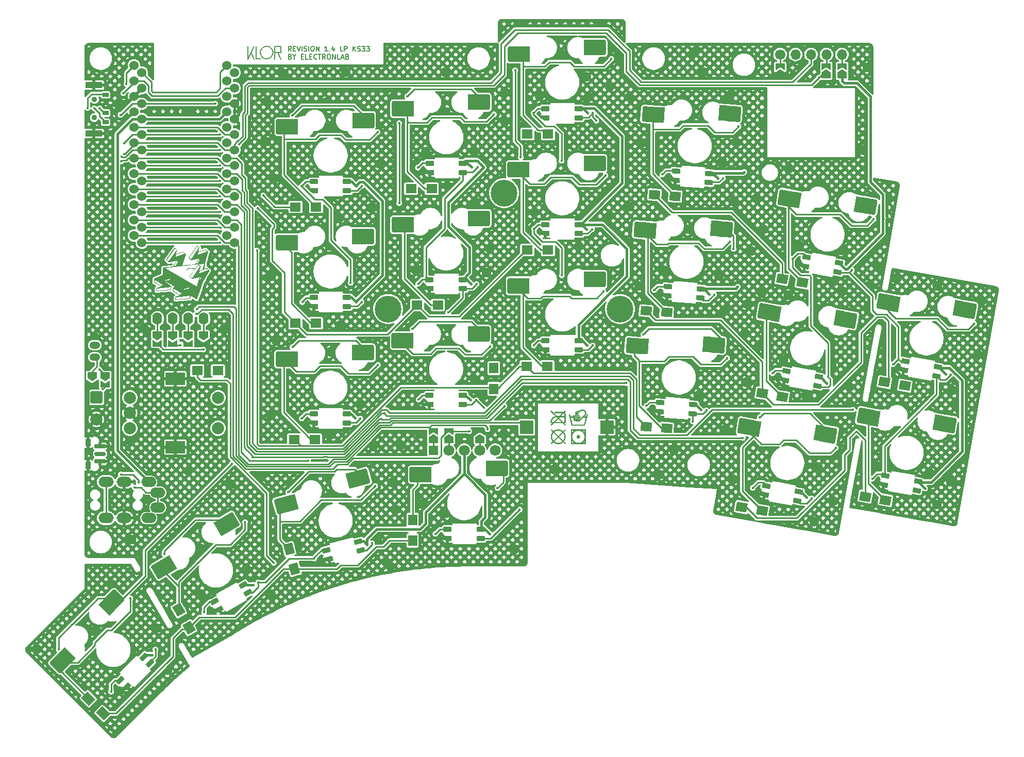
<source format=gtl>
G04 #@! TF.GenerationSoftware,KiCad,Pcbnew,8.0.4-8.0.4-0~ubuntu22.04.1*
G04 #@! TF.CreationDate,2024-09-04T00:25:38+02:00*
G04 #@! TF.ProjectId,klor1_4_LP_KS33,6b6c6f72-315f-4345-9f4c-505f4b533333,v1.4.0 LP KS33*
G04 #@! TF.SameCoordinates,Original*
G04 #@! TF.FileFunction,Copper,L1,Top*
G04 #@! TF.FilePolarity,Positive*
%FSLAX46Y46*%
G04 Gerber Fmt 4.6, Leading zero omitted, Abs format (unit mm)*
G04 Created by KiCad (PCBNEW 8.0.4-8.0.4-0~ubuntu22.04.1) date 2024-09-04 00:25:38*
%MOMM*%
%LPD*%
G01*
G04 APERTURE LIST*
G04 Aperture macros list*
%AMRoundRect*
0 Rectangle with rounded corners*
0 $1 Rounding radius*
0 $2 $3 $4 $5 $6 $7 $8 $9 X,Y pos of 4 corners*
0 Add a 4 corners polygon primitive as box body*
4,1,4,$2,$3,$4,$5,$6,$7,$8,$9,$2,$3,0*
0 Add four circle primitives for the rounded corners*
1,1,$1+$1,$2,$3*
1,1,$1+$1,$4,$5*
1,1,$1+$1,$6,$7*
1,1,$1+$1,$8,$9*
0 Add four rect primitives between the rounded corners*
20,1,$1+$1,$2,$3,$4,$5,0*
20,1,$1+$1,$4,$5,$6,$7,0*
20,1,$1+$1,$6,$7,$8,$9,0*
20,1,$1+$1,$8,$9,$2,$3,0*%
%AMRotRect*
0 Rectangle, with rotation*
0 The origin of the aperture is its center*
0 $1 length*
0 $2 width*
0 $3 Rotation angle, in degrees counterclockwise*
0 Add horizontal line*
21,1,$1,$2,0,0,$3*%
%AMFreePoly0*
4,1,18,-0.410000,0.265000,0.000000,0.675000,0.328000,0.675000,0.359380,0.668758,0.385983,0.650983,0.403758,0.624380,0.410000,0.593000,0.410000,-0.593000,0.403758,-0.624380,0.385983,-0.650983,0.359380,-0.668758,0.328000,-0.675000,-0.328000,-0.675000,-0.359380,-0.668758,-0.385983,-0.650983,-0.403758,-0.624380,-0.410000,-0.593000,-0.410000,0.265000,-0.410000,0.265000,$1*%
%AMFreePoly1*
4,1,6,1.000000,0.000000,0.500000,-0.750000,-0.500000,-0.750000,-0.500000,0.750000,0.500000,0.750000,1.000000,0.000000,1.000000,0.000000,$1*%
%AMFreePoly2*
4,1,6,0.500000,-0.750000,-0.650000,-0.750000,-0.150000,0.000000,-0.650000,0.750000,0.500000,0.750000,0.500000,-0.750000,0.500000,-0.750000,$1*%
G04 Aperture macros list end*
G04 #@! TA.AperFunction,NonConductor*
%ADD10C,0.000001*%
G04 #@! TD*
G04 #@! TA.AperFunction,NonConductor*
%ADD11C,0.150000*%
G04 #@! TD*
G04 #@! TA.AperFunction,NonConductor*
%ADD12C,0.000000*%
G04 #@! TD*
%ADD13C,0.150000*%
G04 #@! TA.AperFunction,SMDPad,CuDef*
%ADD14RoundRect,0.082000X0.651245X0.187383X0.187383X0.651245X-0.651245X-0.187383X-0.187383X-0.651245X0*%
G04 #@! TD*
G04 #@! TA.AperFunction,SMDPad,CuDef*
%ADD15FreePoly0,135.000000*%
G04 #@! TD*
G04 #@! TA.AperFunction,SMDPad,CuDef*
%ADD16RotRect,1.200000X2.550000X45.000000*%
G04 #@! TD*
G04 #@! TA.AperFunction,SMDPad,CuDef*
%ADD17RoundRect,0.255000X0.035355X1.477853X-1.477853X-0.035355X-0.035355X-1.477853X1.477853X0.035355X0*%
G04 #@! TD*
G04 #@! TA.AperFunction,SMDPad,CuDef*
%ADD18RotRect,1.200000X2.550000X225.000000*%
G04 #@! TD*
G04 #@! TA.AperFunction,SMDPad,CuDef*
%ADD19RoundRect,0.082000X0.593000X-0.328000X0.593000X0.328000X-0.593000X0.328000X-0.593000X-0.328000X0*%
G04 #@! TD*
G04 #@! TA.AperFunction,SMDPad,CuDef*
%ADD20FreePoly0,90.000000*%
G04 #@! TD*
G04 #@! TA.AperFunction,SMDPad,CuDef*
%ADD21R,1.200000X2.550000*%
G04 #@! TD*
G04 #@! TA.AperFunction,SMDPad,CuDef*
%ADD22RoundRect,0.255000X1.070000X1.020000X-1.070000X1.020000X-1.070000X-1.020000X1.070000X-1.020000X0*%
G04 #@! TD*
G04 #@! TA.AperFunction,SMDPad,CuDef*
%ADD23RoundRect,0.082000X0.568675X-0.368567X0.614436X0.285835X-0.568675X0.368567X-0.614436X-0.285835X0*%
G04 #@! TD*
G04 #@! TA.AperFunction,SMDPad,CuDef*
%ADD24FreePoly0,86.000000*%
G04 #@! TD*
G04 #@! TA.AperFunction,SMDPad,CuDef*
%ADD25RotRect,1.200000X2.550000X356.000000*%
G04 #@! TD*
G04 #@! TA.AperFunction,SMDPad,CuDef*
%ADD26RoundRect,0.255000X1.138545X0.942876X-0.996242X1.092155X-1.138545X-0.942876X0.996242X-1.092155X0*%
G04 #@! TD*
G04 #@! TA.AperFunction,SMDPad,CuDef*
%ADD27RotRect,1.200000X2.550000X176.000000*%
G04 #@! TD*
G04 #@! TA.AperFunction,SMDPad,CuDef*
%ADD28RoundRect,0.082000X0.657687X-0.163344X0.487901X0.470303X-0.657687X0.163344X-0.487901X-0.470303X0*%
G04 #@! TD*
G04 #@! TA.AperFunction,SMDPad,CuDef*
%ADD29FreePoly0,105.000000*%
G04 #@! TD*
G04 #@! TA.AperFunction,SMDPad,CuDef*
%ADD30RotRect,1.200000X2.550000X15.000000*%
G04 #@! TD*
G04 #@! TA.AperFunction,SMDPad,CuDef*
%ADD31RoundRect,0.255000X0.769545X1.262181X-1.297536X0.708308X-0.769545X-1.262181X1.297536X-0.708308X0*%
G04 #@! TD*
G04 #@! TA.AperFunction,SMDPad,CuDef*
%ADD32RotRect,1.200000X2.550000X195.000000*%
G04 #@! TD*
G04 #@! TA.AperFunction,SMDPad,CuDef*
%ADD33RoundRect,0.082000X0.527034X-0.425990X0.640948X0.220044X-0.527034X0.425990X-0.640948X-0.220044X0*%
G04 #@! TD*
G04 #@! TA.AperFunction,SMDPad,CuDef*
%ADD34FreePoly0,80.000000*%
G04 #@! TD*
G04 #@! TA.AperFunction,SMDPad,CuDef*
%ADD35RotRect,1.200000X2.550000X350.000000*%
G04 #@! TD*
G04 #@! TA.AperFunction,SMDPad,CuDef*
%ADD36RoundRect,0.255000X1.230865X0.818700X-0.876623X1.190307X-1.230865X-0.818700X0.876623X-1.190307X0*%
G04 #@! TD*
G04 #@! TA.AperFunction,SMDPad,CuDef*
%ADD37RotRect,1.200000X2.550000X170.000000*%
G04 #@! TD*
G04 #@! TA.AperFunction,SMDPad,CuDef*
%ADD38RoundRect,0.082000X0.677553X0.012444X0.349553X0.580556X-0.677553X-0.012444X-0.349553X-0.580556X0*%
G04 #@! TD*
G04 #@! TA.AperFunction,SMDPad,CuDef*
%ADD39FreePoly0,120.000000*%
G04 #@! TD*
G04 #@! TA.AperFunction,SMDPad,CuDef*
%ADD40RotRect,1.200000X2.550000X30.000000*%
G04 #@! TD*
G04 #@! TA.AperFunction,SMDPad,CuDef*
%ADD41RoundRect,0.255000X0.416647X1.418346X-1.436647X0.348346X-0.416647X-1.418346X1.436647X-0.348346X0*%
G04 #@! TD*
G04 #@! TA.AperFunction,SMDPad,CuDef*
%ADD42RotRect,1.200000X2.550000X210.000000*%
G04 #@! TD*
G04 #@! TA.AperFunction,SMDPad,CuDef*
%ADD43FreePoly1,270.000000*%
G04 #@! TD*
G04 #@! TA.AperFunction,SMDPad,CuDef*
%ADD44FreePoly2,270.000000*%
G04 #@! TD*
G04 #@! TA.AperFunction,ComponentPad*
%ADD45RotRect,1.800000X1.500000X350.000000*%
G04 #@! TD*
G04 #@! TA.AperFunction,ComponentPad*
%ADD46R,1.800000X1.500000*%
G04 #@! TD*
G04 #@! TA.AperFunction,ComponentPad*
%ADD47RotRect,1.800000X1.500000X356.000000*%
G04 #@! TD*
G04 #@! TA.AperFunction,SMDPad,CuDef*
%ADD48FreePoly1,90.000000*%
G04 #@! TD*
G04 #@! TA.AperFunction,SMDPad,CuDef*
%ADD49FreePoly2,90.000000*%
G04 #@! TD*
G04 #@! TA.AperFunction,ComponentPad*
%ADD50RotRect,1.800000X1.500000X105.000000*%
G04 #@! TD*
G04 #@! TA.AperFunction,ComponentPad*
%ADD51R,2.200000X2.200000*%
G04 #@! TD*
G04 #@! TA.AperFunction,ComponentPad*
%ADD52C,2.000000*%
G04 #@! TD*
G04 #@! TA.AperFunction,ComponentPad*
%ADD53R,3.200000X2.000000*%
G04 #@! TD*
G04 #@! TA.AperFunction,ComponentPad*
%ADD54O,1.600000X2.000000*%
G04 #@! TD*
G04 #@! TA.AperFunction,ComponentPad*
%ADD55O,2.500000X1.700000*%
G04 #@! TD*
G04 #@! TA.AperFunction,ComponentPad*
%ADD56RotRect,1.800000X1.500000X120.000000*%
G04 #@! TD*
G04 #@! TA.AperFunction,ComponentPad*
%ADD57O,1.750000X1.200000*%
G04 #@! TD*
G04 #@! TA.AperFunction,ComponentPad*
%ADD58RoundRect,0.187500X-0.712500X0.187500X-0.712500X-0.187500X0.712500X-0.187500X0.712500X0.187500X0*%
G04 #@! TD*
G04 #@! TA.AperFunction,ComponentPad*
%ADD59RoundRect,0.150000X-0.750000X0.150000X-0.750000X-0.150000X0.750000X-0.150000X0.750000X0.150000X0*%
G04 #@! TD*
G04 #@! TA.AperFunction,ComponentPad*
%ADD60RoundRect,0.225000X-0.225000X0.425000X-0.225000X-0.425000X0.225000X-0.425000X0.225000X0.425000X0*%
G04 #@! TD*
G04 #@! TA.AperFunction,ComponentPad*
%ADD61C,4.400000*%
G04 #@! TD*
G04 #@! TA.AperFunction,ComponentPad*
%ADD62RotRect,1.800000X1.500000X135.000000*%
G04 #@! TD*
G04 #@! TA.AperFunction,ComponentPad*
%ADD63R,1.500000X1.800000*%
G04 #@! TD*
G04 #@! TA.AperFunction,ComponentPad*
%ADD64RoundRect,0.142858X-0.857142X0.857142X-0.857142X-0.857142X0.857142X-0.857142X0.857142X0.857142X0*%
G04 #@! TD*
G04 #@! TA.AperFunction,WasherPad*
%ADD65C,0.900000*%
G04 #@! TD*
G04 #@! TA.AperFunction,SMDPad,CuDef*
%ADD66R,1.000000X0.700000*%
G04 #@! TD*
G04 #@! TA.AperFunction,SMDPad,CuDef*
%ADD67R,2.800000X1.000000*%
G04 #@! TD*
G04 #@! TA.AperFunction,ComponentPad*
%ADD68R,1.524000X1.524000*%
G04 #@! TD*
G04 #@! TA.AperFunction,ComponentPad*
%ADD69C,1.800000*%
G04 #@! TD*
G04 #@! TA.AperFunction,ComponentPad*
%ADD70C,1.524000*%
G04 #@! TD*
G04 #@! TA.AperFunction,ComponentPad*
%ADD71C,1.700000*%
G04 #@! TD*
G04 #@! TA.AperFunction,ComponentPad*
%ADD72O,1.700000X1.700000*%
G04 #@! TD*
G04 #@! TA.AperFunction,ViaPad*
%ADD73C,0.400000*%
G04 #@! TD*
G04 #@! TA.AperFunction,Conductor*
%ADD74C,0.381000*%
G04 #@! TD*
G04 #@! TA.AperFunction,Conductor*
%ADD75C,0.254000*%
G04 #@! TD*
G04 APERTURE END LIST*
D10*
X162918283Y-118993156D02*
X160573039Y-118993156D01*
X160573039Y-118862676D01*
X160700000Y-118862676D01*
X161211369Y-118862676D01*
X161170832Y-118840739D01*
X161131247Y-118817273D01*
X161092653Y-118792319D01*
X161055093Y-118765919D01*
X161018607Y-118738113D01*
X160983236Y-118708944D01*
X160949024Y-118678452D01*
X160916009Y-118646680D01*
X160884235Y-118613667D01*
X160853741Y-118579456D01*
X160824570Y-118544088D01*
X160796763Y-118507604D01*
X160770361Y-118470046D01*
X160745406Y-118431454D01*
X160721938Y-118391871D01*
X160700000Y-118351337D01*
X160700000Y-118862676D01*
X160573039Y-118862676D01*
X160573039Y-118351337D01*
X160573039Y-117818838D01*
X160700000Y-117818838D01*
X160701363Y-117872406D01*
X160705408Y-117925288D01*
X160712068Y-117977417D01*
X160721277Y-118028726D01*
X160732968Y-118079149D01*
X160747075Y-118128620D01*
X160763532Y-118177072D01*
X160782271Y-118224439D01*
X160803226Y-118270653D01*
X160826331Y-118315649D01*
X160851519Y-118359360D01*
X160878724Y-118401720D01*
X160907879Y-118442662D01*
X160938918Y-118482119D01*
X160971774Y-118520025D01*
X161006380Y-118556314D01*
X161042671Y-118590918D01*
X161080579Y-118623772D01*
X161120039Y-118654809D01*
X161160983Y-118683962D01*
X161203345Y-118711166D01*
X161247058Y-118736353D01*
X161292057Y-118759456D01*
X161338274Y-118780410D01*
X161385644Y-118799148D01*
X161434098Y-118815604D01*
X161483572Y-118829710D01*
X161533998Y-118841400D01*
X161585311Y-118850609D01*
X161637442Y-118857269D01*
X161690327Y-118861313D01*
X161743898Y-118862676D01*
X162276427Y-118862676D01*
X162787796Y-118862676D01*
X162787796Y-118351337D01*
X162765857Y-118391871D01*
X162742390Y-118431454D01*
X162717434Y-118470046D01*
X162691032Y-118507604D01*
X162663225Y-118544088D01*
X162634054Y-118579456D01*
X162603561Y-118613667D01*
X162571786Y-118646680D01*
X162538772Y-118678452D01*
X162504559Y-118708944D01*
X162469189Y-118738113D01*
X162432703Y-118765919D01*
X162395142Y-118792319D01*
X162356549Y-118817273D01*
X162316963Y-118840739D01*
X162276427Y-118862676D01*
X161743898Y-118862676D01*
X161797469Y-118861313D01*
X161850354Y-118857269D01*
X161902485Y-118850609D01*
X161953798Y-118841400D01*
X162004224Y-118829710D01*
X162053698Y-118815604D01*
X162102152Y-118799148D01*
X162149521Y-118780410D01*
X162195739Y-118759456D01*
X162240737Y-118736353D01*
X162284451Y-118711166D01*
X162326813Y-118683962D01*
X162367757Y-118654809D01*
X162407216Y-118623772D01*
X162445125Y-118590918D01*
X162481415Y-118556314D01*
X162516022Y-118520025D01*
X162548878Y-118482119D01*
X162579916Y-118442662D01*
X162609071Y-118401720D01*
X162636276Y-118359360D01*
X162661465Y-118315649D01*
X162684570Y-118270653D01*
X162705525Y-118224439D01*
X162724264Y-118177072D01*
X162740720Y-118128620D01*
X162754827Y-118079149D01*
X162766518Y-118028726D01*
X162775727Y-117977417D01*
X162782388Y-117925288D01*
X162786433Y-117872406D01*
X162787796Y-117818838D01*
X162786433Y-117765270D01*
X162782388Y-117712389D01*
X162775727Y-117660260D01*
X162766518Y-117608951D01*
X162754827Y-117558528D01*
X162740720Y-117509057D01*
X162724264Y-117460605D01*
X162705525Y-117413238D01*
X162684570Y-117367024D01*
X162661465Y-117322027D01*
X162636276Y-117278316D01*
X162609071Y-117235957D01*
X162579916Y-117195015D01*
X162548878Y-117155558D01*
X162516022Y-117117652D01*
X162481415Y-117081363D01*
X162445125Y-117046759D01*
X162407216Y-117013905D01*
X162367757Y-116982868D01*
X162326813Y-116953714D01*
X162284451Y-116926511D01*
X162240737Y-116901324D01*
X162195739Y-116878221D01*
X162149521Y-116857267D01*
X162102152Y-116838529D01*
X162053698Y-116822073D01*
X162004224Y-116807967D01*
X161953798Y-116796276D01*
X161902485Y-116787068D01*
X161850354Y-116780408D01*
X161797469Y-116776363D01*
X161743898Y-116775000D01*
X162276427Y-116775000D01*
X162316963Y-116796938D01*
X162356549Y-116820404D01*
X162395142Y-116845358D01*
X162432703Y-116871758D01*
X162469189Y-116899563D01*
X162504559Y-116928733D01*
X162538772Y-116959224D01*
X162571786Y-116990997D01*
X162603561Y-117024010D01*
X162634054Y-117058221D01*
X162663225Y-117093589D01*
X162691032Y-117130073D01*
X162717434Y-117167631D01*
X162742390Y-117206223D01*
X162765857Y-117245806D01*
X162787796Y-117286340D01*
X162787796Y-116775000D01*
X162276427Y-116775000D01*
X161743898Y-116775000D01*
X161690327Y-116776363D01*
X161637442Y-116780408D01*
X161585311Y-116787068D01*
X161533998Y-116796276D01*
X161483572Y-116807967D01*
X161434098Y-116822073D01*
X161385644Y-116838529D01*
X161338274Y-116857267D01*
X161292057Y-116878221D01*
X161247058Y-116901324D01*
X161203345Y-116926511D01*
X161160983Y-116953714D01*
X161120039Y-116982868D01*
X161080579Y-117013905D01*
X161042671Y-117046759D01*
X161006380Y-117081363D01*
X160971774Y-117117652D01*
X160938918Y-117155558D01*
X160907879Y-117195015D01*
X160878724Y-117235957D01*
X160851519Y-117278316D01*
X160826331Y-117322027D01*
X160803226Y-117367024D01*
X160782271Y-117413238D01*
X160763532Y-117460605D01*
X160747075Y-117509057D01*
X160732968Y-117558528D01*
X160721277Y-117608951D01*
X160712068Y-117660260D01*
X160705408Y-117712389D01*
X160701363Y-117765270D01*
X160700000Y-117818838D01*
X160573039Y-117818838D01*
X160573039Y-117286340D01*
X160573039Y-116775000D01*
X160700000Y-116775000D01*
X160700000Y-117286340D01*
X160721938Y-117245806D01*
X160745406Y-117206223D01*
X160770361Y-117167631D01*
X160796763Y-117130073D01*
X160824570Y-117093589D01*
X160853741Y-117058221D01*
X160884235Y-117024010D01*
X160916009Y-116990997D01*
X160949024Y-116959224D01*
X160983236Y-116928733D01*
X161018607Y-116899563D01*
X161055093Y-116871758D01*
X161092653Y-116845358D01*
X161131247Y-116820404D01*
X161170832Y-116796938D01*
X161211369Y-116775000D01*
X160700000Y-116775000D01*
X160573039Y-116775000D01*
X160573039Y-116648047D01*
X162918283Y-116648047D01*
X162918283Y-118993156D01*
G04 #@! TA.AperFunction,NonConductor*
G36*
X162918283Y-118993156D02*
G01*
X160573039Y-118993156D01*
X160573039Y-118862676D01*
X160700000Y-118862676D01*
X161211369Y-118862676D01*
X161170832Y-118840739D01*
X161131247Y-118817273D01*
X161092653Y-118792319D01*
X161055093Y-118765919D01*
X161018607Y-118738113D01*
X160983236Y-118708944D01*
X160949024Y-118678452D01*
X160916009Y-118646680D01*
X160884235Y-118613667D01*
X160853741Y-118579456D01*
X160824570Y-118544088D01*
X160796763Y-118507604D01*
X160770361Y-118470046D01*
X160745406Y-118431454D01*
X160721938Y-118391871D01*
X160700000Y-118351337D01*
X160700000Y-118862676D01*
X160573039Y-118862676D01*
X160573039Y-118351337D01*
X160573039Y-117818838D01*
X160700000Y-117818838D01*
X160701363Y-117872406D01*
X160705408Y-117925288D01*
X160712068Y-117977417D01*
X160721277Y-118028726D01*
X160732968Y-118079149D01*
X160747075Y-118128620D01*
X160763532Y-118177072D01*
X160782271Y-118224439D01*
X160803226Y-118270653D01*
X160826331Y-118315649D01*
X160851519Y-118359360D01*
X160878724Y-118401720D01*
X160907879Y-118442662D01*
X160938918Y-118482119D01*
X160971774Y-118520025D01*
X161006380Y-118556314D01*
X161042671Y-118590918D01*
X161080579Y-118623772D01*
X161120039Y-118654809D01*
X161160983Y-118683962D01*
X161203345Y-118711166D01*
X161247058Y-118736353D01*
X161292057Y-118759456D01*
X161338274Y-118780410D01*
X161385644Y-118799148D01*
X161434098Y-118815604D01*
X161483572Y-118829710D01*
X161533998Y-118841400D01*
X161585311Y-118850609D01*
X161637442Y-118857269D01*
X161690327Y-118861313D01*
X161743898Y-118862676D01*
X162276427Y-118862676D01*
X162787796Y-118862676D01*
X162787796Y-118351337D01*
X162765857Y-118391871D01*
X162742390Y-118431454D01*
X162717434Y-118470046D01*
X162691032Y-118507604D01*
X162663225Y-118544088D01*
X162634054Y-118579456D01*
X162603561Y-118613667D01*
X162571786Y-118646680D01*
X162538772Y-118678452D01*
X162504559Y-118708944D01*
X162469189Y-118738113D01*
X162432703Y-118765919D01*
X162395142Y-118792319D01*
X162356549Y-118817273D01*
X162316963Y-118840739D01*
X162276427Y-118862676D01*
X161743898Y-118862676D01*
X161797469Y-118861313D01*
X161850354Y-118857269D01*
X161902485Y-118850609D01*
X161953798Y-118841400D01*
X162004224Y-118829710D01*
X162053698Y-118815604D01*
X162102152Y-118799148D01*
X162149521Y-118780410D01*
X162195739Y-118759456D01*
X162240737Y-118736353D01*
X162284451Y-118711166D01*
X162326813Y-118683962D01*
X162367757Y-118654809D01*
X162407216Y-118623772D01*
X162445125Y-118590918D01*
X162481415Y-118556314D01*
X162516022Y-118520025D01*
X162548878Y-118482119D01*
X162579916Y-118442662D01*
X162609071Y-118401720D01*
X162636276Y-118359360D01*
X162661465Y-118315649D01*
X162684570Y-118270653D01*
X162705525Y-118224439D01*
X162724264Y-118177072D01*
X162740720Y-118128620D01*
X162754827Y-118079149D01*
X162766518Y-118028726D01*
X162775727Y-117977417D01*
X162782388Y-117925288D01*
X162786433Y-117872406D01*
X162787796Y-117818838D01*
X162786433Y-117765270D01*
X162782388Y-117712389D01*
X162775727Y-117660260D01*
X162766518Y-117608951D01*
X162754827Y-117558528D01*
X162740720Y-117509057D01*
X162724264Y-117460605D01*
X162705525Y-117413238D01*
X162684570Y-117367024D01*
X162661465Y-117322027D01*
X162636276Y-117278316D01*
X162609071Y-117235957D01*
X162579916Y-117195015D01*
X162548878Y-117155558D01*
X162516022Y-117117652D01*
X162481415Y-117081363D01*
X162445125Y-117046759D01*
X162407216Y-117013905D01*
X162367757Y-116982868D01*
X162326813Y-116953714D01*
X162284451Y-116926511D01*
X162240737Y-116901324D01*
X162195739Y-116878221D01*
X162149521Y-116857267D01*
X162102152Y-116838529D01*
X162053698Y-116822073D01*
X162004224Y-116807967D01*
X161953798Y-116796276D01*
X161902485Y-116787068D01*
X161850354Y-116780408D01*
X161797469Y-116776363D01*
X161743898Y-116775000D01*
X162276427Y-116775000D01*
X162316963Y-116796938D01*
X162356549Y-116820404D01*
X162395142Y-116845358D01*
X162432703Y-116871758D01*
X162469189Y-116899563D01*
X162504559Y-116928733D01*
X162538772Y-116959224D01*
X162571786Y-116990997D01*
X162603561Y-117024010D01*
X162634054Y-117058221D01*
X162663225Y-117093589D01*
X162691032Y-117130073D01*
X162717434Y-117167631D01*
X162742390Y-117206223D01*
X162765857Y-117245806D01*
X162787796Y-117286340D01*
X162787796Y-116775000D01*
X162276427Y-116775000D01*
X161743898Y-116775000D01*
X161690327Y-116776363D01*
X161637442Y-116780408D01*
X161585311Y-116787068D01*
X161533998Y-116796276D01*
X161483572Y-116807967D01*
X161434098Y-116822073D01*
X161385644Y-116838529D01*
X161338274Y-116857267D01*
X161292057Y-116878221D01*
X161247058Y-116901324D01*
X161203345Y-116926511D01*
X161160983Y-116953714D01*
X161120039Y-116982868D01*
X161080579Y-117013905D01*
X161042671Y-117046759D01*
X161006380Y-117081363D01*
X160971774Y-117117652D01*
X160938918Y-117155558D01*
X160907879Y-117195015D01*
X160878724Y-117235957D01*
X160851519Y-117278316D01*
X160826331Y-117322027D01*
X160803226Y-117367024D01*
X160782271Y-117413238D01*
X160763532Y-117460605D01*
X160747075Y-117509057D01*
X160732968Y-117558528D01*
X160721277Y-117608951D01*
X160712068Y-117660260D01*
X160705408Y-117712389D01*
X160701363Y-117765270D01*
X160700000Y-117818838D01*
X160573039Y-117818838D01*
X160573039Y-117286340D01*
X160573039Y-116775000D01*
X160700000Y-116775000D01*
X160700000Y-117286340D01*
X160721938Y-117245806D01*
X160745406Y-117206223D01*
X160770361Y-117167631D01*
X160796763Y-117130073D01*
X160824570Y-117093589D01*
X160853741Y-117058221D01*
X160884235Y-117024010D01*
X160916009Y-116990997D01*
X160949024Y-116959224D01*
X160983236Y-116928733D01*
X161018607Y-116899563D01*
X161055093Y-116871758D01*
X161092653Y-116845358D01*
X161131247Y-116820404D01*
X161170832Y-116796938D01*
X161211369Y-116775000D01*
X160700000Y-116775000D01*
X160573039Y-116775000D01*
X160573039Y-116648047D01*
X162918283Y-116648047D01*
X162918283Y-118993156D01*
G37*
G04 #@! TD.AperFunction*
D11*
X111876932Y-55792103D02*
X111876932Y-54764034D01*
D12*
G04 #@! TA.AperFunction,NonConductor*
G36*
X99559085Y-86763858D02*
G01*
X98159969Y-88835546D01*
X97706473Y-88407979D01*
X97714618Y-88396866D01*
X97827123Y-88396866D01*
X98144623Y-88696375D01*
X99440023Y-86778146D01*
X99183906Y-86545841D01*
X97827123Y-88396866D01*
X97714618Y-88396866D01*
X99170148Y-86410904D01*
X99559085Y-86763858D01*
G37*
G04 #@! TD.AperFunction*
D11*
X107456236Y-55792103D02*
X108484305Y-53701697D01*
D10*
X161756046Y-117586388D02*
X161768016Y-117587271D01*
X161779793Y-117588726D01*
X161791363Y-117590740D01*
X161802715Y-117593299D01*
X161813833Y-117596389D01*
X161824705Y-117599997D01*
X161835316Y-117604109D01*
X161845654Y-117608712D01*
X161855704Y-117613792D01*
X161865453Y-117619336D01*
X161874888Y-117625330D01*
X161883995Y-117631760D01*
X161892760Y-117638613D01*
X161901170Y-117645876D01*
X161909211Y-117653535D01*
X161916870Y-117661576D01*
X161924133Y-117669985D01*
X161930987Y-117678750D01*
X161937418Y-117687856D01*
X161943412Y-117697290D01*
X161948956Y-117707039D01*
X161954036Y-117717088D01*
X161958640Y-117727425D01*
X161962752Y-117738036D01*
X161966360Y-117748907D01*
X161969451Y-117760025D01*
X161972009Y-117771376D01*
X161974023Y-117782946D01*
X161975478Y-117794722D01*
X161976362Y-117806691D01*
X161976659Y-117818838D01*
X161976362Y-117830986D01*
X161975478Y-117842955D01*
X161974023Y-117854731D01*
X161972009Y-117866301D01*
X161969451Y-117877652D01*
X161966360Y-117888770D01*
X161962752Y-117899641D01*
X161958640Y-117910251D01*
X161954036Y-117920588D01*
X161948956Y-117930638D01*
X161943412Y-117940387D01*
X161937418Y-117949821D01*
X161930987Y-117958927D01*
X161924133Y-117967692D01*
X161916870Y-117976101D01*
X161909211Y-117984142D01*
X161901170Y-117991801D01*
X161892760Y-117999063D01*
X161883995Y-118005917D01*
X161874888Y-118012347D01*
X161865453Y-118018341D01*
X161855704Y-118023885D01*
X161845654Y-118028965D01*
X161835316Y-118033568D01*
X161824705Y-118037680D01*
X161813833Y-118041288D01*
X161802715Y-118044378D01*
X161791363Y-118046937D01*
X161779793Y-118048950D01*
X161768016Y-118050406D01*
X161756046Y-118051289D01*
X161743898Y-118051586D01*
X161731750Y-118051289D01*
X161719780Y-118050406D01*
X161708003Y-118048950D01*
X161696432Y-118046937D01*
X161685081Y-118044378D01*
X161673963Y-118041288D01*
X161663091Y-118037680D01*
X161652480Y-118033568D01*
X161642142Y-118028965D01*
X161632092Y-118023885D01*
X161622343Y-118018341D01*
X161612908Y-118012347D01*
X161603801Y-118005917D01*
X161595036Y-117999063D01*
X161586626Y-117991801D01*
X161578585Y-117984142D01*
X161570926Y-117976101D01*
X161563663Y-117967692D01*
X161556809Y-117958927D01*
X161550378Y-117949821D01*
X161544384Y-117940387D01*
X161538840Y-117930638D01*
X161533759Y-117920588D01*
X161529156Y-117910251D01*
X161525044Y-117899641D01*
X161521436Y-117888770D01*
X161518345Y-117877652D01*
X161515787Y-117866301D01*
X161513773Y-117854731D01*
X161512318Y-117842955D01*
X161511434Y-117830986D01*
X161511137Y-117818838D01*
X161511434Y-117807001D01*
X161512318Y-117795303D01*
X161513773Y-117783760D01*
X161515787Y-117772388D01*
X161518345Y-117761202D01*
X161521436Y-117750217D01*
X161525044Y-117739449D01*
X161529156Y-117728913D01*
X161533759Y-117718626D01*
X161538840Y-117708602D01*
X161544384Y-117698856D01*
X161550378Y-117689406D01*
X161556809Y-117680265D01*
X161563663Y-117671450D01*
X161570926Y-117662975D01*
X161578585Y-117654857D01*
X161586626Y-117647111D01*
X161595036Y-117639753D01*
X161603801Y-117632797D01*
X161612908Y-117626260D01*
X161622343Y-117620156D01*
X161632092Y-117614502D01*
X161642142Y-117609313D01*
X161652480Y-117604605D01*
X161663091Y-117600392D01*
X161673963Y-117596691D01*
X161685081Y-117593517D01*
X161696432Y-117590885D01*
X161708003Y-117588811D01*
X161719780Y-117587310D01*
X161731750Y-117586398D01*
X161743898Y-117586091D01*
X161756046Y-117586388D01*
G04 #@! TA.AperFunction,NonConductor*
G36*
X161756046Y-117586388D02*
G01*
X161768016Y-117587271D01*
X161779793Y-117588726D01*
X161791363Y-117590740D01*
X161802715Y-117593299D01*
X161813833Y-117596389D01*
X161824705Y-117599997D01*
X161835316Y-117604109D01*
X161845654Y-117608712D01*
X161855704Y-117613792D01*
X161865453Y-117619336D01*
X161874888Y-117625330D01*
X161883995Y-117631760D01*
X161892760Y-117638613D01*
X161901170Y-117645876D01*
X161909211Y-117653535D01*
X161916870Y-117661576D01*
X161924133Y-117669985D01*
X161930987Y-117678750D01*
X161937418Y-117687856D01*
X161943412Y-117697290D01*
X161948956Y-117707039D01*
X161954036Y-117717088D01*
X161958640Y-117727425D01*
X161962752Y-117738036D01*
X161966360Y-117748907D01*
X161969451Y-117760025D01*
X161972009Y-117771376D01*
X161974023Y-117782946D01*
X161975478Y-117794722D01*
X161976362Y-117806691D01*
X161976659Y-117818838D01*
X161976362Y-117830986D01*
X161975478Y-117842955D01*
X161974023Y-117854731D01*
X161972009Y-117866301D01*
X161969451Y-117877652D01*
X161966360Y-117888770D01*
X161962752Y-117899641D01*
X161958640Y-117910251D01*
X161954036Y-117920588D01*
X161948956Y-117930638D01*
X161943412Y-117940387D01*
X161937418Y-117949821D01*
X161930987Y-117958927D01*
X161924133Y-117967692D01*
X161916870Y-117976101D01*
X161909211Y-117984142D01*
X161901170Y-117991801D01*
X161892760Y-117999063D01*
X161883995Y-118005917D01*
X161874888Y-118012347D01*
X161865453Y-118018341D01*
X161855704Y-118023885D01*
X161845654Y-118028965D01*
X161835316Y-118033568D01*
X161824705Y-118037680D01*
X161813833Y-118041288D01*
X161802715Y-118044378D01*
X161791363Y-118046937D01*
X161779793Y-118048950D01*
X161768016Y-118050406D01*
X161756046Y-118051289D01*
X161743898Y-118051586D01*
X161731750Y-118051289D01*
X161719780Y-118050406D01*
X161708003Y-118048950D01*
X161696432Y-118046937D01*
X161685081Y-118044378D01*
X161673963Y-118041288D01*
X161663091Y-118037680D01*
X161652480Y-118033568D01*
X161642142Y-118028965D01*
X161632092Y-118023885D01*
X161622343Y-118018341D01*
X161612908Y-118012347D01*
X161603801Y-118005917D01*
X161595036Y-117999063D01*
X161586626Y-117991801D01*
X161578585Y-117984142D01*
X161570926Y-117976101D01*
X161563663Y-117967692D01*
X161556809Y-117958927D01*
X161550378Y-117949821D01*
X161544384Y-117940387D01*
X161538840Y-117930638D01*
X161533759Y-117920588D01*
X161529156Y-117910251D01*
X161525044Y-117899641D01*
X161521436Y-117888770D01*
X161518345Y-117877652D01*
X161515787Y-117866301D01*
X161513773Y-117854731D01*
X161512318Y-117842955D01*
X161511434Y-117830986D01*
X161511137Y-117818838D01*
X161511434Y-117807001D01*
X161512318Y-117795303D01*
X161513773Y-117783760D01*
X161515787Y-117772388D01*
X161518345Y-117761202D01*
X161521436Y-117750217D01*
X161525044Y-117739449D01*
X161529156Y-117728913D01*
X161533759Y-117718626D01*
X161538840Y-117708602D01*
X161544384Y-117698856D01*
X161550378Y-117689406D01*
X161556809Y-117680265D01*
X161563663Y-117671450D01*
X161570926Y-117662975D01*
X161578585Y-117654857D01*
X161586626Y-117647111D01*
X161595036Y-117639753D01*
X161603801Y-117632797D01*
X161612908Y-117626260D01*
X161622343Y-117620156D01*
X161632092Y-117614502D01*
X161642142Y-117609313D01*
X161652480Y-117604605D01*
X161663091Y-117600392D01*
X161673963Y-117596691D01*
X161685081Y-117593517D01*
X161696432Y-117590885D01*
X161708003Y-117588811D01*
X161719780Y-117587310D01*
X161731750Y-117586398D01*
X161743898Y-117586091D01*
X161756046Y-117586388D01*
G37*
G04 #@! TD.AperFunction*
D12*
G04 #@! TA.AperFunction,NonConductor*
G36*
X96666235Y-96227184D02*
G01*
X96665706Y-96227712D01*
X96665706Y-96227018D01*
X96666235Y-96227184D01*
G37*
G04 #@! TD.AperFunction*
D11*
X107456236Y-53701697D02*
X107456236Y-55792103D01*
X112905000Y-53735966D02*
X112905000Y-54764034D01*
X112905000Y-54764034D02*
X111911201Y-54764034D01*
D10*
X159638469Y-113636433D02*
X159440975Y-113833916D01*
X159461011Y-113849033D01*
X159480092Y-113865255D01*
X159498170Y-113882531D01*
X159515200Y-113900809D01*
X159531135Y-113920038D01*
X159545928Y-113940165D01*
X159559533Y-113961140D01*
X159571903Y-113982910D01*
X159582992Y-114005424D01*
X159592753Y-114028630D01*
X159601140Y-114052477D01*
X159608106Y-114076913D01*
X159613606Y-114101886D01*
X159617591Y-114127344D01*
X159620017Y-114153237D01*
X159620835Y-114179511D01*
X159620835Y-115554838D01*
X159338701Y-115554838D01*
X159641995Y-115858116D01*
X159550302Y-115949804D01*
X159155313Y-115554838D01*
X158411183Y-115554838D01*
X158411183Y-115424359D01*
X159024826Y-115424359D01*
X158435870Y-114835437D01*
X157846914Y-115424359D01*
X158404130Y-115424359D01*
X158404130Y-115554838D01*
X157716427Y-115554838D01*
X157321439Y-115949804D01*
X157229745Y-115858116D01*
X157533040Y-115554838D01*
X157173318Y-115554838D01*
X157173318Y-115491362D01*
X157174436Y-115442698D01*
X157175459Y-115427885D01*
X157175702Y-115424359D01*
X157303805Y-115424359D01*
X157303805Y-115427885D01*
X157660000Y-115427885D01*
X158340650Y-114747275D01*
X158337123Y-114743748D01*
X158531090Y-114743748D01*
X159208213Y-115424359D01*
X159490348Y-115424359D01*
X159490348Y-114574477D01*
X158700372Y-114574477D01*
X158531090Y-114743748D01*
X158337123Y-114743748D01*
X158171369Y-114578003D01*
X158128323Y-114580992D01*
X158085840Y-114585959D01*
X158043967Y-114592858D01*
X158002749Y-114601642D01*
X157962235Y-114612265D01*
X157922469Y-114624681D01*
X157883499Y-114638843D01*
X157845371Y-114654704D01*
X157808132Y-114672219D01*
X157771828Y-114691340D01*
X157736505Y-114712021D01*
X157702210Y-114734216D01*
X157668990Y-114757877D01*
X157636891Y-114782960D01*
X157605959Y-114809416D01*
X157576241Y-114837200D01*
X157547784Y-114866265D01*
X157520634Y-114896565D01*
X157494838Y-114928052D01*
X157470441Y-114960682D01*
X157447491Y-114994406D01*
X157426034Y-115029179D01*
X157406116Y-115064955D01*
X157387784Y-115101686D01*
X157371085Y-115139326D01*
X157356065Y-115177829D01*
X157342770Y-115217148D01*
X157331247Y-115257237D01*
X157321543Y-115298049D01*
X157313703Y-115339537D01*
X157307775Y-115381656D01*
X157303805Y-115424359D01*
X157175702Y-115424359D01*
X157177756Y-115394601D01*
X157183230Y-115347118D01*
X157190807Y-115300298D01*
X157200437Y-115254192D01*
X157212071Y-115208847D01*
X157225659Y-115164314D01*
X157241152Y-115120641D01*
X157258499Y-115077877D01*
X157277650Y-115036071D01*
X157298558Y-114995272D01*
X157321170Y-114955530D01*
X157345438Y-114916893D01*
X157371312Y-114879411D01*
X157398743Y-114843132D01*
X157427680Y-114808106D01*
X157458074Y-114774382D01*
X157489875Y-114742009D01*
X157523033Y-114711036D01*
X157557499Y-114681511D01*
X157593223Y-114653485D01*
X157630155Y-114627006D01*
X157668246Y-114602123D01*
X157707445Y-114578885D01*
X157715682Y-114574477D01*
X158354756Y-114574477D01*
X158435870Y-114655586D01*
X158516984Y-114574477D01*
X158354756Y-114574477D01*
X157715682Y-114574477D01*
X157747703Y-114557342D01*
X157788971Y-114537542D01*
X157831198Y-114519535D01*
X157874336Y-114503369D01*
X157918333Y-114489094D01*
X157963141Y-114476758D01*
X158008709Y-114466412D01*
X158054988Y-114458103D01*
X158044363Y-114447524D01*
X158827332Y-114447524D01*
X159486821Y-114447524D01*
X159486821Y-114183038D01*
X159486657Y-114172841D01*
X159486167Y-114162752D01*
X159485357Y-114152774D01*
X159484231Y-114142910D01*
X159482796Y-114133166D01*
X159481056Y-114123544D01*
X159479016Y-114114049D01*
X159476682Y-114104684D01*
X159474059Y-114095453D01*
X159471151Y-114086361D01*
X159467964Y-114077411D01*
X159464504Y-114068606D01*
X159460775Y-114059952D01*
X159456782Y-114051451D01*
X159452532Y-114043108D01*
X159448028Y-114034926D01*
X159443276Y-114026909D01*
X159438281Y-114019062D01*
X159433049Y-114011387D01*
X159427584Y-114003890D01*
X159415978Y-113989441D01*
X159403503Y-113975747D01*
X159390203Y-113962838D01*
X159376116Y-113950745D01*
X159361287Y-113939499D01*
X159345754Y-113929131D01*
X158827332Y-114447524D01*
X158044363Y-114447524D01*
X157229745Y-113636433D01*
X157321439Y-113544745D01*
X158224269Y-114443997D01*
X158643944Y-114443997D01*
X159204687Y-113883287D01*
X157903341Y-113883287D01*
X157903341Y-113752807D01*
X159190580Y-113752807D01*
X159199135Y-113752890D01*
X159207608Y-113753138D01*
X159215997Y-113753551D01*
X159224304Y-113754130D01*
X159232528Y-113754874D01*
X159240670Y-113755783D01*
X159248729Y-113756857D01*
X159256705Y-113758097D01*
X159264599Y-113759502D01*
X159272410Y-113761072D01*
X159280139Y-113762808D01*
X159287784Y-113764709D01*
X159295347Y-113766775D01*
X159302828Y-113769007D01*
X159310226Y-113771404D01*
X159317541Y-113773966D01*
X159546775Y-113544745D01*
X159638469Y-113636433D01*
G04 #@! TA.AperFunction,NonConductor*
G36*
X159638469Y-113636433D02*
G01*
X159440975Y-113833916D01*
X159461011Y-113849033D01*
X159480092Y-113865255D01*
X159498170Y-113882531D01*
X159515200Y-113900809D01*
X159531135Y-113920038D01*
X159545928Y-113940165D01*
X159559533Y-113961140D01*
X159571903Y-113982910D01*
X159582992Y-114005424D01*
X159592753Y-114028630D01*
X159601140Y-114052477D01*
X159608106Y-114076913D01*
X159613606Y-114101886D01*
X159617591Y-114127344D01*
X159620017Y-114153237D01*
X159620835Y-114179511D01*
X159620835Y-115554838D01*
X159338701Y-115554838D01*
X159641995Y-115858116D01*
X159550302Y-115949804D01*
X159155313Y-115554838D01*
X158411183Y-115554838D01*
X158411183Y-115424359D01*
X159024826Y-115424359D01*
X158435870Y-114835437D01*
X157846914Y-115424359D01*
X158404130Y-115424359D01*
X158404130Y-115554838D01*
X157716427Y-115554838D01*
X157321439Y-115949804D01*
X157229745Y-115858116D01*
X157533040Y-115554838D01*
X157173318Y-115554838D01*
X157173318Y-115491362D01*
X157174436Y-115442698D01*
X157175459Y-115427885D01*
X157175702Y-115424359D01*
X157303805Y-115424359D01*
X157303805Y-115427885D01*
X157660000Y-115427885D01*
X158340650Y-114747275D01*
X158337123Y-114743748D01*
X158531090Y-114743748D01*
X159208213Y-115424359D01*
X159490348Y-115424359D01*
X159490348Y-114574477D01*
X158700372Y-114574477D01*
X158531090Y-114743748D01*
X158337123Y-114743748D01*
X158171369Y-114578003D01*
X158128323Y-114580992D01*
X158085840Y-114585959D01*
X158043967Y-114592858D01*
X158002749Y-114601642D01*
X157962235Y-114612265D01*
X157922469Y-114624681D01*
X157883499Y-114638843D01*
X157845371Y-114654704D01*
X157808132Y-114672219D01*
X157771828Y-114691340D01*
X157736505Y-114712021D01*
X157702210Y-114734216D01*
X157668990Y-114757877D01*
X157636891Y-114782960D01*
X157605959Y-114809416D01*
X157576241Y-114837200D01*
X157547784Y-114866265D01*
X157520634Y-114896565D01*
X157494838Y-114928052D01*
X157470441Y-114960682D01*
X157447491Y-114994406D01*
X157426034Y-115029179D01*
X157406116Y-115064955D01*
X157387784Y-115101686D01*
X157371085Y-115139326D01*
X157356065Y-115177829D01*
X157342770Y-115217148D01*
X157331247Y-115257237D01*
X157321543Y-115298049D01*
X157313703Y-115339537D01*
X157307775Y-115381656D01*
X157303805Y-115424359D01*
X157175702Y-115424359D01*
X157177756Y-115394601D01*
X157183230Y-115347118D01*
X157190807Y-115300298D01*
X157200437Y-115254192D01*
X157212071Y-115208847D01*
X157225659Y-115164314D01*
X157241152Y-115120641D01*
X157258499Y-115077877D01*
X157277650Y-115036071D01*
X157298558Y-114995272D01*
X157321170Y-114955530D01*
X157345438Y-114916893D01*
X157371312Y-114879411D01*
X157398743Y-114843132D01*
X157427680Y-114808106D01*
X157458074Y-114774382D01*
X157489875Y-114742009D01*
X157523033Y-114711036D01*
X157557499Y-114681511D01*
X157593223Y-114653485D01*
X157630155Y-114627006D01*
X157668246Y-114602123D01*
X157707445Y-114578885D01*
X157715682Y-114574477D01*
X158354756Y-114574477D01*
X158435870Y-114655586D01*
X158516984Y-114574477D01*
X158354756Y-114574477D01*
X157715682Y-114574477D01*
X157747703Y-114557342D01*
X157788971Y-114537542D01*
X157831198Y-114519535D01*
X157874336Y-114503369D01*
X157918333Y-114489094D01*
X157963141Y-114476758D01*
X158008709Y-114466412D01*
X158054988Y-114458103D01*
X158044363Y-114447524D01*
X158827332Y-114447524D01*
X159486821Y-114447524D01*
X159486821Y-114183038D01*
X159486657Y-114172841D01*
X159486167Y-114162752D01*
X159485357Y-114152774D01*
X159484231Y-114142910D01*
X159482796Y-114133166D01*
X159481056Y-114123544D01*
X159479016Y-114114049D01*
X159476682Y-114104684D01*
X159474059Y-114095453D01*
X159471151Y-114086361D01*
X159467964Y-114077411D01*
X159464504Y-114068606D01*
X159460775Y-114059952D01*
X159456782Y-114051451D01*
X159452532Y-114043108D01*
X159448028Y-114034926D01*
X159443276Y-114026909D01*
X159438281Y-114019062D01*
X159433049Y-114011387D01*
X159427584Y-114003890D01*
X159415978Y-113989441D01*
X159403503Y-113975747D01*
X159390203Y-113962838D01*
X159376116Y-113950745D01*
X159361287Y-113939499D01*
X159345754Y-113929131D01*
X158827332Y-114447524D01*
X158044363Y-114447524D01*
X157229745Y-113636433D01*
X157321439Y-113544745D01*
X158224269Y-114443997D01*
X158643944Y-114443997D01*
X159204687Y-113883287D01*
X157903341Y-113883287D01*
X157903341Y-113752807D01*
X159190580Y-113752807D01*
X159199135Y-113752890D01*
X159207608Y-113753138D01*
X159215997Y-113753551D01*
X159224304Y-113754130D01*
X159232528Y-113754874D01*
X159240670Y-113755783D01*
X159248729Y-113756857D01*
X159256705Y-113758097D01*
X159264599Y-113759502D01*
X159272410Y-113761072D01*
X159280139Y-113762808D01*
X159287784Y-113764709D01*
X159295347Y-113766775D01*
X159302828Y-113769007D01*
X159310226Y-113771404D01*
X159317541Y-113773966D01*
X159546775Y-113544745D01*
X159638469Y-113636433D01*
G37*
G04 #@! TD.AperFunction*
X162438565Y-113359687D02*
X162445665Y-113359935D01*
X162460805Y-113360927D01*
X162478094Y-113362580D01*
X162498607Y-113364894D01*
X162520291Y-113367940D01*
X162541693Y-113371777D01*
X162562798Y-113376391D01*
X162583592Y-113381769D01*
X162604060Y-113387896D01*
X162624188Y-113394758D01*
X162643962Y-113402340D01*
X162663369Y-113410628D01*
X162682393Y-113419609D01*
X162701021Y-113429268D01*
X162737030Y-113450563D01*
X162771282Y-113474399D01*
X162803665Y-113500664D01*
X162834064Y-113529242D01*
X162862365Y-113560022D01*
X162888455Y-113592888D01*
X162912221Y-113627727D01*
X162933548Y-113664426D01*
X162952323Y-113702872D01*
X162968432Y-113742949D01*
X162975452Y-113763565D01*
X162981762Y-113784545D01*
X162986419Y-113799588D01*
X162988303Y-113806676D01*
X162989918Y-113813639D01*
X162991285Y-113820602D01*
X162992425Y-113827690D01*
X162993359Y-113835025D01*
X162994106Y-113842732D01*
X162995125Y-113859759D01*
X162995649Y-113879760D01*
X162995869Y-113932658D01*
X162995690Y-113962460D01*
X162995451Y-113975159D01*
X162995098Y-113986602D01*
X162994621Y-113996950D01*
X162994010Y-114006362D01*
X162993254Y-114015000D01*
X162992343Y-114023024D01*
X162991267Y-114030592D01*
X162990015Y-114037867D01*
X162988577Y-114045007D01*
X162986943Y-114052172D01*
X162983044Y-114067222D01*
X162978236Y-114084296D01*
X162971564Y-114105445D01*
X162964695Y-114125374D01*
X162957516Y-114144271D01*
X162949913Y-114162320D01*
X162941773Y-114179708D01*
X162932982Y-114196620D01*
X162923427Y-114213244D01*
X162912993Y-114229764D01*
X162901567Y-114246366D01*
X162889036Y-114263238D01*
X162875286Y-114280563D01*
X162860203Y-114298530D01*
X162843673Y-114317323D01*
X162825584Y-114337128D01*
X162784269Y-114380521D01*
X162752254Y-114415124D01*
X162726520Y-114443116D01*
X162703156Y-114468683D01*
X162707175Y-114472302D01*
X162712496Y-114476479D01*
X162718933Y-114481111D01*
X162726299Y-114486095D01*
X162743079Y-114496702D01*
X162761346Y-114507474D01*
X162779613Y-114517585D01*
X162796392Y-114526208D01*
X162803759Y-114529704D01*
X162810196Y-114532517D01*
X162815517Y-114534546D01*
X162819536Y-114535686D01*
X162825103Y-114536925D01*
X162831177Y-114538000D01*
X162837684Y-114538909D01*
X162844553Y-114539653D01*
X162851712Y-114540232D01*
X162859087Y-114540645D01*
X162866607Y-114540893D01*
X162874199Y-114540975D01*
X162881792Y-114540893D01*
X162889312Y-114540645D01*
X162896687Y-114540232D01*
X162903846Y-114539653D01*
X162910715Y-114538909D01*
X162917222Y-114538000D01*
X162923295Y-114536925D01*
X162928863Y-114535686D01*
X162933081Y-114534387D01*
X162938967Y-114531911D01*
X162946290Y-114528402D01*
X162954817Y-114524004D01*
X162974551Y-114513122D01*
X162996311Y-114500421D01*
X163018235Y-114487059D01*
X163038465Y-114474193D01*
X163055141Y-114462980D01*
X163061565Y-114458355D01*
X163066403Y-114454577D01*
X163067187Y-114453968D01*
X163068208Y-114452187D01*
X163070922Y-114445375D01*
X163074462Y-114434678D01*
X163078747Y-114420634D01*
X163101670Y-114341729D01*
X163114675Y-114298089D01*
X163126357Y-114259739D01*
X163135394Y-114230645D01*
X163140464Y-114214776D01*
X163142570Y-114210933D01*
X163144914Y-114207337D01*
X163147485Y-114203990D01*
X163150273Y-114200891D01*
X163153267Y-114198039D01*
X163156458Y-114195436D01*
X163159835Y-114193080D01*
X163163387Y-114190972D01*
X163167105Y-114189113D01*
X163170978Y-114187501D01*
X163174995Y-114186137D01*
X163179147Y-114185021D01*
X163183423Y-114184154D01*
X163187812Y-114183534D01*
X163192305Y-114183162D01*
X163194805Y-114183094D01*
X163195707Y-114183129D01*
X163198104Y-114183400D01*
X163200547Y-114183843D01*
X163203027Y-114184450D01*
X163205535Y-114185214D01*
X163208063Y-114186129D01*
X163210602Y-114187188D01*
X163213145Y-114188383D01*
X163215683Y-114189706D01*
X163218207Y-114191152D01*
X163223181Y-114194382D01*
X163228000Y-114198014D01*
X163232597Y-114201993D01*
X163236905Y-114206260D01*
X163240856Y-114210761D01*
X163242677Y-114213080D01*
X163244383Y-114215436D01*
X163245967Y-114217822D01*
X163247420Y-114220231D01*
X163248734Y-114222655D01*
X163249899Y-114225088D01*
X163250908Y-114227522D01*
X163251753Y-114229950D01*
X163252424Y-114232365D01*
X163252914Y-114234760D01*
X163253215Y-114237128D01*
X163253316Y-114239461D01*
X163235904Y-114312911D01*
X163188073Y-114499098D01*
X163027609Y-115099922D01*
X162801901Y-115946278D01*
X160685892Y-115946278D01*
X160675312Y-115911013D01*
X160416983Y-114954455D01*
X160334414Y-114641480D01*
X160467239Y-114641480D01*
X160469278Y-114653478D01*
X160477599Y-114687875D01*
X160510441Y-114814278D01*
X160622413Y-115230402D01*
X160781113Y-115819324D01*
X162703155Y-115819324D01*
X162861856Y-115233929D01*
X162865383Y-115230402D01*
X162927376Y-115003495D01*
X162977796Y-114816922D01*
X163011686Y-114689859D01*
X163024084Y-114641480D01*
X163024033Y-114641170D01*
X163023882Y-114640900D01*
X163023634Y-114640671D01*
X163023292Y-114640481D01*
X163022341Y-114640217D01*
X163021053Y-114640102D01*
X163019456Y-114640132D01*
X163017575Y-114640302D01*
X163015435Y-114640606D01*
X163013063Y-114641039D01*
X163010484Y-114641596D01*
X163007725Y-114642272D01*
X163001767Y-114643959D01*
X162995395Y-114646060D01*
X162992119Y-114647253D01*
X162988817Y-114648533D01*
X162983600Y-114651016D01*
X162978485Y-114653189D01*
X162973412Y-114655073D01*
X162968318Y-114656688D01*
X162963142Y-114658055D01*
X162957821Y-114659195D01*
X162952293Y-114660128D01*
X162946497Y-114660875D01*
X162940370Y-114661457D01*
X162933851Y-114661895D01*
X162919386Y-114662418D01*
X162902607Y-114662611D01*
X162883017Y-114662639D01*
X162867120Y-114663088D01*
X162852386Y-114663093D01*
X162838654Y-114662623D01*
X162825764Y-114661647D01*
X162813555Y-114660133D01*
X162801869Y-114658052D01*
X162790544Y-114655370D01*
X162779421Y-114652059D01*
X162768339Y-114648087D01*
X162757138Y-114643422D01*
X162745658Y-114638034D01*
X162733739Y-114631892D01*
X162721221Y-114624965D01*
X162707943Y-114617221D01*
X162678469Y-114599162D01*
X162666629Y-114591420D01*
X162655160Y-114584174D01*
X162644435Y-114577590D01*
X162634827Y-114571832D01*
X162626705Y-114567066D01*
X162620444Y-114563456D01*
X162614989Y-114560371D01*
X162512274Y-114661316D01*
X162269374Y-114902439D01*
X162185333Y-114986159D01*
X162112822Y-115057770D01*
X162051471Y-115117727D01*
X162000905Y-115166485D01*
X161960755Y-115204498D01*
X161930647Y-115232220D01*
X161910210Y-115250108D01*
X161903502Y-115255505D01*
X161899072Y-115258614D01*
X161891481Y-115261754D01*
X161883306Y-115264558D01*
X161874624Y-115267021D01*
X161865514Y-115269138D01*
X161856052Y-115270904D01*
X161846317Y-115272313D01*
X161836385Y-115273361D01*
X161826335Y-115274042D01*
X161816243Y-115274351D01*
X161806187Y-115274283D01*
X161796245Y-115273833D01*
X161786494Y-115272995D01*
X161777012Y-115271765D01*
X161767876Y-115270137D01*
X161759163Y-115268106D01*
X161750952Y-115265667D01*
X161746440Y-115264299D01*
X161742135Y-115262822D01*
X161737995Y-115261211D01*
X161733980Y-115259440D01*
X161730047Y-115257483D01*
X161726155Y-115255315D01*
X161722263Y-115252908D01*
X161718330Y-115250239D01*
X161714314Y-115247279D01*
X161710175Y-115244005D01*
X161705869Y-115240390D01*
X161701358Y-115236408D01*
X161696598Y-115232034D01*
X161691549Y-115227241D01*
X161680418Y-115216296D01*
X161641625Y-115177505D01*
X161602831Y-115212770D01*
X161599368Y-115216733D01*
X161595620Y-115220677D01*
X161591634Y-115224578D01*
X161587457Y-115228418D01*
X161583136Y-115232176D01*
X161578716Y-115235829D01*
X161574245Y-115239359D01*
X161569769Y-115242745D01*
X161565334Y-115245965D01*
X161560986Y-115248999D01*
X161552741Y-115254426D01*
X161545406Y-115258862D01*
X161542195Y-115260656D01*
X161539351Y-115262140D01*
X161533042Y-115264700D01*
X161526071Y-115267079D01*
X161518522Y-115269261D01*
X161510476Y-115271232D01*
X161502018Y-115272976D01*
X161493229Y-115274476D01*
X161484191Y-115275719D01*
X161474989Y-115276687D01*
X161465704Y-115277366D01*
X161456419Y-115277741D01*
X161447216Y-115277795D01*
X161438179Y-115277514D01*
X161429390Y-115276881D01*
X161420932Y-115275881D01*
X161412886Y-115274499D01*
X161405337Y-115272720D01*
X161401691Y-115271987D01*
X161398028Y-115271113D01*
X161390672Y-115268959D01*
X161383307Y-115266288D01*
X161375967Y-115263132D01*
X161368688Y-115259521D01*
X161361509Y-115255487D01*
X161354463Y-115251060D01*
X161347588Y-115246271D01*
X161340919Y-115241152D01*
X161334494Y-115235733D01*
X161328347Y-115230046D01*
X161322515Y-115224120D01*
X161317035Y-115217989D01*
X161311942Y-115211681D01*
X161307273Y-115205229D01*
X161303063Y-115198664D01*
X161281903Y-115166925D01*
X161264269Y-115177505D01*
X161261578Y-115179367D01*
X161258773Y-115180997D01*
X161255823Y-115182410D01*
X161252698Y-115183621D01*
X161249365Y-115184646D01*
X161245796Y-115185501D01*
X161241957Y-115186201D01*
X161237819Y-115186762D01*
X161233351Y-115187198D01*
X161228520Y-115187526D01*
X161217651Y-115187919D01*
X161204963Y-115188064D01*
X161190209Y-115188084D01*
X161181975Y-115188042D01*
X161174429Y-115187912D01*
X161167512Y-115187689D01*
X161161169Y-115187368D01*
X161155343Y-115186944D01*
X161149976Y-115186411D01*
X161145013Y-115185764D01*
X161140395Y-115184999D01*
X161136067Y-115184109D01*
X161131971Y-115183091D01*
X161128051Y-115181938D01*
X161124249Y-115180646D01*
X161120510Y-115179209D01*
X161116776Y-115177622D01*
X161112990Y-115175880D01*
X161109096Y-115173979D01*
X161101296Y-115169538D01*
X161093768Y-115164818D01*
X161086517Y-115159830D01*
X161079546Y-115154583D01*
X161072859Y-115149088D01*
X161066460Y-115143356D01*
X161054542Y-115131220D01*
X161043823Y-115118257D01*
X161034333Y-115104551D01*
X161026103Y-115090183D01*
X161019165Y-115075237D01*
X161013550Y-115059795D01*
X161009288Y-115043939D01*
X161006410Y-115027754D01*
X161004948Y-115011320D01*
X161004933Y-114994720D01*
X161005477Y-114986385D01*
X161006395Y-114978038D01*
X161007689Y-114969692D01*
X161009365Y-114961357D01*
X161011426Y-114953041D01*
X161013875Y-114944757D01*
X161015156Y-114941456D01*
X161016355Y-114938180D01*
X161017471Y-114934955D01*
X161018504Y-114931808D01*
X161019454Y-114928765D01*
X161020322Y-114925851D01*
X161021810Y-114920513D01*
X161022967Y-114916001D01*
X161023794Y-114912523D01*
X161024455Y-114909492D01*
X161019129Y-114906687D01*
X161013751Y-114903583D01*
X161008353Y-114900210D01*
X161002964Y-114896599D01*
X160997618Y-114892781D01*
X160992343Y-114888788D01*
X160987172Y-114884650D01*
X160982135Y-114880399D01*
X160977263Y-114876065D01*
X160972588Y-114871679D01*
X160968140Y-114867273D01*
X160963950Y-114862877D01*
X160960050Y-114858522D01*
X160956470Y-114854240D01*
X160953241Y-114850061D01*
X160950395Y-114846016D01*
X160945349Y-114838938D01*
X160940779Y-114832206D01*
X160936663Y-114825753D01*
X160932982Y-114819512D01*
X160929713Y-114813416D01*
X160926838Y-114807397D01*
X160924334Y-114801388D01*
X160922181Y-114795323D01*
X160920359Y-114789133D01*
X160918847Y-114782753D01*
X160917625Y-114776114D01*
X160916671Y-114769150D01*
X160915965Y-114761793D01*
X160915486Y-114753976D01*
X160915214Y-114745633D01*
X160915131Y-114736988D01*
X161036937Y-114736988D01*
X161036970Y-114740573D01*
X161037275Y-114744124D01*
X161037841Y-114747634D01*
X161038658Y-114751093D01*
X161039718Y-114754493D01*
X161041011Y-114757826D01*
X161042526Y-114761083D01*
X161044254Y-114764257D01*
X161046186Y-114767338D01*
X161048312Y-114770319D01*
X161050621Y-114773190D01*
X161053105Y-114775944D01*
X161055754Y-114778572D01*
X161058557Y-114781066D01*
X161061506Y-114783417D01*
X161064591Y-114785616D01*
X161067801Y-114787657D01*
X161071128Y-114789529D01*
X161074561Y-114791225D01*
X161078091Y-114792737D01*
X161081708Y-114794055D01*
X161085403Y-114795172D01*
X161089165Y-114796080D01*
X161092986Y-114796768D01*
X161096855Y-114797231D01*
X161100762Y-114797458D01*
X161104699Y-114797442D01*
X161108656Y-114797174D01*
X161112621Y-114796645D01*
X161115914Y-114795255D01*
X161120612Y-114792299D01*
X161134884Y-114781052D01*
X161156760Y-114761621D01*
X161187563Y-114732728D01*
X161281241Y-114641425D01*
X161426496Y-114496894D01*
X161722737Y-114200670D01*
X161765058Y-114242988D01*
X161769601Y-114246951D01*
X161773964Y-114250888D01*
X161778130Y-114254773D01*
X161782085Y-114258581D01*
X161785812Y-114262286D01*
X161789297Y-114265862D01*
X161792523Y-114269282D01*
X161795475Y-114272522D01*
X161798138Y-114275555D01*
X161800497Y-114278356D01*
X161802535Y-114280898D01*
X161804237Y-114283157D01*
X161805588Y-114285105D01*
X161806572Y-114286718D01*
X161807174Y-114287969D01*
X161807327Y-114288450D01*
X161807378Y-114288832D01*
X161800504Y-114296870D01*
X161780818Y-114317430D01*
X161708631Y-114390659D01*
X161472343Y-114627374D01*
X161342021Y-114758350D01*
X161233851Y-114868497D01*
X161191689Y-114912144D01*
X161159405Y-114946245D01*
X161138445Y-114969353D01*
X161132663Y-114976333D01*
X161130255Y-114980022D01*
X161128435Y-114983998D01*
X161126938Y-114987984D01*
X161125757Y-114991970D01*
X161124882Y-114995946D01*
X161124308Y-114999902D01*
X161124025Y-115003826D01*
X161124026Y-115007709D01*
X161124304Y-115011540D01*
X161124850Y-115015309D01*
X161125657Y-115019006D01*
X161126717Y-115022621D01*
X161128023Y-115026142D01*
X161129567Y-115029560D01*
X161131340Y-115032864D01*
X161133335Y-115036045D01*
X161135545Y-115039091D01*
X161137961Y-115041992D01*
X161140577Y-115044739D01*
X161143383Y-115047320D01*
X161146373Y-115049725D01*
X161149538Y-115051945D01*
X161152872Y-115053968D01*
X161156365Y-115055785D01*
X161160011Y-115057384D01*
X161163802Y-115058757D01*
X161167729Y-115059891D01*
X161171786Y-115060778D01*
X161175964Y-115061407D01*
X161180256Y-115061767D01*
X161184653Y-115061848D01*
X161189149Y-115061639D01*
X161193735Y-115061131D01*
X161198435Y-115060156D01*
X161203564Y-115058287D01*
X161209551Y-115055126D01*
X161216824Y-115050276D01*
X161236944Y-115033918D01*
X161267355Y-115006030D01*
X161311487Y-114963430D01*
X161372770Y-114902935D01*
X161560510Y-114715536D01*
X161902598Y-114373468D01*
X161948445Y-114419312D01*
X161994292Y-114465156D01*
X161694524Y-114764907D01*
X161598615Y-114860852D01*
X161559474Y-114900089D01*
X161525684Y-114934068D01*
X161496854Y-114963211D01*
X161472591Y-114987943D01*
X161452502Y-115008687D01*
X161443900Y-115017696D01*
X161436195Y-115025866D01*
X161429336Y-115033252D01*
X161423276Y-115039905D01*
X161417965Y-115045879D01*
X161413354Y-115051227D01*
X161409393Y-115056001D01*
X161406035Y-115060255D01*
X161403230Y-115064041D01*
X161400928Y-115067413D01*
X161399080Y-115070423D01*
X161397639Y-115073124D01*
X161396553Y-115075570D01*
X161395775Y-115077813D01*
X161395256Y-115079906D01*
X161394945Y-115081903D01*
X161394795Y-115083855D01*
X161394756Y-115085817D01*
X161394828Y-115090052D01*
X161395044Y-115094164D01*
X161395401Y-115098150D01*
X161395899Y-115102010D01*
X161396537Y-115105743D01*
X161397313Y-115109349D01*
X161398226Y-115112828D01*
X161399274Y-115116177D01*
X161400457Y-115119398D01*
X161401773Y-115122489D01*
X161403221Y-115125450D01*
X161404799Y-115128279D01*
X161406506Y-115130977D01*
X161408341Y-115133542D01*
X161410303Y-115135974D01*
X161412389Y-115138273D01*
X161414600Y-115140437D01*
X161416934Y-115142467D01*
X161419389Y-115144360D01*
X161421964Y-115146118D01*
X161424658Y-115147739D01*
X161427469Y-115149222D01*
X161430397Y-115150567D01*
X161433439Y-115151773D01*
X161436596Y-115152839D01*
X161439864Y-115153766D01*
X161443244Y-115154552D01*
X161446733Y-115155196D01*
X161450331Y-115155698D01*
X161454036Y-115156058D01*
X161457847Y-115156274D01*
X161461763Y-115156346D01*
X161464669Y-115155963D01*
X161468314Y-115154604D01*
X161479121Y-115147695D01*
X161496789Y-115133100D01*
X161523921Y-115108298D01*
X161563121Y-115070767D01*
X161616992Y-115017987D01*
X161779164Y-114856595D01*
X162078932Y-114556845D01*
X162124779Y-114602689D01*
X162170626Y-114648533D01*
X161959025Y-114860122D01*
X161750951Y-115071711D01*
X161750951Y-115096396D01*
X161751714Y-115100942D01*
X161752678Y-115105319D01*
X161753835Y-115109526D01*
X161755180Y-115113560D01*
X161756706Y-115117419D01*
X161758406Y-115121099D01*
X161760273Y-115124598D01*
X161762302Y-115127914D01*
X161764487Y-115131044D01*
X161766819Y-115133985D01*
X161769294Y-115136736D01*
X161771904Y-115139292D01*
X161774644Y-115141653D01*
X161777506Y-115143814D01*
X161780484Y-115145774D01*
X161783573Y-115147530D01*
X161786764Y-115149079D01*
X161790053Y-115150419D01*
X161793431Y-115151548D01*
X161796894Y-115152462D01*
X161800434Y-115153159D01*
X161804046Y-115153636D01*
X161807721Y-115153891D01*
X161811455Y-115153922D01*
X161815241Y-115153725D01*
X161819072Y-115153298D01*
X161822941Y-115152639D01*
X161826843Y-115151745D01*
X161830771Y-115150614D01*
X161834718Y-115149242D01*
X161838678Y-115147627D01*
X161842644Y-115145767D01*
X161855883Y-115134857D01*
X161886397Y-115106094D01*
X161991647Y-115002944D01*
X162325800Y-114669692D01*
X162544179Y-114450609D01*
X162626401Y-114367434D01*
X162692134Y-114300293D01*
X162742493Y-114248030D01*
X162778593Y-114209486D01*
X162791645Y-114194998D01*
X162801551Y-114183506D01*
X162808450Y-114174866D01*
X162812482Y-114168932D01*
X162825286Y-114145292D01*
X162836600Y-114121351D01*
X162846442Y-114097161D01*
X162854830Y-114072773D01*
X162861781Y-114048238D01*
X162867314Y-114023607D01*
X162871447Y-113998930D01*
X162874199Y-113974259D01*
X162875586Y-113949645D01*
X162875628Y-113925139D01*
X162874342Y-113900792D01*
X162871747Y-113876654D01*
X162867860Y-113852778D01*
X162862699Y-113829213D01*
X162856283Y-113806011D01*
X162848630Y-113783223D01*
X162839758Y-113760900D01*
X162829685Y-113739093D01*
X162818428Y-113717853D01*
X162806007Y-113697231D01*
X162792439Y-113677278D01*
X162777742Y-113658044D01*
X162761934Y-113639582D01*
X162745034Y-113621942D01*
X162727059Y-113605175D01*
X162708028Y-113589331D01*
X162687958Y-113574463D01*
X162666869Y-113560621D01*
X162644776Y-113547856D01*
X162621700Y-113536219D01*
X162597658Y-113525761D01*
X162572668Y-113516533D01*
X162560171Y-113512153D01*
X162546590Y-113508268D01*
X162532078Y-113504879D01*
X162516792Y-113501986D01*
X162500886Y-113499589D01*
X162484514Y-113497688D01*
X162467833Y-113496283D01*
X162450997Y-113495374D01*
X162434161Y-113494961D01*
X162417480Y-113495044D01*
X162401109Y-113495622D01*
X162385203Y-113496697D01*
X162369916Y-113498267D01*
X162355405Y-113500333D01*
X162341823Y-113502896D01*
X162329327Y-113505954D01*
X162296154Y-113514770D01*
X162270682Y-113523806D01*
X162230580Y-113539455D01*
X162080365Y-113601169D01*
X161793271Y-113721069D01*
X161642113Y-113783368D01*
X161581916Y-113808218D01*
X161530919Y-113829343D01*
X161488333Y-113847100D01*
X161453366Y-113861846D01*
X161438494Y-113868201D01*
X161425229Y-113873936D01*
X161413475Y-113879097D01*
X161403132Y-113883728D01*
X161394101Y-113887873D01*
X161386283Y-113891577D01*
X161379579Y-113894885D01*
X161373892Y-113897841D01*
X161369121Y-113900489D01*
X161365169Y-113902875D01*
X161361936Y-113905042D01*
X161359324Y-113907036D01*
X161357233Y-113908900D01*
X161355565Y-113910680D01*
X161354222Y-113912420D01*
X161353104Y-113914164D01*
X161348909Y-113922078D01*
X161347638Y-113924413D01*
X161346471Y-113926784D01*
X161345406Y-113929190D01*
X161344446Y-113931625D01*
X161343588Y-113934085D01*
X161342834Y-113936568D01*
X161342183Y-113939069D01*
X161341635Y-113941584D01*
X161341191Y-113944110D01*
X161340850Y-113946641D01*
X161340612Y-113949176D01*
X161340478Y-113951709D01*
X161340447Y-113954237D01*
X161340519Y-113956756D01*
X161340695Y-113959262D01*
X161340974Y-113961751D01*
X161341356Y-113964220D01*
X161341842Y-113966664D01*
X161342431Y-113969079D01*
X161343123Y-113971463D01*
X161343919Y-113973810D01*
X161344817Y-113976117D01*
X161345820Y-113978380D01*
X161346925Y-113980596D01*
X161348134Y-113982760D01*
X161349446Y-113984868D01*
X161350862Y-113986917D01*
X161352381Y-113988902D01*
X161354003Y-113990821D01*
X161355728Y-113992668D01*
X161357557Y-113994441D01*
X161359489Y-113996134D01*
X161370634Y-114005095D01*
X161376274Y-114008214D01*
X161382523Y-114010295D01*
X161389805Y-114011240D01*
X161398544Y-114010950D01*
X161409164Y-114009327D01*
X161422088Y-114006273D01*
X161437739Y-114001690D01*
X161456542Y-113995480D01*
X161505295Y-113977786D01*
X161659257Y-113918552D01*
X161755029Y-113880807D01*
X161835591Y-113849345D01*
X161867483Y-113837105D01*
X161892349Y-113827800D01*
X161909115Y-113821884D01*
X161914124Y-113820338D01*
X161916705Y-113819810D01*
X161910223Y-113827759D01*
X161886673Y-113852981D01*
X161795475Y-113947645D01*
X161657329Y-114088594D01*
X161486450Y-114260620D01*
X161486450Y-114264147D01*
X161285539Y-114465762D01*
X161208352Y-114543903D01*
X161146125Y-114607538D01*
X161098446Y-114657122D01*
X161064901Y-114693110D01*
X161053300Y-114706147D01*
X161045077Y-114715956D01*
X161040182Y-114722593D01*
X161038965Y-114724740D01*
X161038561Y-114726116D01*
X161037723Y-114729751D01*
X161037184Y-114733378D01*
X161036937Y-114736988D01*
X160915131Y-114736988D01*
X160915128Y-114736695D01*
X160915341Y-114725149D01*
X160916009Y-114714248D01*
X160917174Y-114703895D01*
X160918875Y-114693992D01*
X160921155Y-114684439D01*
X160924055Y-114675140D01*
X160927616Y-114665996D01*
X160931879Y-114656908D01*
X160936887Y-114647780D01*
X160942680Y-114638511D01*
X160949299Y-114629006D01*
X160956786Y-114619164D01*
X160965183Y-114608888D01*
X160974530Y-114598081D01*
X160984869Y-114586643D01*
X160996241Y-114574477D01*
X161013627Y-114555825D01*
X161020511Y-114548225D01*
X161026218Y-114541637D01*
X161028636Y-114538690D01*
X161030768Y-114535958D01*
X161032615Y-114533427D01*
X161034181Y-114531085D01*
X161035467Y-114528918D01*
X161036478Y-114526914D01*
X161037214Y-114525060D01*
X161037680Y-114523343D01*
X161037877Y-114521750D01*
X161037807Y-114520268D01*
X161037474Y-114518884D01*
X161036881Y-114517585D01*
X161036029Y-114516358D01*
X161034921Y-114515191D01*
X161033560Y-114514071D01*
X161031949Y-114512984D01*
X161030090Y-114511918D01*
X161027985Y-114510859D01*
X161025637Y-114509795D01*
X161023050Y-114508714D01*
X161017164Y-114506444D01*
X161010348Y-114503947D01*
X161004615Y-114502143D01*
X160999203Y-114500751D01*
X160993935Y-114499856D01*
X160988637Y-114499539D01*
X160983132Y-114499884D01*
X160977244Y-114500972D01*
X160970799Y-114502887D01*
X160963619Y-114505711D01*
X160955531Y-114509526D01*
X160946358Y-114514417D01*
X160935924Y-114520464D01*
X160924054Y-114527751D01*
X160895304Y-114546375D01*
X160858701Y-114570950D01*
X160815402Y-114599341D01*
X160796631Y-114611166D01*
X160779461Y-114621533D01*
X160763654Y-114630537D01*
X160748974Y-114638270D01*
X160735182Y-114644826D01*
X160722042Y-114650296D01*
X160709314Y-114654775D01*
X160696763Y-114658355D01*
X160684149Y-114661129D01*
X160671236Y-114663190D01*
X160657785Y-114664631D01*
X160643559Y-114665546D01*
X160628321Y-114666026D01*
X160611833Y-114666165D01*
X160592243Y-114665993D01*
X160583533Y-114665770D01*
X160575464Y-114665449D01*
X160567973Y-114665025D01*
X160560999Y-114664492D01*
X160554480Y-114663845D01*
X160548353Y-114663080D01*
X160542556Y-114662190D01*
X160537029Y-114661172D01*
X160531708Y-114660019D01*
X160526531Y-114658727D01*
X160521437Y-114657290D01*
X160516364Y-114655703D01*
X160511250Y-114653961D01*
X160506032Y-114652059D01*
X160502110Y-114650778D01*
X160498290Y-114649580D01*
X160494595Y-114648464D01*
X160491044Y-114647431D01*
X160484459Y-114645613D01*
X160478701Y-114644125D01*
X160473934Y-114642968D01*
X160470325Y-114642141D01*
X160467239Y-114641480D01*
X160334414Y-114641480D01*
X160227424Y-114235935D01*
X160227525Y-114233601D01*
X160227826Y-114231233D01*
X160228316Y-114228838D01*
X160228987Y-114226423D01*
X160229832Y-114223995D01*
X160230841Y-114221561D01*
X160232006Y-114219129D01*
X160233320Y-114216705D01*
X160234773Y-114214296D01*
X160236356Y-114211910D01*
X160239884Y-114207234D01*
X160243835Y-114202734D01*
X160248143Y-114198466D01*
X160252740Y-114194488D01*
X160257559Y-114190855D01*
X160262533Y-114187626D01*
X160267595Y-114184856D01*
X160270138Y-114183661D01*
X160272677Y-114182603D01*
X160275205Y-114181688D01*
X160277713Y-114180923D01*
X160280193Y-114180316D01*
X160282636Y-114179874D01*
X160285033Y-114179603D01*
X160287377Y-114179511D01*
X160290011Y-114179552D01*
X160292622Y-114179674D01*
X160295208Y-114179875D01*
X160297764Y-114180152D01*
X160300290Y-114180504D01*
X160302782Y-114180929D01*
X160305238Y-114181426D01*
X160307656Y-114181991D01*
X160310031Y-114182623D01*
X160312363Y-114183321D01*
X160314649Y-114184082D01*
X160316885Y-114184904D01*
X160319070Y-114185786D01*
X160321201Y-114186725D01*
X160323275Y-114187720D01*
X160325289Y-114188768D01*
X160327241Y-114189868D01*
X160329129Y-114191018D01*
X160330950Y-114192215D01*
X160332700Y-114193459D01*
X160334379Y-114194746D01*
X160335983Y-114196075D01*
X160337509Y-114197444D01*
X160338955Y-114198852D01*
X160340318Y-114200295D01*
X160341596Y-114201773D01*
X160342787Y-114203283D01*
X160343887Y-114204823D01*
X160344894Y-114206392D01*
X160345805Y-114207987D01*
X160346618Y-114209607D01*
X160347331Y-114211250D01*
X160351849Y-114227119D01*
X160359674Y-114256212D01*
X160370144Y-114294563D01*
X160382598Y-114338203D01*
X160389176Y-114360264D01*
X160395547Y-114381127D01*
X160406844Y-114417108D01*
X160417865Y-114451050D01*
X160417946Y-114451422D01*
X160418188Y-114451873D01*
X160419132Y-114453006D01*
X160420654Y-114454429D01*
X160422714Y-114456120D01*
X160428279Y-114460225D01*
X160435498Y-114465156D01*
X160444039Y-114470749D01*
X160453572Y-114476838D01*
X160474291Y-114489842D01*
X160485373Y-114496826D01*
X160496154Y-114503238D01*
X160506667Y-114509081D01*
X160516942Y-114514362D01*
X160527011Y-114519084D01*
X160536904Y-114523253D01*
X160546652Y-114526876D01*
X160556287Y-114529955D01*
X160565839Y-114532498D01*
X160575339Y-114534508D01*
X160584819Y-114535991D01*
X160594309Y-114536953D01*
X160603840Y-114537398D01*
X160613444Y-114537332D01*
X160623151Y-114536759D01*
X160632992Y-114535686D01*
X160648793Y-114533062D01*
X160655945Y-114531602D01*
X160662859Y-114529900D01*
X160669731Y-114527847D01*
X160676759Y-114525334D01*
X160684138Y-114522252D01*
X160692064Y-114518494D01*
X160700734Y-114513951D01*
X160710345Y-114508514D01*
X160721092Y-114502075D01*
X160733172Y-114494525D01*
X160762116Y-114475660D01*
X160798746Y-114451050D01*
X160837333Y-114426014D01*
X160854090Y-114415461D01*
X160869390Y-114406143D01*
X160883409Y-114398002D01*
X160896322Y-114390983D01*
X160908306Y-114385028D01*
X160919535Y-114380080D01*
X160930186Y-114376082D01*
X160935349Y-114374422D01*
X160940433Y-114372979D01*
X160945461Y-114371744D01*
X160950454Y-114370712D01*
X160955434Y-114369874D01*
X160960423Y-114369225D01*
X160970515Y-114368461D01*
X160980908Y-114368364D01*
X160991775Y-114368876D01*
X161003294Y-114369941D01*
X161010451Y-114370688D01*
X161017407Y-114371622D01*
X161024208Y-114372762D01*
X161030901Y-114374129D01*
X161037532Y-114375744D01*
X161044147Y-114377628D01*
X161050793Y-114379801D01*
X161057516Y-114382284D01*
X161064364Y-114385097D01*
X161071382Y-114388262D01*
X161078617Y-114391799D01*
X161086116Y-114395729D01*
X161093924Y-114400071D01*
X161102089Y-114404848D01*
X161110657Y-114410079D01*
X161119674Y-114415785D01*
X161122231Y-114416953D01*
X161124758Y-114417686D01*
X161127470Y-114417800D01*
X161130585Y-114417108D01*
X161134320Y-114415424D01*
X161138892Y-114412562D01*
X161144518Y-114408336D01*
X161151414Y-114402561D01*
X161169888Y-114385617D01*
X161196049Y-114360243D01*
X161278375Y-114278253D01*
X161422969Y-114130140D01*
X161384175Y-114130140D01*
X161375332Y-114129294D01*
X161366660Y-114128084D01*
X161358165Y-114126515D01*
X161349852Y-114124596D01*
X161341728Y-114122333D01*
X161333799Y-114119734D01*
X161326070Y-114116806D01*
X161318546Y-114113555D01*
X161311235Y-114109989D01*
X161304141Y-114106115D01*
X161297270Y-114101941D01*
X161290629Y-114097472D01*
X161284223Y-114092717D01*
X161278057Y-114087682D01*
X161272139Y-114082375D01*
X161266473Y-114076802D01*
X161261065Y-114070972D01*
X161255921Y-114064889D01*
X161251047Y-114058563D01*
X161246449Y-114052000D01*
X161242132Y-114045207D01*
X161238103Y-114038191D01*
X161234367Y-114030960D01*
X161230930Y-114023520D01*
X161227798Y-114015878D01*
X161224976Y-114008042D01*
X161222471Y-114000019D01*
X161220288Y-113991816D01*
X161218433Y-113983439D01*
X161216912Y-113974897D01*
X161215731Y-113966196D01*
X161214895Y-113957343D01*
X161214603Y-113944867D01*
X161215040Y-113932582D01*
X161216189Y-113920514D01*
X161218036Y-113908689D01*
X161220565Y-113897132D01*
X161223760Y-113885870D01*
X161227606Y-113874928D01*
X161232087Y-113864332D01*
X161237189Y-113854108D01*
X161242895Y-113844282D01*
X161249190Y-113834880D01*
X161256058Y-113825926D01*
X161263484Y-113817449D01*
X161271453Y-113809472D01*
X161279948Y-113802022D01*
X161288955Y-113795125D01*
X161338343Y-113772044D01*
X161449309Y-113724210D01*
X161775637Y-113587503D01*
X162107255Y-113451458D01*
X162283479Y-113382527D01*
X162292172Y-113379744D01*
X162302105Y-113376796D01*
X162312864Y-113373848D01*
X162324036Y-113371066D01*
X162335208Y-113368614D01*
X162345968Y-113366658D01*
X162351063Y-113365917D01*
X162355900Y-113365363D01*
X162360427Y-113365015D01*
X162364593Y-113364894D01*
X162385106Y-113362580D01*
X162402395Y-113360927D01*
X162417534Y-113359935D01*
X162424634Y-113359687D01*
X162431600Y-113359605D01*
X162438565Y-113359687D01*
G04 #@! TA.AperFunction,NonConductor*
G36*
X162438565Y-113359687D02*
G01*
X162445665Y-113359935D01*
X162460805Y-113360927D01*
X162478094Y-113362580D01*
X162498607Y-113364894D01*
X162520291Y-113367940D01*
X162541693Y-113371777D01*
X162562798Y-113376391D01*
X162583592Y-113381769D01*
X162604060Y-113387896D01*
X162624188Y-113394758D01*
X162643962Y-113402340D01*
X162663369Y-113410628D01*
X162682393Y-113419609D01*
X162701021Y-113429268D01*
X162737030Y-113450563D01*
X162771282Y-113474399D01*
X162803665Y-113500664D01*
X162834064Y-113529242D01*
X162862365Y-113560022D01*
X162888455Y-113592888D01*
X162912221Y-113627727D01*
X162933548Y-113664426D01*
X162952323Y-113702872D01*
X162968432Y-113742949D01*
X162975452Y-113763565D01*
X162981762Y-113784545D01*
X162986419Y-113799588D01*
X162988303Y-113806676D01*
X162989918Y-113813639D01*
X162991285Y-113820602D01*
X162992425Y-113827690D01*
X162993359Y-113835025D01*
X162994106Y-113842732D01*
X162995125Y-113859759D01*
X162995649Y-113879760D01*
X162995869Y-113932658D01*
X162995690Y-113962460D01*
X162995451Y-113975159D01*
X162995098Y-113986602D01*
X162994621Y-113996950D01*
X162994010Y-114006362D01*
X162993254Y-114015000D01*
X162992343Y-114023024D01*
X162991267Y-114030592D01*
X162990015Y-114037867D01*
X162988577Y-114045007D01*
X162986943Y-114052172D01*
X162983044Y-114067222D01*
X162978236Y-114084296D01*
X162971564Y-114105445D01*
X162964695Y-114125374D01*
X162957516Y-114144271D01*
X162949913Y-114162320D01*
X162941773Y-114179708D01*
X162932982Y-114196620D01*
X162923427Y-114213244D01*
X162912993Y-114229764D01*
X162901567Y-114246366D01*
X162889036Y-114263238D01*
X162875286Y-114280563D01*
X162860203Y-114298530D01*
X162843673Y-114317323D01*
X162825584Y-114337128D01*
X162784269Y-114380521D01*
X162752254Y-114415124D01*
X162726520Y-114443116D01*
X162703156Y-114468683D01*
X162707175Y-114472302D01*
X162712496Y-114476479D01*
X162718933Y-114481111D01*
X162726299Y-114486095D01*
X162743079Y-114496702D01*
X162761346Y-114507474D01*
X162779613Y-114517585D01*
X162796392Y-114526208D01*
X162803759Y-114529704D01*
X162810196Y-114532517D01*
X162815517Y-114534546D01*
X162819536Y-114535686D01*
X162825103Y-114536925D01*
X162831177Y-114538000D01*
X162837684Y-114538909D01*
X162844553Y-114539653D01*
X162851712Y-114540232D01*
X162859087Y-114540645D01*
X162866607Y-114540893D01*
X162874199Y-114540975D01*
X162881792Y-114540893D01*
X162889312Y-114540645D01*
X162896687Y-114540232D01*
X162903846Y-114539653D01*
X162910715Y-114538909D01*
X162917222Y-114538000D01*
X162923295Y-114536925D01*
X162928863Y-114535686D01*
X162933081Y-114534387D01*
X162938967Y-114531911D01*
X162946290Y-114528402D01*
X162954817Y-114524004D01*
X162974551Y-114513122D01*
X162996311Y-114500421D01*
X163018235Y-114487059D01*
X163038465Y-114474193D01*
X163055141Y-114462980D01*
X163061565Y-114458355D01*
X163066403Y-114454577D01*
X163067187Y-114453968D01*
X163068208Y-114452187D01*
X163070922Y-114445375D01*
X163074462Y-114434678D01*
X163078747Y-114420634D01*
X163101670Y-114341729D01*
X163114675Y-114298089D01*
X163126357Y-114259739D01*
X163135394Y-114230645D01*
X163140464Y-114214776D01*
X163142570Y-114210933D01*
X163144914Y-114207337D01*
X163147485Y-114203990D01*
X163150273Y-114200891D01*
X163153267Y-114198039D01*
X163156458Y-114195436D01*
X163159835Y-114193080D01*
X163163387Y-114190972D01*
X163167105Y-114189113D01*
X163170978Y-114187501D01*
X163174995Y-114186137D01*
X163179147Y-114185021D01*
X163183423Y-114184154D01*
X163187812Y-114183534D01*
X163192305Y-114183162D01*
X163194805Y-114183094D01*
X163195707Y-114183129D01*
X163198104Y-114183400D01*
X163200547Y-114183843D01*
X163203027Y-114184450D01*
X163205535Y-114185214D01*
X163208063Y-114186129D01*
X163210602Y-114187188D01*
X163213145Y-114188383D01*
X163215683Y-114189706D01*
X163218207Y-114191152D01*
X163223181Y-114194382D01*
X163228000Y-114198014D01*
X163232597Y-114201993D01*
X163236905Y-114206260D01*
X163240856Y-114210761D01*
X163242677Y-114213080D01*
X163244383Y-114215436D01*
X163245967Y-114217822D01*
X163247420Y-114220231D01*
X163248734Y-114222655D01*
X163249899Y-114225088D01*
X163250908Y-114227522D01*
X163251753Y-114229950D01*
X163252424Y-114232365D01*
X163252914Y-114234760D01*
X163253215Y-114237128D01*
X163253316Y-114239461D01*
X163235904Y-114312911D01*
X163188073Y-114499098D01*
X163027609Y-115099922D01*
X162801901Y-115946278D01*
X160685892Y-115946278D01*
X160675312Y-115911013D01*
X160416983Y-114954455D01*
X160334414Y-114641480D01*
X160467239Y-114641480D01*
X160469278Y-114653478D01*
X160477599Y-114687875D01*
X160510441Y-114814278D01*
X160622413Y-115230402D01*
X160781113Y-115819324D01*
X162703155Y-115819324D01*
X162861856Y-115233929D01*
X162865383Y-115230402D01*
X162927376Y-115003495D01*
X162977796Y-114816922D01*
X163011686Y-114689859D01*
X163024084Y-114641480D01*
X163024033Y-114641170D01*
X163023882Y-114640900D01*
X163023634Y-114640671D01*
X163023292Y-114640481D01*
X163022341Y-114640217D01*
X163021053Y-114640102D01*
X163019456Y-114640132D01*
X163017575Y-114640302D01*
X163015435Y-114640606D01*
X163013063Y-114641039D01*
X163010484Y-114641596D01*
X163007725Y-114642272D01*
X163001767Y-114643959D01*
X162995395Y-114646060D01*
X162992119Y-114647253D01*
X162988817Y-114648533D01*
X162983600Y-114651016D01*
X162978485Y-114653189D01*
X162973412Y-114655073D01*
X162968318Y-114656688D01*
X162963142Y-114658055D01*
X162957821Y-114659195D01*
X162952293Y-114660128D01*
X162946497Y-114660875D01*
X162940370Y-114661457D01*
X162933851Y-114661895D01*
X162919386Y-114662418D01*
X162902607Y-114662611D01*
X162883017Y-114662639D01*
X162867120Y-114663088D01*
X162852386Y-114663093D01*
X162838654Y-114662623D01*
X162825764Y-114661647D01*
X162813555Y-114660133D01*
X162801869Y-114658052D01*
X162790544Y-114655370D01*
X162779421Y-114652059D01*
X162768339Y-114648087D01*
X162757138Y-114643422D01*
X162745658Y-114638034D01*
X162733739Y-114631892D01*
X162721221Y-114624965D01*
X162707943Y-114617221D01*
X162678469Y-114599162D01*
X162666629Y-114591420D01*
X162655160Y-114584174D01*
X162644435Y-114577590D01*
X162634827Y-114571832D01*
X162626705Y-114567066D01*
X162620444Y-114563456D01*
X162614989Y-114560371D01*
X162512274Y-114661316D01*
X162269374Y-114902439D01*
X162185333Y-114986159D01*
X162112822Y-115057770D01*
X162051471Y-115117727D01*
X162000905Y-115166485D01*
X161960755Y-115204498D01*
X161930647Y-115232220D01*
X161910210Y-115250108D01*
X161903502Y-115255505D01*
X161899072Y-115258614D01*
X161891481Y-115261754D01*
X161883306Y-115264558D01*
X161874624Y-115267021D01*
X161865514Y-115269138D01*
X161856052Y-115270904D01*
X161846317Y-115272313D01*
X161836385Y-115273361D01*
X161826335Y-115274042D01*
X161816243Y-115274351D01*
X161806187Y-115274283D01*
X161796245Y-115273833D01*
X161786494Y-115272995D01*
X161777012Y-115271765D01*
X161767876Y-115270137D01*
X161759163Y-115268106D01*
X161750952Y-115265667D01*
X161746440Y-115264299D01*
X161742135Y-115262822D01*
X161737995Y-115261211D01*
X161733980Y-115259440D01*
X161730047Y-115257483D01*
X161726155Y-115255315D01*
X161722263Y-115252908D01*
X161718330Y-115250239D01*
X161714314Y-115247279D01*
X161710175Y-115244005D01*
X161705869Y-115240390D01*
X161701358Y-115236408D01*
X161696598Y-115232034D01*
X161691549Y-115227241D01*
X161680418Y-115216296D01*
X161641625Y-115177505D01*
X161602831Y-115212770D01*
X161599368Y-115216733D01*
X161595620Y-115220677D01*
X161591634Y-115224578D01*
X161587457Y-115228418D01*
X161583136Y-115232176D01*
X161578716Y-115235829D01*
X161574245Y-115239359D01*
X161569769Y-115242745D01*
X161565334Y-115245965D01*
X161560986Y-115248999D01*
X161552741Y-115254426D01*
X161545406Y-115258862D01*
X161542195Y-115260656D01*
X161539351Y-115262140D01*
X161533042Y-115264700D01*
X161526071Y-115267079D01*
X161518522Y-115269261D01*
X161510476Y-115271232D01*
X161502018Y-115272976D01*
X161493229Y-115274476D01*
X161484191Y-115275719D01*
X161474989Y-115276687D01*
X161465704Y-115277366D01*
X161456419Y-115277741D01*
X161447216Y-115277795D01*
X161438179Y-115277514D01*
X161429390Y-115276881D01*
X161420932Y-115275881D01*
X161412886Y-115274499D01*
X161405337Y-115272720D01*
X161401691Y-115271987D01*
X161398028Y-115271113D01*
X161390672Y-115268959D01*
X161383307Y-115266288D01*
X161375967Y-115263132D01*
X161368688Y-115259521D01*
X161361509Y-115255487D01*
X161354463Y-115251060D01*
X161347588Y-115246271D01*
X161340919Y-115241152D01*
X161334494Y-115235733D01*
X161328347Y-115230046D01*
X161322515Y-115224120D01*
X161317035Y-115217989D01*
X161311942Y-115211681D01*
X161307273Y-115205229D01*
X161303063Y-115198664D01*
X161281903Y-115166925D01*
X161264269Y-115177505D01*
X161261578Y-115179367D01*
X161258773Y-115180997D01*
X161255823Y-115182410D01*
X161252698Y-115183621D01*
X161249365Y-115184646D01*
X161245796Y-115185501D01*
X161241957Y-115186201D01*
X161237819Y-115186762D01*
X161233351Y-115187198D01*
X161228520Y-115187526D01*
X161217651Y-115187919D01*
X161204963Y-115188064D01*
X161190209Y-115188084D01*
X161181975Y-115188042D01*
X161174429Y-115187912D01*
X161167512Y-115187689D01*
X161161169Y-115187368D01*
X161155343Y-115186944D01*
X161149976Y-115186411D01*
X161145013Y-115185764D01*
X161140395Y-115184999D01*
X161136067Y-115184109D01*
X161131971Y-115183091D01*
X161128051Y-115181938D01*
X161124249Y-115180646D01*
X161120510Y-115179209D01*
X161116776Y-115177622D01*
X161112990Y-115175880D01*
X161109096Y-115173979D01*
X161101296Y-115169538D01*
X161093768Y-115164818D01*
X161086517Y-115159830D01*
X161079546Y-115154583D01*
X161072859Y-115149088D01*
X161066460Y-115143356D01*
X161054542Y-115131220D01*
X161043823Y-115118257D01*
X161034333Y-115104551D01*
X161026103Y-115090183D01*
X161019165Y-115075237D01*
X161013550Y-115059795D01*
X161009288Y-115043939D01*
X161006410Y-115027754D01*
X161004948Y-115011320D01*
X161004933Y-114994720D01*
X161005477Y-114986385D01*
X161006395Y-114978038D01*
X161007689Y-114969692D01*
X161009365Y-114961357D01*
X161011426Y-114953041D01*
X161013875Y-114944757D01*
X161015156Y-114941456D01*
X161016355Y-114938180D01*
X161017471Y-114934955D01*
X161018504Y-114931808D01*
X161019454Y-114928765D01*
X161020322Y-114925851D01*
X161021810Y-114920513D01*
X161022967Y-114916001D01*
X161023794Y-114912523D01*
X161024455Y-114909492D01*
X161019129Y-114906687D01*
X161013751Y-114903583D01*
X161008353Y-114900210D01*
X161002964Y-114896599D01*
X160997618Y-114892781D01*
X160992343Y-114888788D01*
X160987172Y-114884650D01*
X160982135Y-114880399D01*
X160977263Y-114876065D01*
X160972588Y-114871679D01*
X160968140Y-114867273D01*
X160963950Y-114862877D01*
X160960050Y-114858522D01*
X160956470Y-114854240D01*
X160953241Y-114850061D01*
X160950395Y-114846016D01*
X160945349Y-114838938D01*
X160940779Y-114832206D01*
X160936663Y-114825753D01*
X160932982Y-114819512D01*
X160929713Y-114813416D01*
X160926838Y-114807397D01*
X160924334Y-114801388D01*
X160922181Y-114795323D01*
X160920359Y-114789133D01*
X160918847Y-114782753D01*
X160917625Y-114776114D01*
X160916671Y-114769150D01*
X160915965Y-114761793D01*
X160915486Y-114753976D01*
X160915214Y-114745633D01*
X160915131Y-114736988D01*
X161036937Y-114736988D01*
X161036970Y-114740573D01*
X161037275Y-114744124D01*
X161037841Y-114747634D01*
X161038658Y-114751093D01*
X161039718Y-114754493D01*
X161041011Y-114757826D01*
X161042526Y-114761083D01*
X161044254Y-114764257D01*
X161046186Y-114767338D01*
X161048312Y-114770319D01*
X161050621Y-114773190D01*
X161053105Y-114775944D01*
X161055754Y-114778572D01*
X161058557Y-114781066D01*
X161061506Y-114783417D01*
X161064591Y-114785616D01*
X161067801Y-114787657D01*
X161071128Y-114789529D01*
X161074561Y-114791225D01*
X161078091Y-114792737D01*
X161081708Y-114794055D01*
X161085403Y-114795172D01*
X161089165Y-114796080D01*
X161092986Y-114796768D01*
X161096855Y-114797231D01*
X161100762Y-114797458D01*
X161104699Y-114797442D01*
X161108656Y-114797174D01*
X161112621Y-114796645D01*
X161115914Y-114795255D01*
X161120612Y-114792299D01*
X161134884Y-114781052D01*
X161156760Y-114761621D01*
X161187563Y-114732728D01*
X161281241Y-114641425D01*
X161426496Y-114496894D01*
X161722737Y-114200670D01*
X161765058Y-114242988D01*
X161769601Y-114246951D01*
X161773964Y-114250888D01*
X161778130Y-114254773D01*
X161782085Y-114258581D01*
X161785812Y-114262286D01*
X161789297Y-114265862D01*
X161792523Y-114269282D01*
X161795475Y-114272522D01*
X161798138Y-114275555D01*
X161800497Y-114278356D01*
X161802535Y-114280898D01*
X161804237Y-114283157D01*
X161805588Y-114285105D01*
X161806572Y-114286718D01*
X161807174Y-114287969D01*
X161807327Y-114288450D01*
X161807378Y-114288832D01*
X161800504Y-114296870D01*
X161780818Y-114317430D01*
X161708631Y-114390659D01*
X161472343Y-114627374D01*
X161342021Y-114758350D01*
X161233851Y-114868497D01*
X161191689Y-114912144D01*
X161159405Y-114946245D01*
X161138445Y-114969353D01*
X161132663Y-114976333D01*
X161130255Y-114980022D01*
X161128435Y-114983998D01*
X161126938Y-114987984D01*
X161125757Y-114991970D01*
X161124882Y-114995946D01*
X161124308Y-114999902D01*
X161124025Y-115003826D01*
X161124026Y-115007709D01*
X161124304Y-115011540D01*
X161124850Y-115015309D01*
X161125657Y-115019006D01*
X161126717Y-115022621D01*
X161128023Y-115026142D01*
X161129567Y-115029560D01*
X161131340Y-115032864D01*
X161133335Y-115036045D01*
X161135545Y-115039091D01*
X161137961Y-115041992D01*
X161140577Y-115044739D01*
X161143383Y-115047320D01*
X161146373Y-115049725D01*
X161149538Y-115051945D01*
X161152872Y-115053968D01*
X161156365Y-115055785D01*
X161160011Y-115057384D01*
X161163802Y-115058757D01*
X161167729Y-115059891D01*
X161171786Y-115060778D01*
X161175964Y-115061407D01*
X161180256Y-115061767D01*
X161184653Y-115061848D01*
X161189149Y-115061639D01*
X161193735Y-115061131D01*
X161198435Y-115060156D01*
X161203564Y-115058287D01*
X161209551Y-115055126D01*
X161216824Y-115050276D01*
X161236944Y-115033918D01*
X161267355Y-115006030D01*
X161311487Y-114963430D01*
X161372770Y-114902935D01*
X161560510Y-114715536D01*
X161902598Y-114373468D01*
X161948445Y-114419312D01*
X161994292Y-114465156D01*
X161694524Y-114764907D01*
X161598615Y-114860852D01*
X161559474Y-114900089D01*
X161525684Y-114934068D01*
X161496854Y-114963211D01*
X161472591Y-114987943D01*
X161452502Y-115008687D01*
X161443900Y-115017696D01*
X161436195Y-115025866D01*
X161429336Y-115033252D01*
X161423276Y-115039905D01*
X161417965Y-115045879D01*
X161413354Y-115051227D01*
X161409393Y-115056001D01*
X161406035Y-115060255D01*
X161403230Y-115064041D01*
X161400928Y-115067413D01*
X161399080Y-115070423D01*
X161397639Y-115073124D01*
X161396553Y-115075570D01*
X161395775Y-115077813D01*
X161395256Y-115079906D01*
X161394945Y-115081903D01*
X161394795Y-115083855D01*
X161394756Y-115085817D01*
X161394828Y-115090052D01*
X161395044Y-115094164D01*
X161395401Y-115098150D01*
X161395899Y-115102010D01*
X161396537Y-115105743D01*
X161397313Y-115109349D01*
X161398226Y-115112828D01*
X161399274Y-115116177D01*
X161400457Y-115119398D01*
X161401773Y-115122489D01*
X161403221Y-115125450D01*
X161404799Y-115128279D01*
X161406506Y-115130977D01*
X161408341Y-115133542D01*
X161410303Y-115135974D01*
X161412389Y-115138273D01*
X161414600Y-115140437D01*
X161416934Y-115142467D01*
X161419389Y-115144360D01*
X161421964Y-115146118D01*
X161424658Y-115147739D01*
X161427469Y-115149222D01*
X161430397Y-115150567D01*
X161433439Y-115151773D01*
X161436596Y-115152839D01*
X161439864Y-115153766D01*
X161443244Y-115154552D01*
X161446733Y-115155196D01*
X161450331Y-115155698D01*
X161454036Y-115156058D01*
X161457847Y-115156274D01*
X161461763Y-115156346D01*
X161464669Y-115155963D01*
X161468314Y-115154604D01*
X161479121Y-115147695D01*
X161496789Y-115133100D01*
X161523921Y-115108298D01*
X161563121Y-115070767D01*
X161616992Y-115017987D01*
X161779164Y-114856595D01*
X162078932Y-114556845D01*
X162124779Y-114602689D01*
X162170626Y-114648533D01*
X161959025Y-114860122D01*
X161750951Y-115071711D01*
X161750951Y-115096396D01*
X161751714Y-115100942D01*
X161752678Y-115105319D01*
X161753835Y-115109526D01*
X161755180Y-115113560D01*
X161756706Y-115117419D01*
X161758406Y-115121099D01*
X161760273Y-115124598D01*
X161762302Y-115127914D01*
X161764487Y-115131044D01*
X161766819Y-115133985D01*
X161769294Y-115136736D01*
X161771904Y-115139292D01*
X161774644Y-115141653D01*
X161777506Y-115143814D01*
X161780484Y-115145774D01*
X161783573Y-115147530D01*
X161786764Y-115149079D01*
X161790053Y-115150419D01*
X161793431Y-115151548D01*
X161796894Y-115152462D01*
X161800434Y-115153159D01*
X161804046Y-115153636D01*
X161807721Y-115153891D01*
X161811455Y-115153922D01*
X161815241Y-115153725D01*
X161819072Y-115153298D01*
X161822941Y-115152639D01*
X161826843Y-115151745D01*
X161830771Y-115150614D01*
X161834718Y-115149242D01*
X161838678Y-115147627D01*
X161842644Y-115145767D01*
X161855883Y-115134857D01*
X161886397Y-115106094D01*
X161991647Y-115002944D01*
X162325800Y-114669692D01*
X162544179Y-114450609D01*
X162626401Y-114367434D01*
X162692134Y-114300293D01*
X162742493Y-114248030D01*
X162778593Y-114209486D01*
X162791645Y-114194998D01*
X162801551Y-114183506D01*
X162808450Y-114174866D01*
X162812482Y-114168932D01*
X162825286Y-114145292D01*
X162836600Y-114121351D01*
X162846442Y-114097161D01*
X162854830Y-114072773D01*
X162861781Y-114048238D01*
X162867314Y-114023607D01*
X162871447Y-113998930D01*
X162874199Y-113974259D01*
X162875586Y-113949645D01*
X162875628Y-113925139D01*
X162874342Y-113900792D01*
X162871747Y-113876654D01*
X162867860Y-113852778D01*
X162862699Y-113829213D01*
X162856283Y-113806011D01*
X162848630Y-113783223D01*
X162839758Y-113760900D01*
X162829685Y-113739093D01*
X162818428Y-113717853D01*
X162806007Y-113697231D01*
X162792439Y-113677278D01*
X162777742Y-113658044D01*
X162761934Y-113639582D01*
X162745034Y-113621942D01*
X162727059Y-113605175D01*
X162708028Y-113589331D01*
X162687958Y-113574463D01*
X162666869Y-113560621D01*
X162644776Y-113547856D01*
X162621700Y-113536219D01*
X162597658Y-113525761D01*
X162572668Y-113516533D01*
X162560171Y-113512153D01*
X162546590Y-113508268D01*
X162532078Y-113504879D01*
X162516792Y-113501986D01*
X162500886Y-113499589D01*
X162484514Y-113497688D01*
X162467833Y-113496283D01*
X162450997Y-113495374D01*
X162434161Y-113494961D01*
X162417480Y-113495044D01*
X162401109Y-113495622D01*
X162385203Y-113496697D01*
X162369916Y-113498267D01*
X162355405Y-113500333D01*
X162341823Y-113502896D01*
X162329327Y-113505954D01*
X162296154Y-113514770D01*
X162270682Y-113523806D01*
X162230580Y-113539455D01*
X162080365Y-113601169D01*
X161793271Y-113721069D01*
X161642113Y-113783368D01*
X161581916Y-113808218D01*
X161530919Y-113829343D01*
X161488333Y-113847100D01*
X161453366Y-113861846D01*
X161438494Y-113868201D01*
X161425229Y-113873936D01*
X161413475Y-113879097D01*
X161403132Y-113883728D01*
X161394101Y-113887873D01*
X161386283Y-113891577D01*
X161379579Y-113894885D01*
X161373892Y-113897841D01*
X161369121Y-113900489D01*
X161365169Y-113902875D01*
X161361936Y-113905042D01*
X161359324Y-113907036D01*
X161357233Y-113908900D01*
X161355565Y-113910680D01*
X161354222Y-113912420D01*
X161353104Y-113914164D01*
X161348909Y-113922078D01*
X161347638Y-113924413D01*
X161346471Y-113926784D01*
X161345406Y-113929190D01*
X161344446Y-113931625D01*
X161343588Y-113934085D01*
X161342834Y-113936568D01*
X161342183Y-113939069D01*
X161341635Y-113941584D01*
X161341191Y-113944110D01*
X161340850Y-113946641D01*
X161340612Y-113949176D01*
X161340478Y-113951709D01*
X161340447Y-113954237D01*
X161340519Y-113956756D01*
X161340695Y-113959262D01*
X161340974Y-113961751D01*
X161341356Y-113964220D01*
X161341842Y-113966664D01*
X161342431Y-113969079D01*
X161343123Y-113971463D01*
X161343919Y-113973810D01*
X161344817Y-113976117D01*
X161345820Y-113978380D01*
X161346925Y-113980596D01*
X161348134Y-113982760D01*
X161349446Y-113984868D01*
X161350862Y-113986917D01*
X161352381Y-113988902D01*
X161354003Y-113990821D01*
X161355728Y-113992668D01*
X161357557Y-113994441D01*
X161359489Y-113996134D01*
X161370634Y-114005095D01*
X161376274Y-114008214D01*
X161382523Y-114010295D01*
X161389805Y-114011240D01*
X161398544Y-114010950D01*
X161409164Y-114009327D01*
X161422088Y-114006273D01*
X161437739Y-114001690D01*
X161456542Y-113995480D01*
X161505295Y-113977786D01*
X161659257Y-113918552D01*
X161755029Y-113880807D01*
X161835591Y-113849345D01*
X161867483Y-113837105D01*
X161892349Y-113827800D01*
X161909115Y-113821884D01*
X161914124Y-113820338D01*
X161916705Y-113819810D01*
X161910223Y-113827759D01*
X161886673Y-113852981D01*
X161795475Y-113947645D01*
X161657329Y-114088594D01*
X161486450Y-114260620D01*
X161486450Y-114264147D01*
X161285539Y-114465762D01*
X161208352Y-114543903D01*
X161146125Y-114607538D01*
X161098446Y-114657122D01*
X161064901Y-114693110D01*
X161053300Y-114706147D01*
X161045077Y-114715956D01*
X161040182Y-114722593D01*
X161038965Y-114724740D01*
X161038561Y-114726116D01*
X161037723Y-114729751D01*
X161037184Y-114733378D01*
X161036937Y-114736988D01*
X160915131Y-114736988D01*
X160915128Y-114736695D01*
X160915341Y-114725149D01*
X160916009Y-114714248D01*
X160917174Y-114703895D01*
X160918875Y-114693992D01*
X160921155Y-114684439D01*
X160924055Y-114675140D01*
X160927616Y-114665996D01*
X160931879Y-114656908D01*
X160936887Y-114647780D01*
X160942680Y-114638511D01*
X160949299Y-114629006D01*
X160956786Y-114619164D01*
X160965183Y-114608888D01*
X160974530Y-114598081D01*
X160984869Y-114586643D01*
X160996241Y-114574477D01*
X161013627Y-114555825D01*
X161020511Y-114548225D01*
X161026218Y-114541637D01*
X161028636Y-114538690D01*
X161030768Y-114535958D01*
X161032615Y-114533427D01*
X161034181Y-114531085D01*
X161035467Y-114528918D01*
X161036478Y-114526914D01*
X161037214Y-114525060D01*
X161037680Y-114523343D01*
X161037877Y-114521750D01*
X161037807Y-114520268D01*
X161037474Y-114518884D01*
X161036881Y-114517585D01*
X161036029Y-114516358D01*
X161034921Y-114515191D01*
X161033560Y-114514071D01*
X161031949Y-114512984D01*
X161030090Y-114511918D01*
X161027985Y-114510859D01*
X161025637Y-114509795D01*
X161023050Y-114508714D01*
X161017164Y-114506444D01*
X161010348Y-114503947D01*
X161004615Y-114502143D01*
X160999203Y-114500751D01*
X160993935Y-114499856D01*
X160988637Y-114499539D01*
X160983132Y-114499884D01*
X160977244Y-114500972D01*
X160970799Y-114502887D01*
X160963619Y-114505711D01*
X160955531Y-114509526D01*
X160946358Y-114514417D01*
X160935924Y-114520464D01*
X160924054Y-114527751D01*
X160895304Y-114546375D01*
X160858701Y-114570950D01*
X160815402Y-114599341D01*
X160796631Y-114611166D01*
X160779461Y-114621533D01*
X160763654Y-114630537D01*
X160748974Y-114638270D01*
X160735182Y-114644826D01*
X160722042Y-114650296D01*
X160709314Y-114654775D01*
X160696763Y-114658355D01*
X160684149Y-114661129D01*
X160671236Y-114663190D01*
X160657785Y-114664631D01*
X160643559Y-114665546D01*
X160628321Y-114666026D01*
X160611833Y-114666165D01*
X160592243Y-114665993D01*
X160583533Y-114665770D01*
X160575464Y-114665449D01*
X160567973Y-114665025D01*
X160560999Y-114664492D01*
X160554480Y-114663845D01*
X160548353Y-114663080D01*
X160542556Y-114662190D01*
X160537029Y-114661172D01*
X160531708Y-114660019D01*
X160526531Y-114658727D01*
X160521437Y-114657290D01*
X160516364Y-114655703D01*
X160511250Y-114653961D01*
X160506032Y-114652059D01*
X160502110Y-114650778D01*
X160498290Y-114649580D01*
X160494595Y-114648464D01*
X160491044Y-114647431D01*
X160484459Y-114645613D01*
X160478701Y-114644125D01*
X160473934Y-114642968D01*
X160470325Y-114642141D01*
X160467239Y-114641480D01*
X160334414Y-114641480D01*
X160227424Y-114235935D01*
X160227525Y-114233601D01*
X160227826Y-114231233D01*
X160228316Y-114228838D01*
X160228987Y-114226423D01*
X160229832Y-114223995D01*
X160230841Y-114221561D01*
X160232006Y-114219129D01*
X160233320Y-114216705D01*
X160234773Y-114214296D01*
X160236356Y-114211910D01*
X160239884Y-114207234D01*
X160243835Y-114202734D01*
X160248143Y-114198466D01*
X160252740Y-114194488D01*
X160257559Y-114190855D01*
X160262533Y-114187626D01*
X160267595Y-114184856D01*
X160270138Y-114183661D01*
X160272677Y-114182603D01*
X160275205Y-114181688D01*
X160277713Y-114180923D01*
X160280193Y-114180316D01*
X160282636Y-114179874D01*
X160285033Y-114179603D01*
X160287377Y-114179511D01*
X160290011Y-114179552D01*
X160292622Y-114179674D01*
X160295208Y-114179875D01*
X160297764Y-114180152D01*
X160300290Y-114180504D01*
X160302782Y-114180929D01*
X160305238Y-114181426D01*
X160307656Y-114181991D01*
X160310031Y-114182623D01*
X160312363Y-114183321D01*
X160314649Y-114184082D01*
X160316885Y-114184904D01*
X160319070Y-114185786D01*
X160321201Y-114186725D01*
X160323275Y-114187720D01*
X160325289Y-114188768D01*
X160327241Y-114189868D01*
X160329129Y-114191018D01*
X160330950Y-114192215D01*
X160332700Y-114193459D01*
X160334379Y-114194746D01*
X160335983Y-114196075D01*
X160337509Y-114197444D01*
X160338955Y-114198852D01*
X160340318Y-114200295D01*
X160341596Y-114201773D01*
X160342787Y-114203283D01*
X160343887Y-114204823D01*
X160344894Y-114206392D01*
X160345805Y-114207987D01*
X160346618Y-114209607D01*
X160347331Y-114211250D01*
X160351849Y-114227119D01*
X160359674Y-114256212D01*
X160370144Y-114294563D01*
X160382598Y-114338203D01*
X160389176Y-114360264D01*
X160395547Y-114381127D01*
X160406844Y-114417108D01*
X160417865Y-114451050D01*
X160417946Y-114451422D01*
X160418188Y-114451873D01*
X160419132Y-114453006D01*
X160420654Y-114454429D01*
X160422714Y-114456120D01*
X160428279Y-114460225D01*
X160435498Y-114465156D01*
X160444039Y-114470749D01*
X160453572Y-114476838D01*
X160474291Y-114489842D01*
X160485373Y-114496826D01*
X160496154Y-114503238D01*
X160506667Y-114509081D01*
X160516942Y-114514362D01*
X160527011Y-114519084D01*
X160536904Y-114523253D01*
X160546652Y-114526876D01*
X160556287Y-114529955D01*
X160565839Y-114532498D01*
X160575339Y-114534508D01*
X160584819Y-114535991D01*
X160594309Y-114536953D01*
X160603840Y-114537398D01*
X160613444Y-114537332D01*
X160623151Y-114536759D01*
X160632992Y-114535686D01*
X160648793Y-114533062D01*
X160655945Y-114531602D01*
X160662859Y-114529900D01*
X160669731Y-114527847D01*
X160676759Y-114525334D01*
X160684138Y-114522252D01*
X160692064Y-114518494D01*
X160700734Y-114513951D01*
X160710345Y-114508514D01*
X160721092Y-114502075D01*
X160733172Y-114494525D01*
X160762116Y-114475660D01*
X160798746Y-114451050D01*
X160837333Y-114426014D01*
X160854090Y-114415461D01*
X160869390Y-114406143D01*
X160883409Y-114398002D01*
X160896322Y-114390983D01*
X160908306Y-114385028D01*
X160919535Y-114380080D01*
X160930186Y-114376082D01*
X160935349Y-114374422D01*
X160940433Y-114372979D01*
X160945461Y-114371744D01*
X160950454Y-114370712D01*
X160955434Y-114369874D01*
X160960423Y-114369225D01*
X160970515Y-114368461D01*
X160980908Y-114368364D01*
X160991775Y-114368876D01*
X161003294Y-114369941D01*
X161010451Y-114370688D01*
X161017407Y-114371622D01*
X161024208Y-114372762D01*
X161030901Y-114374129D01*
X161037532Y-114375744D01*
X161044147Y-114377628D01*
X161050793Y-114379801D01*
X161057516Y-114382284D01*
X161064364Y-114385097D01*
X161071382Y-114388262D01*
X161078617Y-114391799D01*
X161086116Y-114395729D01*
X161093924Y-114400071D01*
X161102089Y-114404848D01*
X161110657Y-114410079D01*
X161119674Y-114415785D01*
X161122231Y-114416953D01*
X161124758Y-114417686D01*
X161127470Y-114417800D01*
X161130585Y-114417108D01*
X161134320Y-114415424D01*
X161138892Y-114412562D01*
X161144518Y-114408336D01*
X161151414Y-114402561D01*
X161169888Y-114385617D01*
X161196049Y-114360243D01*
X161278375Y-114278253D01*
X161422969Y-114130140D01*
X161384175Y-114130140D01*
X161375332Y-114129294D01*
X161366660Y-114128084D01*
X161358165Y-114126515D01*
X161349852Y-114124596D01*
X161341728Y-114122333D01*
X161333799Y-114119734D01*
X161326070Y-114116806D01*
X161318546Y-114113555D01*
X161311235Y-114109989D01*
X161304141Y-114106115D01*
X161297270Y-114101941D01*
X161290629Y-114097472D01*
X161284223Y-114092717D01*
X161278057Y-114087682D01*
X161272139Y-114082375D01*
X161266473Y-114076802D01*
X161261065Y-114070972D01*
X161255921Y-114064889D01*
X161251047Y-114058563D01*
X161246449Y-114052000D01*
X161242132Y-114045207D01*
X161238103Y-114038191D01*
X161234367Y-114030960D01*
X161230930Y-114023520D01*
X161227798Y-114015878D01*
X161224976Y-114008042D01*
X161222471Y-114000019D01*
X161220288Y-113991816D01*
X161218433Y-113983439D01*
X161216912Y-113974897D01*
X161215731Y-113966196D01*
X161214895Y-113957343D01*
X161214603Y-113944867D01*
X161215040Y-113932582D01*
X161216189Y-113920514D01*
X161218036Y-113908689D01*
X161220565Y-113897132D01*
X161223760Y-113885870D01*
X161227606Y-113874928D01*
X161232087Y-113864332D01*
X161237189Y-113854108D01*
X161242895Y-113844282D01*
X161249190Y-113834880D01*
X161256058Y-113825926D01*
X161263484Y-113817449D01*
X161271453Y-113809472D01*
X161279948Y-113802022D01*
X161288955Y-113795125D01*
X161338343Y-113772044D01*
X161449309Y-113724210D01*
X161775637Y-113587503D01*
X162107255Y-113451458D01*
X162283479Y-113382527D01*
X162292172Y-113379744D01*
X162302105Y-113376796D01*
X162312864Y-113373848D01*
X162324036Y-113371066D01*
X162335208Y-113368614D01*
X162345968Y-113366658D01*
X162351063Y-113365917D01*
X162355900Y-113365363D01*
X162360427Y-113365015D01*
X162364593Y-113364894D01*
X162385106Y-113362580D01*
X162402395Y-113360927D01*
X162417534Y-113359935D01*
X162424634Y-113359687D01*
X162431600Y-113359605D01*
X162438565Y-113359687D01*
G37*
G04 #@! TD.AperFunction*
D11*
X111876932Y-54764034D02*
X111876932Y-53735966D01*
D13*
X110574711Y-55757833D02*
X110418146Y-55745987D01*
X110268994Y-55711613D01*
X110129000Y-55656454D01*
X109959600Y-55553592D01*
X109813715Y-55421014D01*
X109695478Y-55262855D01*
X109609024Y-55083249D01*
X109567528Y-54936956D01*
X109547979Y-54782669D01*
X109546642Y-54729765D01*
X109546642Y-54729765D02*
X109558487Y-54573200D01*
X109592861Y-54424048D01*
X109648020Y-54284054D01*
X109750882Y-54114654D01*
X109883460Y-53968769D01*
X110041619Y-53850532D01*
X110221226Y-53764078D01*
X110367519Y-53722582D01*
X110521806Y-53703033D01*
X110574711Y-53701696D01*
D10*
X159638469Y-116707997D02*
X159306960Y-117039486D01*
X159341129Y-117078652D01*
X159373506Y-117119404D01*
X159404033Y-117161674D01*
X159432654Y-117205396D01*
X159459311Y-117250503D01*
X159483949Y-117296926D01*
X159506510Y-117344600D01*
X159526937Y-117393457D01*
X159545174Y-117443429D01*
X159561164Y-117494450D01*
X159574850Y-117546453D01*
X159586174Y-117599370D01*
X159595082Y-117653134D01*
X159601514Y-117707679D01*
X159605415Y-117762936D01*
X159606728Y-117818838D01*
X159605415Y-117874702D01*
X159601514Y-117929854D01*
X159595082Y-117984240D01*
X159586174Y-118037811D01*
X159574850Y-118090513D01*
X159561164Y-118142296D01*
X159545174Y-118193108D01*
X159526937Y-118242898D01*
X159506510Y-118291612D01*
X159483949Y-118339201D01*
X159459311Y-118385612D01*
X159432654Y-118430793D01*
X159404033Y-118474693D01*
X159373506Y-118517261D01*
X159341129Y-118558444D01*
X159306960Y-118598191D01*
X159638469Y-118929679D01*
X159546775Y-119021368D01*
X159215267Y-118689879D01*
X159176099Y-118724046D01*
X159135345Y-118756421D01*
X159093072Y-118786946D01*
X159049347Y-118815565D01*
X159004238Y-118842221D01*
X158957812Y-118866858D01*
X158910136Y-118889417D01*
X158861276Y-118909843D01*
X158811301Y-118928079D01*
X158760277Y-118944068D01*
X158708271Y-118957753D01*
X158655351Y-118969077D01*
X158601584Y-118977984D01*
X158547036Y-118984416D01*
X158491776Y-118988317D01*
X158435870Y-118989630D01*
X158380003Y-118988317D01*
X158324849Y-118984416D01*
X158270459Y-118977984D01*
X158216885Y-118969077D01*
X158164180Y-118957753D01*
X158112393Y-118944068D01*
X158061579Y-118928079D01*
X158011787Y-118909843D01*
X157963069Y-118889417D01*
X157915478Y-118866857D01*
X157869064Y-118842221D01*
X157823881Y-118815565D01*
X157779978Y-118786946D01*
X157737408Y-118756421D01*
X157696223Y-118724046D01*
X157656473Y-118689879D01*
X157324965Y-119021368D01*
X157233272Y-118929679D01*
X157564780Y-118598191D01*
X157748167Y-118598191D01*
X157783206Y-118627854D01*
X157819520Y-118655978D01*
X157857065Y-118682511D01*
X157895792Y-118707401D01*
X157935656Y-118730597D01*
X157976609Y-118752047D01*
X158018607Y-118771699D01*
X158061601Y-118789502D01*
X158105546Y-118805404D01*
X158150395Y-118819353D01*
X158196101Y-118831298D01*
X158242619Y-118841187D01*
X158289901Y-118848969D01*
X158337901Y-118854591D01*
X158386573Y-118858002D01*
X158435870Y-118859150D01*
X158439397Y-118859150D01*
X158488113Y-118858002D01*
X158536353Y-118854591D01*
X158584056Y-118848969D01*
X158631160Y-118841187D01*
X158677603Y-118831298D01*
X158723322Y-118819353D01*
X158768256Y-118805404D01*
X158812343Y-118789502D01*
X158855521Y-118771699D01*
X158897728Y-118752047D01*
X158938901Y-118730597D01*
X158978979Y-118707401D01*
X159017900Y-118682511D01*
X159055602Y-118655978D01*
X159092022Y-118627854D01*
X159127100Y-118598191D01*
X158435870Y-117910527D01*
X157748167Y-118598191D01*
X157564780Y-118598191D01*
X157530611Y-118559025D01*
X157498234Y-118518273D01*
X157467707Y-118476003D01*
X157439087Y-118432281D01*
X157412429Y-118387174D01*
X157387791Y-118340751D01*
X157365230Y-118293077D01*
X157344803Y-118244220D01*
X157326566Y-118194248D01*
X157310576Y-118143226D01*
X157296890Y-118091224D01*
X157285566Y-118038307D01*
X157276659Y-117984543D01*
X157270226Y-117929998D01*
X157266325Y-117874741D01*
X157265012Y-117818839D01*
X157395499Y-117818839D01*
X157396648Y-117867552D01*
X157400059Y-117915789D01*
X157405681Y-117963490D01*
X157413463Y-118010591D01*
X157423353Y-118057031D01*
X157435298Y-118102748D01*
X157449248Y-118147679D01*
X157465151Y-118191764D01*
X157482955Y-118234939D01*
X157502608Y-118277143D01*
X157524059Y-118318314D01*
X157547256Y-118358390D01*
X157572148Y-118397309D01*
X157598683Y-118435008D01*
X157626808Y-118471427D01*
X157656473Y-118506502D01*
X158344177Y-117818839D01*
X158340650Y-117815312D01*
X158527564Y-117815312D01*
X159218794Y-118506502D01*
X159248459Y-118470845D01*
X159276584Y-118433989D01*
X159303119Y-118395976D01*
X159328011Y-118356847D01*
X159351208Y-118316644D01*
X159372659Y-118275408D01*
X159392312Y-118233179D01*
X159410116Y-118190001D01*
X159426019Y-118145913D01*
X159439969Y-118100957D01*
X159451914Y-118055175D01*
X159461804Y-118008607D01*
X159469586Y-117961296D01*
X159475208Y-117913282D01*
X159478619Y-117864607D01*
X159479768Y-117815312D01*
X159479768Y-117811786D01*
X159478619Y-117763073D01*
X159475208Y-117714835D01*
X159469586Y-117667135D01*
X159461804Y-117620033D01*
X159451914Y-117573593D01*
X159439969Y-117527877D01*
X159426019Y-117482945D01*
X159410116Y-117438861D01*
X159392312Y-117395685D01*
X159372659Y-117353481D01*
X159351208Y-117312310D01*
X159328011Y-117272234D01*
X159303119Y-117233316D01*
X159276584Y-117195616D01*
X159248459Y-117159197D01*
X159218794Y-117124122D01*
X158527564Y-117815312D01*
X158340650Y-117815312D01*
X157656473Y-117131175D01*
X157626808Y-117166250D01*
X157598683Y-117202669D01*
X157572148Y-117240369D01*
X157547256Y-117279287D01*
X157524059Y-117319363D01*
X157502608Y-117360534D01*
X157482955Y-117402738D01*
X157465151Y-117445913D01*
X157449248Y-117489998D01*
X157435298Y-117534930D01*
X157423353Y-117580646D01*
X157413463Y-117627086D01*
X157405681Y-117674188D01*
X157400059Y-117721888D01*
X157396648Y-117770126D01*
X157395499Y-117818839D01*
X157265012Y-117818839D01*
X157265012Y-117818838D01*
X157266325Y-117762974D01*
X157270226Y-117707823D01*
X157276659Y-117653437D01*
X157285566Y-117599866D01*
X157296890Y-117547163D01*
X157310576Y-117495380D01*
X157326566Y-117444568D01*
X157344803Y-117394779D01*
X157365230Y-117346064D01*
X157387791Y-117298476D01*
X157412429Y-117252065D01*
X157439087Y-117206884D01*
X157467707Y-117162984D01*
X157498234Y-117120416D01*
X157530611Y-117079233D01*
X157564780Y-117039486D01*
X157561253Y-117035960D01*
X157744640Y-117035960D01*
X158432343Y-117723623D01*
X159123573Y-117035960D01*
X159088534Y-117006296D01*
X159052220Y-116978172D01*
X159014676Y-116951639D01*
X158975948Y-116926749D01*
X158936085Y-116903553D01*
X158895131Y-116882103D01*
X158853134Y-116862451D01*
X158810139Y-116844648D01*
X158766194Y-116828746D01*
X158721345Y-116814797D01*
X158675639Y-116802852D01*
X158629121Y-116792963D01*
X158581839Y-116785182D01*
X158533839Y-116779560D01*
X158485167Y-116776149D01*
X158435870Y-116775000D01*
X158386533Y-116776149D01*
X158337750Y-116779560D01*
X158289576Y-116785182D01*
X158242068Y-116792963D01*
X158195283Y-116802852D01*
X158149279Y-116814797D01*
X158104111Y-116828746D01*
X158059838Y-116844648D01*
X158016514Y-116862451D01*
X157974198Y-116882103D01*
X157932947Y-116903553D01*
X157892816Y-116926749D01*
X157853863Y-116951639D01*
X157816145Y-116978172D01*
X157779719Y-117006296D01*
X157744640Y-117035960D01*
X157561253Y-117035960D01*
X157233272Y-116707997D01*
X157324965Y-116616309D01*
X157656473Y-116947798D01*
X157695641Y-116913631D01*
X157736395Y-116881256D01*
X157778668Y-116850731D01*
X157822393Y-116822112D01*
X157867502Y-116795456D01*
X157913928Y-116770819D01*
X157961605Y-116748260D01*
X158010464Y-116727833D01*
X158060440Y-116709597D01*
X158111464Y-116693609D01*
X158163469Y-116679924D01*
X158216389Y-116668600D01*
X158270157Y-116659693D01*
X158324704Y-116653261D01*
X158379964Y-116649360D01*
X158435870Y-116648047D01*
X158491737Y-116649360D01*
X158546892Y-116653261D01*
X158601281Y-116659693D01*
X158654855Y-116668600D01*
X158707561Y-116679924D01*
X158759347Y-116693609D01*
X158810162Y-116709598D01*
X158859954Y-116727834D01*
X158908671Y-116748260D01*
X158956262Y-116770819D01*
X159002676Y-116795456D01*
X159047860Y-116822112D01*
X159091762Y-116850731D01*
X159134332Y-116881256D01*
X159175518Y-116913631D01*
X159215267Y-116947798D01*
X159546775Y-116616309D01*
X159638469Y-116707997D01*
G04 #@! TA.AperFunction,NonConductor*
G36*
X159638469Y-116707997D02*
G01*
X159306960Y-117039486D01*
X159341129Y-117078652D01*
X159373506Y-117119404D01*
X159404033Y-117161674D01*
X159432654Y-117205396D01*
X159459311Y-117250503D01*
X159483949Y-117296926D01*
X159506510Y-117344600D01*
X159526937Y-117393457D01*
X159545174Y-117443429D01*
X159561164Y-117494450D01*
X159574850Y-117546453D01*
X159586174Y-117599370D01*
X159595082Y-117653134D01*
X159601514Y-117707679D01*
X159605415Y-117762936D01*
X159606728Y-117818838D01*
X159605415Y-117874702D01*
X159601514Y-117929854D01*
X159595082Y-117984240D01*
X159586174Y-118037811D01*
X159574850Y-118090513D01*
X159561164Y-118142296D01*
X159545174Y-118193108D01*
X159526937Y-118242898D01*
X159506510Y-118291612D01*
X159483949Y-118339201D01*
X159459311Y-118385612D01*
X159432654Y-118430793D01*
X159404033Y-118474693D01*
X159373506Y-118517261D01*
X159341129Y-118558444D01*
X159306960Y-118598191D01*
X159638469Y-118929679D01*
X159546775Y-119021368D01*
X159215267Y-118689879D01*
X159176099Y-118724046D01*
X159135345Y-118756421D01*
X159093072Y-118786946D01*
X159049347Y-118815565D01*
X159004238Y-118842221D01*
X158957812Y-118866858D01*
X158910136Y-118889417D01*
X158861276Y-118909843D01*
X158811301Y-118928079D01*
X158760277Y-118944068D01*
X158708271Y-118957753D01*
X158655351Y-118969077D01*
X158601584Y-118977984D01*
X158547036Y-118984416D01*
X158491776Y-118988317D01*
X158435870Y-118989630D01*
X158380003Y-118988317D01*
X158324849Y-118984416D01*
X158270459Y-118977984D01*
X158216885Y-118969077D01*
X158164180Y-118957753D01*
X158112393Y-118944068D01*
X158061579Y-118928079D01*
X158011787Y-118909843D01*
X157963069Y-118889417D01*
X157915478Y-118866857D01*
X157869064Y-118842221D01*
X157823881Y-118815565D01*
X157779978Y-118786946D01*
X157737408Y-118756421D01*
X157696223Y-118724046D01*
X157656473Y-118689879D01*
X157324965Y-119021368D01*
X157233272Y-118929679D01*
X157564780Y-118598191D01*
X157748167Y-118598191D01*
X157783206Y-118627854D01*
X157819520Y-118655978D01*
X157857065Y-118682511D01*
X157895792Y-118707401D01*
X157935656Y-118730597D01*
X157976609Y-118752047D01*
X158018607Y-118771699D01*
X158061601Y-118789502D01*
X158105546Y-118805404D01*
X158150395Y-118819353D01*
X158196101Y-118831298D01*
X158242619Y-118841187D01*
X158289901Y-118848969D01*
X158337901Y-118854591D01*
X158386573Y-118858002D01*
X158435870Y-118859150D01*
X158439397Y-118859150D01*
X158488113Y-118858002D01*
X158536353Y-118854591D01*
X158584056Y-118848969D01*
X158631160Y-118841187D01*
X158677603Y-118831298D01*
X158723322Y-118819353D01*
X158768256Y-118805404D01*
X158812343Y-118789502D01*
X158855521Y-118771699D01*
X158897728Y-118752047D01*
X158938901Y-118730597D01*
X158978979Y-118707401D01*
X159017900Y-118682511D01*
X159055602Y-118655978D01*
X159092022Y-118627854D01*
X159127100Y-118598191D01*
X158435870Y-117910527D01*
X157748167Y-118598191D01*
X157564780Y-118598191D01*
X157530611Y-118559025D01*
X157498234Y-118518273D01*
X157467707Y-118476003D01*
X157439087Y-118432281D01*
X157412429Y-118387174D01*
X157387791Y-118340751D01*
X157365230Y-118293077D01*
X157344803Y-118244220D01*
X157326566Y-118194248D01*
X157310576Y-118143226D01*
X157296890Y-118091224D01*
X157285566Y-118038307D01*
X157276659Y-117984543D01*
X157270226Y-117929998D01*
X157266325Y-117874741D01*
X157265012Y-117818839D01*
X157395499Y-117818839D01*
X157396648Y-117867552D01*
X157400059Y-117915789D01*
X157405681Y-117963490D01*
X157413463Y-118010591D01*
X157423353Y-118057031D01*
X157435298Y-118102748D01*
X157449248Y-118147679D01*
X157465151Y-118191764D01*
X157482955Y-118234939D01*
X157502608Y-118277143D01*
X157524059Y-118318314D01*
X157547256Y-118358390D01*
X157572148Y-118397309D01*
X157598683Y-118435008D01*
X157626808Y-118471427D01*
X157656473Y-118506502D01*
X158344177Y-117818839D01*
X158340650Y-117815312D01*
X158527564Y-117815312D01*
X159218794Y-118506502D01*
X159248459Y-118470845D01*
X159276584Y-118433989D01*
X159303119Y-118395976D01*
X159328011Y-118356847D01*
X159351208Y-118316644D01*
X159372659Y-118275408D01*
X159392312Y-118233179D01*
X159410116Y-118190001D01*
X159426019Y-118145913D01*
X159439969Y-118100957D01*
X159451914Y-118055175D01*
X159461804Y-118008607D01*
X159469586Y-117961296D01*
X159475208Y-117913282D01*
X159478619Y-117864607D01*
X159479768Y-117815312D01*
X159479768Y-117811786D01*
X159478619Y-117763073D01*
X159475208Y-117714835D01*
X159469586Y-117667135D01*
X159461804Y-117620033D01*
X159451914Y-117573593D01*
X159439969Y-117527877D01*
X159426019Y-117482945D01*
X159410116Y-117438861D01*
X159392312Y-117395685D01*
X159372659Y-117353481D01*
X159351208Y-117312310D01*
X159328011Y-117272234D01*
X159303119Y-117233316D01*
X159276584Y-117195616D01*
X159248459Y-117159197D01*
X159218794Y-117124122D01*
X158527564Y-117815312D01*
X158340650Y-117815312D01*
X157656473Y-117131175D01*
X157626808Y-117166250D01*
X157598683Y-117202669D01*
X157572148Y-117240369D01*
X157547256Y-117279287D01*
X157524059Y-117319363D01*
X157502608Y-117360534D01*
X157482955Y-117402738D01*
X157465151Y-117445913D01*
X157449248Y-117489998D01*
X157435298Y-117534930D01*
X157423353Y-117580646D01*
X157413463Y-117627086D01*
X157405681Y-117674188D01*
X157400059Y-117721888D01*
X157396648Y-117770126D01*
X157395499Y-117818839D01*
X157265012Y-117818839D01*
X157265012Y-117818838D01*
X157266325Y-117762974D01*
X157270226Y-117707823D01*
X157276659Y-117653437D01*
X157285566Y-117599866D01*
X157296890Y-117547163D01*
X157310576Y-117495380D01*
X157326566Y-117444568D01*
X157344803Y-117394779D01*
X157365230Y-117346064D01*
X157387791Y-117298476D01*
X157412429Y-117252065D01*
X157439087Y-117206884D01*
X157467707Y-117162984D01*
X157498234Y-117120416D01*
X157530611Y-117079233D01*
X157564780Y-117039486D01*
X157561253Y-117035960D01*
X157744640Y-117035960D01*
X158432343Y-117723623D01*
X159123573Y-117035960D01*
X159088534Y-117006296D01*
X159052220Y-116978172D01*
X159014676Y-116951639D01*
X158975948Y-116926749D01*
X158936085Y-116903553D01*
X158895131Y-116882103D01*
X158853134Y-116862451D01*
X158810139Y-116844648D01*
X158766194Y-116828746D01*
X158721345Y-116814797D01*
X158675639Y-116802852D01*
X158629121Y-116792963D01*
X158581839Y-116785182D01*
X158533839Y-116779560D01*
X158485167Y-116776149D01*
X158435870Y-116775000D01*
X158386533Y-116776149D01*
X158337750Y-116779560D01*
X158289576Y-116785182D01*
X158242068Y-116792963D01*
X158195283Y-116802852D01*
X158149279Y-116814797D01*
X158104111Y-116828746D01*
X158059838Y-116844648D01*
X158016514Y-116862451D01*
X157974198Y-116882103D01*
X157932947Y-116903553D01*
X157892816Y-116926749D01*
X157853863Y-116951639D01*
X157816145Y-116978172D01*
X157779719Y-117006296D01*
X157744640Y-117035960D01*
X157561253Y-117035960D01*
X157233272Y-116707997D01*
X157324965Y-116616309D01*
X157656473Y-116947798D01*
X157695641Y-116913631D01*
X157736395Y-116881256D01*
X157778668Y-116850731D01*
X157822393Y-116822112D01*
X157867502Y-116795456D01*
X157913928Y-116770819D01*
X157961605Y-116748260D01*
X158010464Y-116727833D01*
X158060440Y-116709597D01*
X158111464Y-116693609D01*
X158163469Y-116679924D01*
X158216389Y-116668600D01*
X158270157Y-116659693D01*
X158324704Y-116653261D01*
X158379964Y-116649360D01*
X158435870Y-116648047D01*
X158491737Y-116649360D01*
X158546892Y-116653261D01*
X158601281Y-116659693D01*
X158654855Y-116668600D01*
X158707561Y-116679924D01*
X158759347Y-116693609D01*
X158810162Y-116709598D01*
X158859954Y-116727834D01*
X158908671Y-116748260D01*
X158956262Y-116770819D01*
X159002676Y-116795456D01*
X159047860Y-116822112D01*
X159091762Y-116850731D01*
X159134332Y-116881256D01*
X159175518Y-116913631D01*
X159215267Y-116947798D01*
X159546775Y-116616309D01*
X159638469Y-116707997D01*
G37*
G04 #@! TD.AperFunction*
D11*
X108826994Y-55757834D02*
X109615180Y-55757834D01*
X111876932Y-53735966D02*
X112905000Y-53735966D01*
D12*
G04 #@! TA.AperFunction,NonConductor*
G36*
X99323308Y-87455402D02*
G01*
X100542277Y-87047491D01*
X100994186Y-87435371D01*
X99116704Y-88061374D01*
X99116703Y-88061375D01*
X100994187Y-87435371D01*
X100457611Y-89319733D01*
X100433786Y-89322388D01*
X100457603Y-89319770D01*
X100117884Y-90342360D01*
X100119359Y-90341866D01*
X100457603Y-89319770D01*
X100412623Y-90243730D01*
X100737010Y-90135178D01*
X100737010Y-90134649D01*
X101183628Y-90540520D01*
X100390374Y-90798361D01*
X100390374Y-90798362D01*
X101183628Y-90540521D01*
X100120532Y-92409008D01*
X100114859Y-92420574D01*
X99773874Y-93444117D01*
X99132619Y-95317336D01*
X98056141Y-94696087D01*
X98025032Y-95226292D01*
X95554353Y-95387158D01*
X95558279Y-95289791D01*
X95649602Y-95289791D01*
X97939836Y-95140566D01*
X97965236Y-94705062D01*
X95663361Y-94944246D01*
X95649602Y-95289791D01*
X95558279Y-95289791D01*
X95575519Y-94862225D01*
X95576243Y-94862150D01*
X96243170Y-94604046D01*
X96257372Y-94598550D01*
X95162240Y-93926128D01*
X95164205Y-93876387D01*
X95254844Y-93876387D01*
X96266611Y-94497629D01*
X96652903Y-94348403D01*
X95270686Y-93483526D01*
X95254844Y-93876387D01*
X95164205Y-93876387D01*
X95186051Y-93323454D01*
X95186126Y-93323454D01*
X96853993Y-94367656D01*
X96854515Y-94367454D01*
X95569164Y-93563141D01*
X96905882Y-93563141D01*
X97066182Y-93691195D01*
X97847220Y-93533479D01*
X97856728Y-93378966D01*
X97856728Y-93378437D01*
X96905882Y-93563141D01*
X95569164Y-93563141D01*
X95186126Y-93323454D01*
X95186051Y-93323454D01*
X95186053Y-93323408D01*
X95222047Y-93307537D01*
X99132619Y-93307537D01*
X99132619Y-93323454D01*
X99365801Y-92618931D01*
X99357222Y-92631637D01*
X99132619Y-93307537D01*
X95222047Y-93307537D01*
X95464709Y-93200538D01*
X93796578Y-92237839D01*
X94952690Y-93162012D01*
X94952691Y-93162013D01*
X94952690Y-93162013D01*
X94916178Y-93784313D01*
X92445499Y-93945179D01*
X92449327Y-93847813D01*
X92540219Y-93847813D01*
X94830453Y-93698587D01*
X94855853Y-93263083D01*
X92553978Y-93502267D01*
X92540219Y-93847813D01*
X92449327Y-93847813D01*
X92466136Y-93420245D01*
X93147569Y-93156638D01*
X92052328Y-92484149D01*
X92054272Y-92434937D01*
X92144932Y-92434937D01*
X93157228Y-93055650D01*
X93543519Y-92906425D01*
X92160807Y-92041237D01*
X92144932Y-92434937D01*
X92054272Y-92434937D01*
X92076140Y-91881429D01*
X93744283Y-92925803D01*
X93745132Y-92925475D01*
X92459374Y-92121162D01*
X93796511Y-92121162D01*
X93956811Y-92249216D01*
X94737849Y-92091500D01*
X94747357Y-91936987D01*
X94747357Y-91936458D01*
X93796511Y-92121162D01*
X92459374Y-92121162D01*
X92076141Y-91881429D01*
X93540299Y-91236018D01*
X93540299Y-90139978D01*
X93824519Y-90139978D01*
X99081252Y-93188474D01*
X99390193Y-92255021D01*
X99501935Y-92255021D01*
X99870236Y-91709979D01*
X99870235Y-91709979D01*
X99652218Y-91753899D01*
X99651689Y-91753899D01*
X99501935Y-92255021D01*
X99390193Y-92255021D01*
X99565975Y-91723902D01*
X99580251Y-91676112D01*
X99581904Y-91675772D01*
X99582047Y-91675342D01*
X98354703Y-91922704D01*
X97901207Y-91495137D01*
X97909351Y-91484024D01*
X98021328Y-91484024D01*
X98338828Y-91783533D01*
X98425323Y-91655451D01*
X99681508Y-91655451D01*
X99684865Y-91654773D01*
X99684919Y-91654608D01*
X99681563Y-91655285D01*
X99681508Y-91655451D01*
X98425323Y-91655451D01*
X98767292Y-91149062D01*
X98767293Y-91149061D01*
X99311437Y-91149061D01*
X99311437Y-91149062D01*
X99809844Y-90987059D01*
X99809845Y-90987057D01*
X99311437Y-91149061D01*
X98767293Y-91149061D01*
X98773392Y-91140030D01*
X99314512Y-91140030D01*
X99360100Y-91006187D01*
X99455897Y-91006187D01*
X99620029Y-90952876D01*
X99915008Y-90952876D01*
X99917341Y-90952118D01*
X99917342Y-90952116D01*
X99915009Y-90952874D01*
X99915008Y-90952876D01*
X99620029Y-90952876D01*
X101006884Y-90502420D01*
X100715314Y-90237837D01*
X100715314Y-90237307D01*
X99589247Y-90614074D01*
X99455897Y-91006187D01*
X99360100Y-91006187D01*
X99517810Y-90543166D01*
X100011449Y-90377977D01*
X100326860Y-89425087D01*
X99397109Y-89527307D01*
X99753819Y-89851016D01*
X99752755Y-89852592D01*
X99314512Y-91140030D01*
X98773392Y-91140030D01*
X99634227Y-89865304D01*
X99378111Y-89632999D01*
X98021328Y-91484024D01*
X97909351Y-91484024D01*
X98733698Y-90359265D01*
X98714098Y-90346764D01*
X98682981Y-90329111D01*
X98650249Y-90312583D01*
X98616000Y-90297211D01*
X98580334Y-90283022D01*
X98543348Y-90270045D01*
X98505142Y-90258307D01*
X98465815Y-90247838D01*
X98425464Y-90238664D01*
X98384190Y-90230815D01*
X98342089Y-90224319D01*
X98299262Y-90219204D01*
X98255807Y-90215499D01*
X98211822Y-90213231D01*
X98167407Y-90212429D01*
X98132009Y-90212897D01*
X98096995Y-90214284D01*
X98062405Y-90216572D01*
X98028277Y-90219740D01*
X97994651Y-90223770D01*
X97961565Y-90228641D01*
X97929059Y-90234334D01*
X97897170Y-90240829D01*
X97865939Y-90248108D01*
X97835404Y-90256151D01*
X97805604Y-90264938D01*
X97776579Y-90274450D01*
X97748366Y-90284667D01*
X97721005Y-90295569D01*
X97694536Y-90307138D01*
X97668996Y-90319354D01*
X97644425Y-90332197D01*
X97620862Y-90345648D01*
X97598345Y-90359687D01*
X97576915Y-90374296D01*
X97556609Y-90389453D01*
X97537467Y-90405141D01*
X97519527Y-90421339D01*
X97502829Y-90438028D01*
X97487411Y-90455188D01*
X97473313Y-90472801D01*
X97460574Y-90490846D01*
X97449231Y-90509304D01*
X97439326Y-90528155D01*
X97430895Y-90547381D01*
X97423979Y-90566961D01*
X97418616Y-90586877D01*
X97415564Y-90577342D01*
X97412892Y-90567774D01*
X97410600Y-90558177D01*
X97408689Y-90548554D01*
X97407160Y-90538909D01*
X97406014Y-90529246D01*
X97405250Y-90519567D01*
X97404869Y-90509878D01*
X97405099Y-90499208D01*
X97405792Y-90488570D01*
X97406945Y-90477968D01*
X97408555Y-90467406D01*
X97410618Y-90456890D01*
X97413131Y-90446422D01*
X97419495Y-90425653D01*
X97427621Y-90405134D01*
X97437484Y-90384901D01*
X97449058Y-90364988D01*
X97462318Y-90345431D01*
X97477237Y-90326265D01*
X97493791Y-90307526D01*
X97511953Y-90289248D01*
X97531698Y-90271467D01*
X97553000Y-90254217D01*
X97575834Y-90237535D01*
X97600174Y-90221456D01*
X97625994Y-90206014D01*
X97653127Y-90191319D01*
X97681381Y-90177466D01*
X97710694Y-90164470D01*
X97741004Y-90152346D01*
X97772249Y-90141108D01*
X97804368Y-90130770D01*
X97837298Y-90121347D01*
X97870977Y-90112855D01*
X97905344Y-90105306D01*
X97940337Y-90098717D01*
X97975893Y-90093101D01*
X98011951Y-90088474D01*
X98048450Y-90084849D01*
X98085326Y-90082241D01*
X98122518Y-90080666D01*
X98159965Y-90080137D01*
X98212106Y-90081163D01*
X98263559Y-90084198D01*
X98314174Y-90089192D01*
X98363798Y-90096091D01*
X98412283Y-90104845D01*
X98459476Y-90115401D01*
X98505227Y-90127709D01*
X98549385Y-90141716D01*
X98591800Y-90157371D01*
X98632320Y-90174622D01*
X98670795Y-90193418D01*
X98707074Y-90213706D01*
X98741006Y-90235435D01*
X98772440Y-90258554D01*
X98794052Y-90276916D01*
X99338745Y-89533724D01*
X93824519Y-90139978D01*
X93540299Y-90139978D01*
X93540299Y-90080137D01*
X95189265Y-89898879D01*
X95251554Y-89796512D01*
X95357503Y-89796512D01*
X95596157Y-89770054D01*
X96036953Y-88974187D01*
X96036952Y-88973658D01*
X95833224Y-89014933D01*
X95357503Y-89796512D01*
X95251554Y-89796512D01*
X95776073Y-88934500D01*
X96211048Y-88846658D01*
X94496549Y-89192204D01*
X94043053Y-88764637D01*
X94051197Y-88753525D01*
X94163703Y-88753525D01*
X94481203Y-89053033D01*
X95776603Y-87134804D01*
X95520486Y-86902500D01*
X94163703Y-88753525D01*
X94051197Y-88753525D01*
X95506728Y-86767562D01*
X95895665Y-87120516D01*
X95894598Y-87122097D01*
X95453282Y-88418033D01*
X95501767Y-88275687D01*
X95597745Y-88275687D01*
X97148732Y-87771921D01*
X96857161Y-87507337D01*
X96857161Y-87506808D01*
X95731094Y-87883575D01*
X95597745Y-88275687D01*
X95501767Y-88275687D01*
X95659657Y-87812137D01*
X96878857Y-87404150D01*
X96878857Y-87403621D01*
X97325474Y-87809491D01*
X95453723Y-88417890D01*
X97325474Y-87810021D01*
X96774611Y-89710258D01*
X96771212Y-89724987D01*
X98883137Y-89492840D01*
X98947913Y-89386408D01*
X99053732Y-89386408D01*
X99289740Y-89358891D01*
X99700373Y-88617529D01*
X99700373Y-88617000D01*
X99496644Y-88658275D01*
X99053732Y-89386408D01*
X98947913Y-89386408D01*
X99440023Y-88577841D01*
X99866340Y-88491748D01*
X99874030Y-88491748D01*
X99875000Y-88490000D01*
X99874998Y-88490000D01*
X99874030Y-88491748D01*
X99866340Y-88491748D01*
X99873846Y-88490233D01*
X98159970Y-88835546D01*
X98779656Y-87917971D01*
X99261694Y-87917971D01*
X100813739Y-87400446D01*
X100522169Y-87150150D01*
X100522168Y-87150150D01*
X99394514Y-87527445D01*
X99261694Y-87917971D01*
X98779656Y-87917971D01*
X99559087Y-86763859D01*
X99323308Y-87455402D01*
G37*
G04 #@! TD.AperFunction*
D13*
X111602779Y-54729765D02*
X111590933Y-54886329D01*
X111556559Y-55035480D01*
X111501400Y-55175474D01*
X111398538Y-55344874D01*
X111265960Y-55490759D01*
X111107801Y-55608996D01*
X110928195Y-55695450D01*
X110781902Y-55736946D01*
X110627615Y-55756495D01*
X110574711Y-55757833D01*
D11*
X108826994Y-53701697D02*
X108826994Y-55757834D01*
D10*
X163194805Y-114183094D02*
X163193363Y-114183038D01*
X163196891Y-114183038D01*
X163194805Y-114183094D01*
G04 #@! TA.AperFunction,NonConductor*
G36*
X163194805Y-114183094D02*
G01*
X163193363Y-114183038D01*
X163196891Y-114183038D01*
X163194805Y-114183094D01*
G37*
G04 #@! TD.AperFunction*
D13*
X110574711Y-53701696D02*
X110731275Y-53713541D01*
X110880426Y-53747915D01*
X111020420Y-53803074D01*
X111189820Y-53905936D01*
X111335705Y-54038514D01*
X111453942Y-54196673D01*
X111540396Y-54376280D01*
X111581892Y-54522573D01*
X111601441Y-54676860D01*
X111602779Y-54729765D01*
D11*
X108484306Y-55792103D02*
X107970271Y-54729765D01*
X112939268Y-55792103D02*
X112425233Y-54764034D01*
D13*
D11*
X114619055Y-54515217D02*
X114352388Y-54134264D01*
X114161912Y-54515217D02*
X114161912Y-53715217D01*
X114161912Y-53715217D02*
X114466674Y-53715217D01*
X114466674Y-53715217D02*
X114542864Y-53753312D01*
X114542864Y-53753312D02*
X114580959Y-53791407D01*
X114580959Y-53791407D02*
X114619055Y-53867598D01*
X114619055Y-53867598D02*
X114619055Y-53981883D01*
X114619055Y-53981883D02*
X114580959Y-54058074D01*
X114580959Y-54058074D02*
X114542864Y-54096169D01*
X114542864Y-54096169D02*
X114466674Y-54134264D01*
X114466674Y-54134264D02*
X114161912Y-54134264D01*
X114961912Y-54096169D02*
X115228578Y-54096169D01*
X115342864Y-54515217D02*
X114961912Y-54515217D01*
X114961912Y-54515217D02*
X114961912Y-53715217D01*
X114961912Y-53715217D02*
X115342864Y-53715217D01*
X115571436Y-53715217D02*
X115838103Y-54515217D01*
X115838103Y-54515217D02*
X116104769Y-53715217D01*
X116371436Y-54515217D02*
X116371436Y-53715217D01*
X116714292Y-54477122D02*
X116828578Y-54515217D01*
X116828578Y-54515217D02*
X117019054Y-54515217D01*
X117019054Y-54515217D02*
X117095245Y-54477122D01*
X117095245Y-54477122D02*
X117133340Y-54439026D01*
X117133340Y-54439026D02*
X117171435Y-54362836D01*
X117171435Y-54362836D02*
X117171435Y-54286645D01*
X117171435Y-54286645D02*
X117133340Y-54210455D01*
X117133340Y-54210455D02*
X117095245Y-54172360D01*
X117095245Y-54172360D02*
X117019054Y-54134264D01*
X117019054Y-54134264D02*
X116866673Y-54096169D01*
X116866673Y-54096169D02*
X116790483Y-54058074D01*
X116790483Y-54058074D02*
X116752388Y-54019979D01*
X116752388Y-54019979D02*
X116714292Y-53943788D01*
X116714292Y-53943788D02*
X116714292Y-53867598D01*
X116714292Y-53867598D02*
X116752388Y-53791407D01*
X116752388Y-53791407D02*
X116790483Y-53753312D01*
X116790483Y-53753312D02*
X116866673Y-53715217D01*
X116866673Y-53715217D02*
X117057150Y-53715217D01*
X117057150Y-53715217D02*
X117171435Y-53753312D01*
X117514293Y-54515217D02*
X117514293Y-53715217D01*
X118047626Y-53715217D02*
X118200007Y-53715217D01*
X118200007Y-53715217D02*
X118276197Y-53753312D01*
X118276197Y-53753312D02*
X118352388Y-53829502D01*
X118352388Y-53829502D02*
X118390483Y-53981883D01*
X118390483Y-53981883D02*
X118390483Y-54248550D01*
X118390483Y-54248550D02*
X118352388Y-54400931D01*
X118352388Y-54400931D02*
X118276197Y-54477122D01*
X118276197Y-54477122D02*
X118200007Y-54515217D01*
X118200007Y-54515217D02*
X118047626Y-54515217D01*
X118047626Y-54515217D02*
X117971435Y-54477122D01*
X117971435Y-54477122D02*
X117895245Y-54400931D01*
X117895245Y-54400931D02*
X117857149Y-54248550D01*
X117857149Y-54248550D02*
X117857149Y-53981883D01*
X117857149Y-53981883D02*
X117895245Y-53829502D01*
X117895245Y-53829502D02*
X117971435Y-53753312D01*
X117971435Y-53753312D02*
X118047626Y-53715217D01*
X118733340Y-54515217D02*
X118733340Y-53715217D01*
X118733340Y-53715217D02*
X119190483Y-54515217D01*
X119190483Y-54515217D02*
X119190483Y-53715217D01*
X120600006Y-54515217D02*
X120142863Y-54515217D01*
X120371435Y-54515217D02*
X120371435Y-53715217D01*
X120371435Y-53715217D02*
X120295244Y-53829502D01*
X120295244Y-53829502D02*
X120219054Y-53905693D01*
X120219054Y-53905693D02*
X120142863Y-53943788D01*
X120942864Y-54439026D02*
X120980959Y-54477122D01*
X120980959Y-54477122D02*
X120942864Y-54515217D01*
X120942864Y-54515217D02*
X120904768Y-54477122D01*
X120904768Y-54477122D02*
X120942864Y-54439026D01*
X120942864Y-54439026D02*
X120942864Y-54515217D01*
X121666673Y-53981883D02*
X121666673Y-54515217D01*
X121476197Y-53677122D02*
X121285720Y-54248550D01*
X121285720Y-54248550D02*
X121780959Y-54248550D01*
X123076197Y-54515217D02*
X122695245Y-54515217D01*
X122695245Y-54515217D02*
X122695245Y-53715217D01*
X123342864Y-54515217D02*
X123342864Y-53715217D01*
X123342864Y-53715217D02*
X123647626Y-53715217D01*
X123647626Y-53715217D02*
X123723816Y-53753312D01*
X123723816Y-53753312D02*
X123761911Y-53791407D01*
X123761911Y-53791407D02*
X123800007Y-53867598D01*
X123800007Y-53867598D02*
X123800007Y-53981883D01*
X123800007Y-53981883D02*
X123761911Y-54058074D01*
X123761911Y-54058074D02*
X123723816Y-54096169D01*
X123723816Y-54096169D02*
X123647626Y-54134264D01*
X123647626Y-54134264D02*
X123342864Y-54134264D01*
X124752388Y-54515217D02*
X124752388Y-53715217D01*
X125209531Y-54515217D02*
X124866673Y-54058074D01*
X125209531Y-53715217D02*
X124752388Y-54172360D01*
X125514292Y-54477122D02*
X125628578Y-54515217D01*
X125628578Y-54515217D02*
X125819054Y-54515217D01*
X125819054Y-54515217D02*
X125895245Y-54477122D01*
X125895245Y-54477122D02*
X125933340Y-54439026D01*
X125933340Y-54439026D02*
X125971435Y-54362836D01*
X125971435Y-54362836D02*
X125971435Y-54286645D01*
X125971435Y-54286645D02*
X125933340Y-54210455D01*
X125933340Y-54210455D02*
X125895245Y-54172360D01*
X125895245Y-54172360D02*
X125819054Y-54134264D01*
X125819054Y-54134264D02*
X125666673Y-54096169D01*
X125666673Y-54096169D02*
X125590483Y-54058074D01*
X125590483Y-54058074D02*
X125552388Y-54019979D01*
X125552388Y-54019979D02*
X125514292Y-53943788D01*
X125514292Y-53943788D02*
X125514292Y-53867598D01*
X125514292Y-53867598D02*
X125552388Y-53791407D01*
X125552388Y-53791407D02*
X125590483Y-53753312D01*
X125590483Y-53753312D02*
X125666673Y-53715217D01*
X125666673Y-53715217D02*
X125857150Y-53715217D01*
X125857150Y-53715217D02*
X125971435Y-53753312D01*
X126238102Y-53715217D02*
X126733340Y-53715217D01*
X126733340Y-53715217D02*
X126466674Y-54019979D01*
X126466674Y-54019979D02*
X126580959Y-54019979D01*
X126580959Y-54019979D02*
X126657150Y-54058074D01*
X126657150Y-54058074D02*
X126695245Y-54096169D01*
X126695245Y-54096169D02*
X126733340Y-54172360D01*
X126733340Y-54172360D02*
X126733340Y-54362836D01*
X126733340Y-54362836D02*
X126695245Y-54439026D01*
X126695245Y-54439026D02*
X126657150Y-54477122D01*
X126657150Y-54477122D02*
X126580959Y-54515217D01*
X126580959Y-54515217D02*
X126352388Y-54515217D01*
X126352388Y-54515217D02*
X126276197Y-54477122D01*
X126276197Y-54477122D02*
X126238102Y-54439026D01*
X127000007Y-53715217D02*
X127495245Y-53715217D01*
X127495245Y-53715217D02*
X127228579Y-54019979D01*
X127228579Y-54019979D02*
X127342864Y-54019979D01*
X127342864Y-54019979D02*
X127419055Y-54058074D01*
X127419055Y-54058074D02*
X127457150Y-54096169D01*
X127457150Y-54096169D02*
X127495245Y-54172360D01*
X127495245Y-54172360D02*
X127495245Y-54362836D01*
X127495245Y-54362836D02*
X127457150Y-54439026D01*
X127457150Y-54439026D02*
X127419055Y-54477122D01*
X127419055Y-54477122D02*
X127342864Y-54515217D01*
X127342864Y-54515217D02*
X127114293Y-54515217D01*
X127114293Y-54515217D02*
X127038102Y-54477122D01*
X127038102Y-54477122D02*
X127000007Y-54439026D01*
X114428578Y-55384124D02*
X114542864Y-55422219D01*
X114542864Y-55422219D02*
X114580959Y-55460315D01*
X114580959Y-55460315D02*
X114619055Y-55536505D01*
X114619055Y-55536505D02*
X114619055Y-55650791D01*
X114619055Y-55650791D02*
X114580959Y-55726981D01*
X114580959Y-55726981D02*
X114542864Y-55765077D01*
X114542864Y-55765077D02*
X114466674Y-55803172D01*
X114466674Y-55803172D02*
X114161912Y-55803172D01*
X114161912Y-55803172D02*
X114161912Y-55003172D01*
X114161912Y-55003172D02*
X114428578Y-55003172D01*
X114428578Y-55003172D02*
X114504769Y-55041267D01*
X114504769Y-55041267D02*
X114542864Y-55079362D01*
X114542864Y-55079362D02*
X114580959Y-55155553D01*
X114580959Y-55155553D02*
X114580959Y-55231743D01*
X114580959Y-55231743D02*
X114542864Y-55307934D01*
X114542864Y-55307934D02*
X114504769Y-55346029D01*
X114504769Y-55346029D02*
X114428578Y-55384124D01*
X114428578Y-55384124D02*
X114161912Y-55384124D01*
X115114293Y-55422219D02*
X115114293Y-55803172D01*
X114847626Y-55003172D02*
X115114293Y-55422219D01*
X115114293Y-55422219D02*
X115380959Y-55003172D01*
X116257150Y-55384124D02*
X116523816Y-55384124D01*
X116638102Y-55803172D02*
X116257150Y-55803172D01*
X116257150Y-55803172D02*
X116257150Y-55003172D01*
X116257150Y-55003172D02*
X116638102Y-55003172D01*
X117361912Y-55803172D02*
X116980960Y-55803172D01*
X116980960Y-55803172D02*
X116980960Y-55003172D01*
X117628579Y-55384124D02*
X117895245Y-55384124D01*
X118009531Y-55803172D02*
X117628579Y-55803172D01*
X117628579Y-55803172D02*
X117628579Y-55003172D01*
X117628579Y-55003172D02*
X118009531Y-55003172D01*
X118809532Y-55726981D02*
X118771436Y-55765077D01*
X118771436Y-55765077D02*
X118657151Y-55803172D01*
X118657151Y-55803172D02*
X118580960Y-55803172D01*
X118580960Y-55803172D02*
X118466674Y-55765077D01*
X118466674Y-55765077D02*
X118390484Y-55688886D01*
X118390484Y-55688886D02*
X118352389Y-55612696D01*
X118352389Y-55612696D02*
X118314293Y-55460315D01*
X118314293Y-55460315D02*
X118314293Y-55346029D01*
X118314293Y-55346029D02*
X118352389Y-55193648D01*
X118352389Y-55193648D02*
X118390484Y-55117457D01*
X118390484Y-55117457D02*
X118466674Y-55041267D01*
X118466674Y-55041267D02*
X118580960Y-55003172D01*
X118580960Y-55003172D02*
X118657151Y-55003172D01*
X118657151Y-55003172D02*
X118771436Y-55041267D01*
X118771436Y-55041267D02*
X118809532Y-55079362D01*
X119038103Y-55003172D02*
X119495246Y-55003172D01*
X119266674Y-55803172D02*
X119266674Y-55003172D01*
X120219056Y-55803172D02*
X119952389Y-55422219D01*
X119761913Y-55803172D02*
X119761913Y-55003172D01*
X119761913Y-55003172D02*
X120066675Y-55003172D01*
X120066675Y-55003172D02*
X120142865Y-55041267D01*
X120142865Y-55041267D02*
X120180960Y-55079362D01*
X120180960Y-55079362D02*
X120219056Y-55155553D01*
X120219056Y-55155553D02*
X120219056Y-55269838D01*
X120219056Y-55269838D02*
X120180960Y-55346029D01*
X120180960Y-55346029D02*
X120142865Y-55384124D01*
X120142865Y-55384124D02*
X120066675Y-55422219D01*
X120066675Y-55422219D02*
X119761913Y-55422219D01*
X120714294Y-55003172D02*
X120866675Y-55003172D01*
X120866675Y-55003172D02*
X120942865Y-55041267D01*
X120942865Y-55041267D02*
X121019056Y-55117457D01*
X121019056Y-55117457D02*
X121057151Y-55269838D01*
X121057151Y-55269838D02*
X121057151Y-55536505D01*
X121057151Y-55536505D02*
X121019056Y-55688886D01*
X121019056Y-55688886D02*
X120942865Y-55765077D01*
X120942865Y-55765077D02*
X120866675Y-55803172D01*
X120866675Y-55803172D02*
X120714294Y-55803172D01*
X120714294Y-55803172D02*
X120638103Y-55765077D01*
X120638103Y-55765077D02*
X120561913Y-55688886D01*
X120561913Y-55688886D02*
X120523817Y-55536505D01*
X120523817Y-55536505D02*
X120523817Y-55269838D01*
X120523817Y-55269838D02*
X120561913Y-55117457D01*
X120561913Y-55117457D02*
X120638103Y-55041267D01*
X120638103Y-55041267D02*
X120714294Y-55003172D01*
X121400008Y-55803172D02*
X121400008Y-55003172D01*
X121400008Y-55003172D02*
X121857151Y-55803172D01*
X121857151Y-55803172D02*
X121857151Y-55003172D01*
X122619055Y-55803172D02*
X122238103Y-55803172D01*
X122238103Y-55803172D02*
X122238103Y-55003172D01*
X122847626Y-55574600D02*
X123228579Y-55574600D01*
X122771436Y-55803172D02*
X123038103Y-55003172D01*
X123038103Y-55003172D02*
X123304769Y-55803172D01*
X123838102Y-55384124D02*
X123952388Y-55422219D01*
X123952388Y-55422219D02*
X123990483Y-55460315D01*
X123990483Y-55460315D02*
X124028579Y-55536505D01*
X124028579Y-55536505D02*
X124028579Y-55650791D01*
X124028579Y-55650791D02*
X123990483Y-55726981D01*
X123990483Y-55726981D02*
X123952388Y-55765077D01*
X123952388Y-55765077D02*
X123876198Y-55803172D01*
X123876198Y-55803172D02*
X123571436Y-55803172D01*
X123571436Y-55803172D02*
X123571436Y-55003172D01*
X123571436Y-55003172D02*
X123838102Y-55003172D01*
X123838102Y-55003172D02*
X123914293Y-55041267D01*
X123914293Y-55041267D02*
X123952388Y-55079362D01*
X123952388Y-55079362D02*
X123990483Y-55155553D01*
X123990483Y-55155553D02*
X123990483Y-55231743D01*
X123990483Y-55231743D02*
X123952388Y-55307934D01*
X123952388Y-55307934D02*
X123914293Y-55346029D01*
X123914293Y-55346029D02*
X123838102Y-55384124D01*
X123838102Y-55384124D02*
X123571436Y-55384124D01*
D14*
X91409592Y-155071868D03*
D15*
X87555860Y-158925600D03*
D14*
X86495200Y-157864940D03*
X90348932Y-154011208D03*
D16*
X84263629Y-145879643D03*
D17*
X85462175Y-144681097D03*
X76665767Y-154962429D03*
D18*
X77864313Y-153763883D03*
D19*
X145728074Y-134572844D03*
D20*
X140278074Y-134572844D03*
D19*
X140278074Y-133072844D03*
X145728074Y-133072844D03*
D21*
X147175000Y-123020000D03*
D22*
X148870000Y-123020000D03*
X135380000Y-124070000D03*
D21*
X137075000Y-124070000D03*
D23*
X183196704Y-76087265D03*
D24*
X177759979Y-75707093D03*
D23*
X177864614Y-74210747D03*
X183301338Y-74590919D03*
D25*
X185445991Y-64663496D03*
D26*
X187136862Y-64781733D03*
X173606478Y-64888161D03*
D27*
X175297349Y-65006398D03*
D28*
X126027856Y-136545510D03*
D29*
X120763560Y-137956074D03*
D28*
X120375331Y-136507185D03*
X125639627Y-135096621D03*
D30*
X124435383Y-125011827D03*
D31*
X126072627Y-124573129D03*
X113314048Y-129078820D03*
D32*
X114951292Y-128640122D03*
D19*
X161814473Y-84478104D03*
D20*
X156364473Y-84478104D03*
D19*
X156364473Y-82978104D03*
X161814473Y-82978104D03*
D21*
X163261399Y-72925260D03*
D22*
X164956399Y-72925260D03*
X151466399Y-73975260D03*
D21*
X153161399Y-73975260D03*
D33*
X220629355Y-107874070D03*
D34*
X215262153Y-106927687D03*
D33*
X215522625Y-105450475D03*
X220889827Y-106396858D03*
D35*
X224060429Y-96747995D03*
D36*
X225729678Y-97042329D03*
X212262291Y-95733863D03*
D37*
X213931540Y-96028197D03*
D23*
X180576704Y-114097265D03*
D24*
X175139979Y-113717093D03*
D23*
X175244614Y-112220747D03*
X180681338Y-112600919D03*
D25*
X182825991Y-102673496D03*
D26*
X184516862Y-102791733D03*
X170986478Y-102898161D03*
D27*
X172677349Y-103016398D03*
D19*
X123765105Y-96487584D03*
D20*
X118315105Y-96487584D03*
D19*
X118315105Y-94987584D03*
X123765105Y-94987584D03*
D21*
X125212031Y-84934740D03*
D22*
X126907031Y-84934740D03*
X113417031Y-85984740D03*
D21*
X115112031Y-85984740D03*
D33*
X217349355Y-126674070D03*
D34*
X211982153Y-125727687D03*
D33*
X212242625Y-124250475D03*
X217609827Y-125196858D03*
D35*
X220780429Y-115547995D03*
D36*
X222449678Y-115842329D03*
X208982291Y-114533863D03*
D37*
X210651540Y-114828197D03*
D19*
X123748074Y-115602844D03*
D20*
X118298074Y-115602844D03*
D19*
X118298074Y-114102844D03*
X123748074Y-114102844D03*
D21*
X125195000Y-104050000D03*
D22*
X126890000Y-104050000D03*
X113400000Y-105100000D03*
D21*
X115095000Y-105100000D03*
D19*
X123788074Y-77432844D03*
D20*
X118338074Y-77432844D03*
D19*
X118338074Y-75932844D03*
X123788074Y-75932844D03*
D21*
X125235000Y-65880000D03*
D22*
X126930000Y-65880000D03*
X113440000Y-66930000D03*
D21*
X115135000Y-66930000D03*
D23*
X181836704Y-95067265D03*
D24*
X176399979Y-94687093D03*
D23*
X176504614Y-93190747D03*
X181941338Y-93570919D03*
D25*
X184085991Y-83643496D03*
D26*
X185776862Y-83761733D03*
X172246478Y-83868161D03*
D27*
X173937349Y-83986398D03*
D19*
X161828074Y-65472844D03*
D20*
X156378074Y-65472844D03*
D19*
X156378074Y-63972844D03*
X161828074Y-63972844D03*
D21*
X163275000Y-53920000D03*
D22*
X164970000Y-53920000D03*
X151480000Y-54970000D03*
D21*
X153175000Y-54970000D03*
D38*
X107485199Y-143502137D03*
D39*
X102765360Y-146227137D03*
D38*
X102015360Y-144928099D03*
X106735199Y-142203099D03*
D40*
X102961851Y-132773618D03*
D41*
X104429764Y-131926118D03*
X93272082Y-139580445D03*
D42*
X94739995Y-138732945D03*
D33*
X197759355Y-128354070D03*
D34*
X192392153Y-127407687D03*
D33*
X192652625Y-125930475D03*
X198019827Y-126876858D03*
D35*
X201190429Y-117227995D03*
D36*
X202859678Y-117522329D03*
X189392291Y-116213863D03*
D37*
X191061540Y-116508197D03*
D19*
X142764473Y-112550701D03*
D20*
X137314473Y-112550701D03*
D19*
X137314473Y-111050701D03*
X142764473Y-111050701D03*
D21*
X144211399Y-100997857D03*
D22*
X145906399Y-100997857D03*
X132416399Y-102047857D03*
D21*
X134111399Y-102047857D03*
D19*
X142778074Y-93532844D03*
D20*
X137328074Y-93532844D03*
D19*
X137328074Y-92032844D03*
X142778074Y-92032844D03*
D21*
X144225000Y-81980000D03*
D22*
X145920000Y-81980000D03*
X132430000Y-83030000D03*
D21*
X134125000Y-83030000D03*
D33*
X204369355Y-90794070D03*
D34*
X199002153Y-89847687D03*
D33*
X199262625Y-88370475D03*
X204629827Y-89316858D03*
D35*
X207800429Y-79667995D03*
D36*
X209469678Y-79962329D03*
X196002291Y-78653863D03*
D37*
X197671540Y-78948197D03*
D19*
X161814473Y-103550701D03*
D20*
X156364473Y-103550701D03*
D19*
X156364473Y-102050701D03*
X161814473Y-102050701D03*
D21*
X163261399Y-91997857D03*
D22*
X164956399Y-91997857D03*
X151466399Y-93047857D03*
D21*
X153161399Y-93047857D03*
D33*
X201046420Y-109491624D03*
D34*
X195679218Y-108545241D03*
D33*
X195939690Y-107068029D03*
X201306892Y-108014412D03*
D35*
X204477494Y-98365549D03*
D36*
X206146743Y-98659883D03*
X192679356Y-97351417D03*
D37*
X194348605Y-97645751D03*
D19*
X142788074Y-74452844D03*
D20*
X137338074Y-74452844D03*
D19*
X137338074Y-72952844D03*
X142788074Y-72952844D03*
D21*
X144235000Y-62900000D03*
D22*
X145930000Y-62900000D03*
X132440000Y-63950000D03*
D21*
X134135000Y-63950000D03*
D43*
X81900000Y-107774620D03*
D44*
X81900000Y-109224620D03*
D45*
X191951654Y-110709596D03*
X195300000Y-111300000D03*
D46*
X135297000Y-96197000D03*
X138697000Y-96197000D03*
D47*
X172900000Y-116200000D03*
X176291718Y-116437172D03*
D43*
X92621000Y-101077000D03*
D44*
X92621000Y-102527000D03*
D48*
X137950000Y-118375000D03*
D49*
X137950000Y-116925000D03*
D50*
X115126992Y-139581074D03*
X114247008Y-136296926D03*
D51*
X153295000Y-116290000D03*
X166495000Y-116290000D03*
D48*
X140500000Y-118375000D03*
D49*
X140500000Y-116925000D03*
D46*
X153300000Y-106300000D03*
X156700000Y-106300000D03*
D52*
X88090000Y-111450000D03*
X88090000Y-116450000D03*
X88090000Y-113950000D03*
D53*
X95590000Y-108350000D03*
X95590000Y-119550000D03*
D52*
X102590000Y-116450000D03*
X102590000Y-111450000D03*
D54*
X100249110Y-98455000D03*
X97709110Y-98455000D03*
X95169110Y-98455000D03*
X92629110Y-98455000D03*
D55*
X91200000Y-131225000D03*
X91200000Y-125275000D03*
X87200000Y-131225000D03*
X87200000Y-125275000D03*
X92700000Y-129475000D03*
X92700000Y-127025000D03*
X84200000Y-131225000D03*
X84200000Y-125275000D03*
D46*
X115300000Y-99200000D03*
X118700000Y-99200000D03*
D43*
X97660000Y-101077000D03*
D44*
X97660000Y-102527000D03*
D43*
X95166000Y-101077000D03*
D44*
X95166000Y-102527000D03*
D45*
X195251654Y-91909596D03*
X198600000Y-92500000D03*
D48*
X145600000Y-118375000D03*
D49*
X145600000Y-116925000D03*
D56*
X97818000Y-149232486D03*
X96118000Y-146288000D03*
D57*
X82350000Y-104800000D03*
X82350000Y-102800000D03*
D48*
X202525000Y-58475000D03*
D49*
X202525000Y-57025000D03*
D58*
X83209995Y-119435008D03*
X83209995Y-121885008D03*
D59*
X83209995Y-120660008D03*
D60*
X81259995Y-118810008D03*
X81259995Y-122510008D03*
D48*
X194925000Y-58475000D03*
D49*
X194925000Y-57025000D03*
D45*
X212080827Y-108874798D03*
X215429173Y-109465202D03*
D46*
X134300000Y-77100000D03*
X137700000Y-77100000D03*
X153400000Y-68100000D03*
X156800000Y-68100000D03*
X153379000Y-87185000D03*
X156779000Y-87185000D03*
D45*
X188625827Y-129404798D03*
X191974173Y-129995202D03*
D46*
X99180000Y-106960000D03*
X102580000Y-106960000D03*
D61*
X149575000Y-77810000D03*
X168625000Y-96860000D03*
X130525000Y-96860000D03*
D43*
X100205000Y-101077000D03*
D44*
X100205000Y-102527000D03*
D47*
X172908282Y-97162828D03*
X176300000Y-97400000D03*
X174300000Y-78100000D03*
X177691718Y-78337172D03*
D62*
X83679164Y-163304164D03*
X81275000Y-160900000D03*
D63*
X147895000Y-109980000D03*
X147895000Y-106580000D03*
D64*
X82595000Y-111399951D03*
D52*
X82595000Y-115000000D03*
D46*
X115300000Y-80100000D03*
X118700000Y-80100000D03*
D65*
X82251228Y-65426228D03*
X82301228Y-62426228D03*
D66*
X84101228Y-61676228D03*
X84101228Y-64676228D03*
X84101228Y-66176228D03*
D67*
X82201228Y-60076228D03*
X82201228Y-68026228D03*
D43*
X84015000Y-107774620D03*
D44*
X84015000Y-109224620D03*
D48*
X205100000Y-58475000D03*
D49*
X205100000Y-57025000D03*
D46*
X115100000Y-118290000D03*
X118500000Y-118290000D03*
D45*
X208900827Y-127684798D03*
X212249173Y-128275202D03*
D68*
X137950000Y-120100000D03*
D69*
X140490000Y-120100000D03*
X143030000Y-120100000D03*
X145570000Y-120100000D03*
X148110000Y-120100000D03*
D70*
X88780000Y-56840000D03*
X105318815Y-58035745D03*
X88780000Y-59380000D03*
X105318815Y-60575745D03*
X88780000Y-61920000D03*
X105318815Y-63115745D03*
X88780000Y-64460000D03*
X105318815Y-65655745D03*
X88780000Y-67000000D03*
X105318815Y-68195745D03*
X88780000Y-69540000D03*
X105318815Y-70735745D03*
X88780000Y-72080000D03*
X105318815Y-73275745D03*
X88780000Y-74620000D03*
X105318815Y-75815745D03*
X88780000Y-77160000D03*
X105318815Y-78355745D03*
X88780000Y-79700000D03*
X105318815Y-80895745D03*
X88780000Y-82240000D03*
X105318815Y-83435745D03*
X88780000Y-84780000D03*
X105318815Y-85975745D03*
X90078815Y-85975745D03*
X104020000Y-84780000D03*
X90078815Y-83435745D03*
X104020000Y-82240000D03*
X90078815Y-80895745D03*
X104020000Y-79700000D03*
X90078815Y-78355745D03*
X104020000Y-77160000D03*
X90078815Y-75815745D03*
X104020000Y-74620000D03*
X90078815Y-73275745D03*
X104020000Y-72080000D03*
X90078815Y-70735745D03*
X104020000Y-69540000D03*
X90078815Y-68195745D03*
X104020000Y-67000000D03*
X90078815Y-65655745D03*
X104020000Y-64460000D03*
X90078815Y-63115745D03*
X104020000Y-61920000D03*
X90078815Y-60575745D03*
X104020000Y-59380000D03*
X90078815Y-58035745D03*
X104020000Y-56840000D03*
D63*
X134545000Y-134900000D03*
X134545000Y-131500000D03*
D71*
X194920000Y-55050000D03*
D72*
X197460000Y-55050000D03*
X200000000Y-55050000D03*
X202540000Y-55050000D03*
X205080000Y-55050000D03*
D73*
X117155000Y-76650000D03*
X139915000Y-57980000D03*
X177505000Y-120070000D03*
X147235000Y-86930000D03*
X136695000Y-71030000D03*
X199545000Y-111070000D03*
X96795000Y-75240000D03*
X120365000Y-62850000D03*
X96885000Y-68920000D03*
X96815000Y-80340000D03*
X170165000Y-61980000D03*
X128105000Y-119460000D03*
X166925000Y-60330000D03*
X127685000Y-80250000D03*
X96795000Y-76530000D03*
X155295000Y-64620000D03*
X213845000Y-91810000D03*
X129155000Y-73030000D03*
X131825000Y-129820000D03*
X98955000Y-84040000D03*
X81305000Y-67990000D03*
X220705000Y-128980000D03*
X162775000Y-110290000D03*
X220745000Y-93060000D03*
X107235000Y-139530000D03*
X210965000Y-89870000D03*
X140955000Y-84760000D03*
X136255000Y-73650000D03*
X197875000Y-125430000D03*
X96845000Y-70130000D03*
X128815000Y-83000000D03*
X104765000Y-125640000D03*
X155435000Y-61870000D03*
X98765000Y-85390000D03*
X192115000Y-66150000D03*
X98995000Y-67630000D03*
X184875000Y-91410000D03*
X169235000Y-113500000D03*
X90325000Y-100050000D03*
X163105000Y-58700000D03*
X140125000Y-130380000D03*
X128705000Y-134680000D03*
X203665000Y-128400000D03*
X189165000Y-100750000D03*
X120865000Y-86510000D03*
X195495000Y-105260000D03*
X203655000Y-92360000D03*
X205125000Y-87250000D03*
X101185000Y-146200000D03*
X219435000Y-123680000D03*
X191935000Y-94220000D03*
X82400000Y-101500000D03*
X209505000Y-96610000D03*
X121095000Y-66720000D03*
X126115000Y-122060000D03*
X96500000Y-100050000D03*
X159905000Y-71590000D03*
X85755000Y-159160000D03*
X206425000Y-58910000D03*
X175125000Y-124070000D03*
X134995000Y-54690000D03*
X94275000Y-156180000D03*
X149705000Y-61150000D03*
X81395000Y-60060000D03*
X185415000Y-72590000D03*
X185725000Y-116740000D03*
X196415000Y-73750000D03*
X224005000Y-112720000D03*
X88100000Y-118500000D03*
X155100000Y-68100000D03*
X176665000Y-74810000D03*
X92535000Y-149300000D03*
X209415000Y-93070000D03*
X227445000Y-104350000D03*
X144755000Y-70940000D03*
X172305000Y-69550000D03*
X200995000Y-96790000D03*
X111335000Y-91470000D03*
X140425000Y-76770000D03*
X144835000Y-79230000D03*
X175755000Y-90630000D03*
X121065000Y-103890000D03*
X189315000Y-108890000D03*
X131155000Y-125370000D03*
X95885000Y-72640000D03*
X187805000Y-69500000D03*
X192215000Y-83800000D03*
X136295000Y-92740000D03*
X210905000Y-124880000D03*
X173835000Y-112820000D03*
X186565000Y-61890000D03*
X203415000Y-106120000D03*
X165835000Y-50260000D03*
X146205000Y-111150000D03*
X228065000Y-95540000D03*
X208545000Y-70760000D03*
X119375000Y-137550000D03*
X130595000Y-138720000D03*
X206325000Y-112390000D03*
X109695000Y-124100000D03*
X213595000Y-101770000D03*
X210665000Y-122580000D03*
X99575000Y-100050000D03*
X95955000Y-77710000D03*
X182365000Y-57940000D03*
X99655000Y-136150000D03*
X122425000Y-82010000D03*
X191025000Y-78660000D03*
X99795000Y-143700000D03*
X119825000Y-128870000D03*
X187405000Y-79130000D03*
X132605000Y-119270000D03*
X189505000Y-96060000D03*
X117235000Y-95700000D03*
X120905000Y-124910000D03*
X144805000Y-108640000D03*
X201155000Y-122790000D03*
X82125000Y-149790000D03*
X98745000Y-82840000D03*
X86165000Y-63220000D03*
X163555000Y-62000000D03*
X97675000Y-123440000D03*
X193665000Y-58890000D03*
X223225000Y-110210000D03*
X212605000Y-78390000D03*
X112135000Y-102060000D03*
X190215000Y-87340000D03*
X110475000Y-69350000D03*
X100975000Y-100050000D03*
X166935000Y-81530000D03*
X111295000Y-114360000D03*
X196275000Y-119020000D03*
X136145000Y-128870000D03*
X123575000Y-57940000D03*
X180695000Y-54730000D03*
X110515000Y-62770000D03*
X171745000Y-93100000D03*
X191245000Y-126390000D03*
X88385000Y-134740000D03*
X139205000Y-133810000D03*
X205195000Y-93920000D03*
X97575000Y-78990000D03*
X146705000Y-90900000D03*
X151345000Y-136310000D03*
X191435000Y-102840000D03*
X185705000Y-97090000D03*
X209265000Y-57170000D03*
X154585000Y-80990000D03*
X135215000Y-98180000D03*
X81950000Y-106200000D03*
X187255000Y-124880000D03*
X168835000Y-55800000D03*
X140795000Y-102640000D03*
X85185000Y-142100000D03*
X181475000Y-111070000D03*
X96905000Y-73900000D03*
X122645000Y-99500000D03*
X149705000Y-66080000D03*
X113425000Y-58200000D03*
X200545000Y-131810000D03*
X95755000Y-66330000D03*
X143215000Y-90420000D03*
X161845000Y-86490000D03*
X120195000Y-121710000D03*
X135115000Y-90550000D03*
X139965000Y-64460000D03*
X197815000Y-88750000D03*
X121125000Y-117500000D03*
X206265000Y-109590000D03*
X194565000Y-107570000D03*
X126055000Y-112510000D03*
X201635000Y-76180000D03*
X196275000Y-94590000D03*
X157765000Y-123220000D03*
X151885000Y-50100000D03*
X91800000Y-128250000D03*
X117235000Y-114790000D03*
X203135000Y-115600000D03*
X141765000Y-117790000D03*
X214295000Y-106080000D03*
X96665000Y-81630000D03*
X115865000Y-135690000D03*
X103575000Y-100050000D03*
X97385000Y-64410000D03*
X96815000Y-71470000D03*
X112105000Y-84010000D03*
X136379728Y-111720879D03*
X175175000Y-93820000D03*
X135765000Y-117350000D03*
X155345000Y-83730000D03*
X149555000Y-117370000D03*
X159425000Y-55150000D03*
X114385000Y-125420000D03*
X111725000Y-75490000D03*
X198025000Y-86410000D03*
X98450000Y-100050000D03*
X166245000Y-77550000D03*
X222985000Y-125270000D03*
X90050000Y-128250000D03*
X144275000Y-118750000D03*
X111315000Y-143700000D03*
X131375000Y-62010000D03*
X180005000Y-83750000D03*
X155295000Y-102809822D03*
X72885000Y-152730000D03*
X170225000Y-80010000D03*
X184665000Y-75360000D03*
X144099492Y-111835508D03*
X187955000Y-93210000D03*
X218745000Y-126340000D03*
X144149492Y-92755508D03*
X125125000Y-114770000D03*
X91705000Y-153680000D03*
X199235000Y-127820000D03*
X163119492Y-83745508D03*
X96404000Y-101987000D03*
X144235000Y-73540000D03*
X183295000Y-94430000D03*
X205945000Y-90310000D03*
X147199492Y-133815508D03*
X189045000Y-74340000D03*
X163229492Y-102825508D03*
X222145000Y-107530000D03*
X127065000Y-135550000D03*
X163249492Y-64615508D03*
X125279492Y-95675508D03*
X181905000Y-113420000D03*
X202595000Y-109050000D03*
X108335000Y-142180000D03*
X125265000Y-76650000D03*
X205435000Y-59750000D03*
X128795000Y-67780000D03*
X146856695Y-116598305D03*
X99071208Y-96871208D03*
X100185000Y-103530000D03*
X106033463Y-69820121D03*
X201285000Y-58900000D03*
X99006000Y-97681000D03*
X87134792Y-71384792D03*
X96415000Y-102860000D03*
X143865000Y-116925380D03*
X147915000Y-64860000D03*
X167195000Y-55760000D03*
X188115000Y-66880000D03*
X210295000Y-82100000D03*
X114005000Y-86870000D03*
X102141806Y-63106194D03*
X86556188Y-64941000D03*
X134535000Y-100110000D03*
X117385000Y-121767000D03*
X132365000Y-66300000D03*
X76395000Y-152800000D03*
X102977014Y-83480986D03*
X133655000Y-61910000D03*
X104855000Y-122270000D03*
X145875000Y-81000000D03*
X132355000Y-79480000D03*
X106610000Y-120595000D03*
X165075000Y-71910000D03*
X104745000Y-130630000D03*
X102949514Y-80913486D03*
X165595000Y-53030000D03*
X152315000Y-71920000D03*
X164805000Y-91110000D03*
X151405000Y-57620000D03*
X93755000Y-137100000D03*
X108295000Y-121160000D03*
X149615000Y-112790000D03*
X186615000Y-82830000D03*
X172445000Y-101020000D03*
X185405000Y-101900000D03*
X169625000Y-109040000D03*
X186815000Y-63720000D03*
X129400000Y-114935000D03*
X102934514Y-78358486D03*
X187285000Y-87000000D03*
X126775000Y-123440000D03*
X114125000Y-126920000D03*
X102926014Y-75809986D03*
X129915000Y-114020000D03*
X188795000Y-118030000D03*
X191565000Y-114670000D03*
X148505000Y-126260000D03*
X206715000Y-97830000D03*
X209645000Y-79030000D03*
X206905000Y-113400000D03*
X225895000Y-96190000D03*
X222385000Y-114820000D03*
X102911014Y-73254986D03*
X87150000Y-69650000D03*
X102906514Y-68170486D03*
X102934014Y-70737986D03*
X86711480Y-71850000D03*
X133205000Y-83910000D03*
X166245000Y-74920000D03*
X186635000Y-85800000D03*
X193385000Y-98410000D03*
X226805000Y-99240000D03*
X82248000Y-63899000D03*
X89521000Y-125364000D03*
X85015000Y-159740000D03*
X87536208Y-59879208D03*
X86626637Y-124037585D03*
X86703032Y-72603032D03*
X88885000Y-126210000D03*
X83075000Y-106830000D03*
X87009708Y-61404000D03*
X83655000Y-110050000D03*
X83117000Y-63894000D03*
X128835000Y-106040000D03*
X147305000Y-102950000D03*
X110025000Y-78210000D03*
X109095000Y-80270000D03*
X108975000Y-87260000D03*
X111745000Y-138570000D03*
X165905000Y-93960000D03*
X186235000Y-104910000D03*
X204085000Y-119660000D03*
X88185000Y-144420000D03*
X107025000Y-131860000D03*
X128405000Y-125930000D03*
X135375000Y-124070000D03*
X100295000Y-146690000D03*
X92295000Y-152789094D03*
X81184000Y-63838000D03*
X135415000Y-73630000D03*
X126175000Y-76650000D03*
X124375000Y-92560000D03*
X126189492Y-95675508D03*
X116315000Y-76670000D03*
X135475000Y-92710000D03*
X145255000Y-73540000D03*
X175585000Y-74750000D03*
X164159492Y-64615508D03*
X164745000Y-65929270D03*
X159025000Y-72520000D03*
X154435000Y-64620000D03*
X164029492Y-83745508D03*
X174235000Y-93760000D03*
X185525000Y-75390000D03*
X206735000Y-90500000D03*
X213475000Y-105940000D03*
X196975000Y-88610000D03*
X202815000Y-108010000D03*
X125965000Y-114850000D03*
X116425000Y-95740000D03*
X135525000Y-111730000D03*
X140395000Y-97440000D03*
X145059492Y-92755508D03*
X159065000Y-91330000D03*
X154515000Y-83730000D03*
X164139492Y-102825508D03*
X172975000Y-112770000D03*
X184095000Y-94490000D03*
X193685000Y-107410000D03*
X200075000Y-127970000D03*
X222945000Y-107680000D03*
X210075000Y-124740000D03*
X127885000Y-135340000D03*
X116335000Y-114840000D03*
X145009492Y-111835508D03*
X138295000Y-133810000D03*
X146233984Y-113060000D03*
X152145000Y-129810000D03*
X148109492Y-133815508D03*
X154475000Y-102840000D03*
X182815000Y-113510000D03*
X190445000Y-126240000D03*
X180595000Y-115330000D03*
X109175000Y-141780000D03*
X118355000Y-137870000D03*
X114805000Y-65070000D03*
X127355000Y-84040000D03*
X114815000Y-103110000D03*
X102940514Y-85984486D03*
D74*
X177738007Y-75623975D02*
X177478975Y-75623975D01*
X155729314Y-65414314D02*
X156366927Y-65414314D01*
D75*
X194920000Y-57620000D02*
X194925000Y-57625000D01*
D74*
X141815000Y-117840000D02*
X144260000Y-117840000D01*
X90512952Y-61920000D02*
X88780000Y-61920000D01*
X192183083Y-127328083D02*
X191245000Y-126390000D01*
X137193163Y-112534314D02*
X137366927Y-112534314D01*
X103099588Y-63115745D02*
X102419537Y-62435694D01*
X156129314Y-84514314D02*
X156386927Y-84514314D01*
X119770991Y-137945991D02*
X120774611Y-137945991D01*
X176407570Y-94650110D02*
X176005110Y-94650110D01*
X155345000Y-83730000D02*
X156129314Y-84514314D01*
X119375000Y-137550000D02*
X119770991Y-137945991D01*
X197815000Y-88750000D02*
X198827402Y-89762402D01*
X177478975Y-75623975D02*
X176665000Y-74810000D01*
X118019314Y-115574314D02*
X118286927Y-115574314D01*
X136255000Y-73650000D02*
X136989314Y-74384314D01*
X87313926Y-158939115D02*
X87093041Y-159160000D01*
X136989314Y-74384314D02*
X137336927Y-74384314D01*
X198827402Y-89762402D02*
X198991140Y-89762402D01*
X192367296Y-127328083D02*
X192183083Y-127328083D01*
X195540241Y-108545241D02*
X194565000Y-107570000D01*
X156069492Y-103584314D02*
X156426927Y-103584314D01*
X141765000Y-117790000D02*
X141815000Y-117840000D01*
X215263884Y-107048884D02*
X214295000Y-106080000D01*
X105318815Y-63115745D02*
X103099588Y-63115745D01*
X136295000Y-92740000D02*
X137039314Y-93484314D01*
X81204500Y-109920120D02*
X81204500Y-113609500D01*
X194080000Y-58475000D02*
X194925000Y-58475000D01*
X117235000Y-95700000D02*
X118039314Y-96504314D01*
X81204500Y-113609500D02*
X82595000Y-115000000D01*
X174691247Y-113676247D02*
X175077133Y-113676247D01*
X176005110Y-94650110D02*
X175175000Y-93820000D01*
X117235000Y-114790000D02*
X118019314Y-115574314D01*
X118039314Y-96504314D02*
X118346927Y-96504314D01*
X137039314Y-93484314D02*
X137386927Y-93484314D01*
X155295000Y-64980000D02*
X155729314Y-65414314D01*
X101212137Y-146227137D02*
X102765360Y-146227137D01*
X102419537Y-62435694D02*
X91028646Y-62435694D01*
X198991140Y-89762402D02*
X198817402Y-89762402D01*
X211877555Y-125852555D02*
X212058707Y-125852555D01*
X144260000Y-117840000D02*
X145175000Y-116925000D01*
X139967844Y-134572844D02*
X140278074Y-134572844D01*
X173835000Y-112820000D02*
X174691247Y-113676247D01*
X139205000Y-133810000D02*
X139967844Y-134572844D01*
X91028646Y-62435694D02*
X90512952Y-61920000D01*
X87093041Y-159160000D02*
X85755000Y-159160000D01*
X155295000Y-64620000D02*
X155295000Y-64980000D01*
X193665000Y-58890000D02*
X194080000Y-58475000D01*
X215384913Y-107048884D02*
X215263884Y-107048884D01*
X210905000Y-124880000D02*
X211877555Y-125852555D01*
X136379728Y-111720879D02*
X137193163Y-112534314D01*
X145175000Y-116925000D02*
X145600000Y-116925000D01*
X117155000Y-76650000D02*
X117899492Y-77394492D01*
X117899492Y-77394492D02*
X118317032Y-77394492D01*
X101185000Y-146200000D02*
X101212137Y-146227137D01*
X195679218Y-108545241D02*
X195540241Y-108545241D01*
X81900000Y-109224620D02*
X81204500Y-109920120D01*
X155295000Y-102809822D02*
X156069492Y-103584314D01*
X105318815Y-65655745D02*
X105318815Y-63115745D01*
D75*
X105953806Y-99005200D02*
X105955000Y-99006394D01*
X107455000Y-122380000D02*
X120675000Y-122380000D01*
X105955000Y-99006394D02*
X105955000Y-120880000D01*
X152555000Y-115550000D02*
X153295000Y-116290000D01*
X88780000Y-84780000D02*
X102480612Y-84780000D01*
X123548079Y-121541000D02*
X129166079Y-115923000D01*
X102480612Y-84780000D02*
X103676357Y-85975745D01*
X105473745Y-85975745D02*
X105953806Y-86455806D01*
X131291059Y-115550000D02*
X152555000Y-115550000D01*
X105955000Y-120880000D02*
X107455000Y-122380000D01*
X103676357Y-85975745D02*
X105318815Y-85975745D01*
X120675000Y-122380000D02*
X121514000Y-121541000D01*
X105953806Y-86455806D02*
X105953806Y-99005200D01*
X121514000Y-121541000D02*
X123548079Y-121541000D01*
X130918059Y-115923000D02*
X131291059Y-115550000D01*
X129166079Y-115923000D02*
X130918059Y-115923000D01*
D74*
X162363984Y-82990000D02*
X161621524Y-82990000D01*
X146443984Y-133060000D02*
X145701524Y-133060000D01*
X146465000Y-127380000D02*
X143190000Y-124105000D01*
X96767748Y-101987000D02*
X97307748Y-102527000D01*
X146465000Y-131095675D02*
X146465000Y-127380000D01*
X143190000Y-124105000D02*
X143030000Y-123945000D01*
X163249492Y-64615508D02*
X162493984Y-63860000D01*
X169755000Y-86970000D02*
X169755000Y-91490000D01*
X161749597Y-63865688D02*
X162424597Y-63865688D01*
X142599597Y-111085688D02*
X143274597Y-111085688D01*
X124246896Y-94981896D02*
X123767032Y-94981896D01*
X162473984Y-102070000D02*
X161731524Y-102070000D01*
X90078815Y-65655745D02*
X88494373Y-65655745D01*
X128638076Y-133050000D02*
X127065000Y-134623076D01*
X224809898Y-120295102D02*
X219783274Y-125321726D01*
X224809898Y-108596667D02*
X224809898Y-120295102D01*
X136695000Y-132130000D02*
X135775000Y-133050000D01*
X96404000Y-101987000D02*
X96767748Y-101987000D01*
X143393984Y-92000000D02*
X142651524Y-92000000D01*
X221012587Y-106518055D02*
X222731286Y-106518055D01*
X143343984Y-111080000D02*
X142601524Y-111080000D01*
X198212254Y-126797254D02*
X199235000Y-127820000D01*
X162493984Y-63860000D02*
X161751524Y-63860000D01*
X143190000Y-124105000D02*
X142870000Y-124105000D01*
X183279366Y-74507801D02*
X183812801Y-74507801D01*
X140445884Y-79389116D02*
X140445884Y-83290884D01*
X125897269Y-75979500D02*
X125265000Y-76611769D01*
X169755000Y-91490000D02*
X161814473Y-99430527D01*
X209751003Y-75956003D02*
X211815000Y-78020000D01*
X102824255Y-65655745D02*
X104020000Y-64460000D01*
X222731286Y-106518055D02*
X224809898Y-108596667D01*
X124404299Y-114049299D02*
X123767032Y-114049299D01*
X144149492Y-92755508D02*
X143393984Y-92000000D01*
X136695000Y-130280000D02*
X136695000Y-132130000D01*
X163229492Y-102825508D02*
X162473984Y-102070000D01*
X145840675Y-131720000D02*
X146465000Y-131095675D01*
X126535000Y-135020000D02*
X125716248Y-135020000D01*
X96416631Y-101999631D02*
X96404000Y-101987000D01*
X217726726Y-125321726D02*
X218745000Y-126340000D01*
X217686381Y-125321726D02*
X217726726Y-125321726D01*
X189045000Y-74340000D02*
X188877199Y-74507801D01*
X143885500Y-90925418D02*
X142778074Y-92032844D01*
X163119492Y-83745508D02*
X162363984Y-82990000D01*
X125279492Y-95637277D02*
X129602531Y-91314238D01*
X187631064Y-93533936D02*
X181948929Y-93533936D01*
X106735199Y-142203099D02*
X108311901Y-142203099D01*
X129602531Y-79129300D02*
X126452731Y-75979500D01*
X188877199Y-74507801D02*
X183279366Y-74507801D01*
X125716248Y-135020000D02*
X125639627Y-135096621D01*
X147199492Y-133815508D02*
X146443984Y-133060000D01*
X125125000Y-114770000D02*
X124404299Y-114049299D01*
X144099492Y-111835508D02*
X143343984Y-111080000D01*
X146223231Y-73560000D02*
X146223231Y-73611769D01*
X142771675Y-72900180D02*
X143181675Y-72490180D01*
X143589492Y-72894492D02*
X144235000Y-73540000D01*
X180618492Y-112560073D02*
X181045073Y-112560073D01*
X143116896Y-92061896D02*
X142637032Y-92061896D01*
X125279492Y-95675508D02*
X125279492Y-95637277D01*
X90078815Y-65655745D02*
X102824255Y-65655745D01*
X127065000Y-134623076D02*
X127065000Y-135550000D01*
X183812801Y-74507801D02*
X184665000Y-75360000D01*
X197994970Y-126797254D02*
X198212254Y-126797254D01*
X125265000Y-76611769D02*
X125265000Y-76650000D01*
X129602531Y-91314238D02*
X129602531Y-79129300D01*
X205435000Y-59750000D02*
X207535000Y-59750000D01*
X211815000Y-81930000D02*
X211845000Y-81960000D01*
X165763104Y-82978104D02*
X169755000Y-86970000D01*
X205100000Y-59415000D02*
X205100000Y-58850380D01*
X161619597Y-82995688D02*
X162294597Y-82995688D01*
X201559412Y-108014412D02*
X202595000Y-109050000D01*
X143885500Y-86730500D02*
X143885500Y-90925418D01*
X182398936Y-93533936D02*
X183295000Y-94430000D01*
X86032532Y-68117586D02*
X86032532Y-120107532D01*
X97307748Y-102527000D02*
X97660000Y-102527000D01*
X181045073Y-112560073D02*
X181905000Y-113420000D01*
X143439473Y-91978104D02*
X142764473Y-91978104D01*
X209751003Y-61966003D02*
X209751003Y-75956003D01*
X145699597Y-133065688D02*
X146374597Y-133065688D01*
X140445884Y-83290884D02*
X143885500Y-86730500D01*
X142773602Y-72894492D02*
X143589492Y-72894492D01*
X143181675Y-72490180D02*
X145153411Y-72490180D01*
X161814473Y-63905508D02*
X164397723Y-63905508D01*
X142649597Y-92005688D02*
X143324597Y-92005688D01*
X145840675Y-133109987D02*
X145840675Y-131720000D01*
X164397723Y-63905508D02*
X168945000Y-68452785D01*
X143030000Y-123945000D02*
X143030000Y-120100000D01*
X161729597Y-102075688D02*
X162404597Y-102075688D01*
X211815000Y-84440000D02*
X205945000Y-90310000D01*
X221012587Y-106518055D02*
X221133055Y-106518055D01*
X221133055Y-106518055D02*
X222145000Y-107530000D01*
X211815000Y-78020000D02*
X211815000Y-84440000D01*
X126452731Y-75979500D02*
X125897269Y-75979500D01*
X181948929Y-93533936D02*
X182398936Y-93533936D01*
X205945000Y-90310000D02*
X205622969Y-90310000D01*
X207535000Y-59750000D02*
X209751003Y-61966003D01*
X123779597Y-94925688D02*
X124454597Y-94925688D01*
X124523984Y-94920000D02*
X123781524Y-94920000D01*
X205435000Y-59750000D02*
X205100000Y-59415000D01*
X161814473Y-99430527D02*
X161814473Y-102050701D01*
X125279492Y-95675508D02*
X124523984Y-94920000D01*
X90106998Y-154024723D02*
X90451721Y-153680000D01*
X219783274Y-125321726D02*
X217686381Y-125321726D01*
X125265000Y-76650000D02*
X124509492Y-75894492D01*
X145153411Y-72490180D02*
X146223231Y-73560000D01*
X124509492Y-75894492D02*
X123767032Y-75894492D01*
X201306892Y-108014412D02*
X201559412Y-108014412D01*
X168945000Y-68452785D02*
X168945000Y-76192659D01*
X168945000Y-76192659D02*
X162159555Y-82978104D01*
X162159555Y-82978104D02*
X161814473Y-82978104D01*
X86032532Y-120107532D02*
X91200000Y-125275000D01*
X205622969Y-90310000D02*
X204629827Y-89316858D01*
X135775000Y-133050000D02*
X128638076Y-133050000D01*
X88494373Y-65655745D02*
X86032532Y-68117586D01*
X90451721Y-153680000D02*
X91705000Y-153680000D01*
X146223231Y-73611769D02*
X140445884Y-79389116D01*
X108311901Y-142203099D02*
X108335000Y-142180000D01*
X127065000Y-135550000D02*
X126535000Y-135020000D01*
X161814473Y-82978104D02*
X165763104Y-82978104D01*
X187955000Y-93210000D02*
X187631064Y-93533936D01*
X142870000Y-124105000D02*
X136695000Y-130280000D01*
X211815000Y-78020000D02*
X211815000Y-81930000D01*
D75*
X113575000Y-68970000D02*
X113435000Y-68830000D01*
X113435000Y-68830000D02*
X113435000Y-74835000D01*
X127505000Y-69070000D02*
X123545000Y-69070000D01*
X119265000Y-68280000D02*
X118575000Y-68970000D01*
X122755000Y-68280000D02*
X119265000Y-68280000D01*
X123545000Y-69070000D02*
X122755000Y-68280000D01*
X113435000Y-66930000D02*
X113435000Y-68830000D01*
X128795000Y-67780000D02*
X127505000Y-69070000D01*
X113435000Y-74835000D02*
X118700000Y-80100000D01*
X118575000Y-68970000D02*
X113575000Y-68970000D01*
X129323895Y-116304000D02*
X123705895Y-121922000D01*
X146856695Y-116598305D02*
X146856695Y-116361695D01*
X103676357Y-68195745D02*
X105318815Y-68195745D01*
X106033463Y-69716911D02*
X107070108Y-68680266D01*
X147845000Y-60145124D02*
X149625000Y-58365124D01*
X149625000Y-53730000D02*
X151815000Y-51540000D01*
X105501480Y-120965295D02*
X105501480Y-96801480D01*
X107441366Y-60425008D02*
X107721250Y-60145124D01*
X169644000Y-57859000D02*
X171815000Y-60030000D01*
X107070108Y-65020108D02*
X107441366Y-64648850D01*
X149625000Y-58365124D02*
X149625000Y-53730000D01*
X120884000Y-122761000D02*
X107297185Y-122761000D01*
X100185000Y-103530000D02*
X93624000Y-103530000D01*
X121723000Y-121922000D02*
X120884000Y-122761000D01*
X171815000Y-60030000D02*
X200155000Y-60030000D01*
X93624000Y-103530000D02*
X92621000Y-102527000D01*
X99442416Y-96500000D02*
X99071208Y-96871208D01*
X201285000Y-58900000D02*
X201335000Y-58900000D01*
X88780000Y-67000000D02*
X102480612Y-67000000D01*
X201760000Y-58475000D02*
X202525000Y-58475000D01*
X123705895Y-121922000D02*
X121723000Y-121922000D01*
X146426000Y-115931000D02*
X137702000Y-115931000D01*
X137950000Y-116925000D02*
X137329000Y-116304000D01*
X107441366Y-64648850D02*
X107441366Y-60425008D01*
X146856695Y-116361695D02*
X146426000Y-115931000D01*
X166355000Y-51540000D02*
X169644000Y-54829000D01*
X201335000Y-58900000D02*
X201760000Y-58475000D01*
X169644000Y-54829000D02*
X169644000Y-57859000D01*
X137702000Y-115931000D02*
X137329000Y-116304000D01*
X105200000Y-96500000D02*
X99442416Y-96500000D01*
X200155000Y-60030000D02*
X201285000Y-58900000D01*
X107297185Y-122761000D02*
X105501480Y-120965295D01*
X102480612Y-67000000D02*
X103676357Y-68195745D01*
X107070108Y-68680266D02*
X107070108Y-65020108D01*
X106033463Y-69820121D02*
X106033463Y-69716911D01*
X151815000Y-51540000D02*
X166355000Y-51540000D01*
X105501480Y-96801480D02*
X105200000Y-96500000D01*
X137329000Y-116304000D02*
X129323895Y-116304000D01*
X107721250Y-60145124D02*
X147845000Y-60145124D01*
X122216145Y-122350855D02*
X123815855Y-122350855D01*
X166705000Y-51000000D02*
X170195000Y-54490000D01*
X151335000Y-51000000D02*
X166705000Y-51000000D01*
X138700000Y-121400000D02*
X124766710Y-121400000D01*
X99920291Y-96990000D02*
X99229291Y-97681000D01*
X147413396Y-59691604D02*
X149075000Y-58030000D01*
X88780000Y-69540000D02*
X102480612Y-69540000D01*
X105318815Y-70735745D02*
X105318815Y-69790185D01*
X106987846Y-64460996D02*
X106987846Y-60237154D01*
X172120109Y-59570000D02*
X197005000Y-59570000D01*
X124766710Y-121400000D02*
X123815855Y-122350855D01*
X105046766Y-119012806D02*
X105047960Y-119014000D01*
X105318815Y-69790185D02*
X105426463Y-69682537D01*
X95499000Y-102860000D02*
X95166000Y-102527000D01*
X139200000Y-120900000D02*
X138700000Y-121400000D01*
X105046766Y-118506766D02*
X105046766Y-97651766D01*
X105046766Y-97651766D02*
X104385000Y-96990000D01*
X105782035Y-69213121D02*
X105895879Y-69213121D01*
X103676357Y-70735745D02*
X105318815Y-70735745D01*
X99229291Y-97681000D02*
X99006000Y-97681000D01*
X105046766Y-118506766D02*
X105046766Y-119012806D01*
X121425000Y-123142000D02*
X107139368Y-123142000D01*
X121425000Y-123142000D02*
X122216145Y-122350855D01*
X102480612Y-69540000D02*
X103676357Y-70735745D01*
X197005000Y-59570000D02*
X200000000Y-56575000D01*
X105047960Y-119014000D02*
X105047960Y-118958000D01*
X149075000Y-58030000D02*
X149075000Y-53260000D01*
X200000000Y-56575000D02*
X200000000Y-55650000D01*
X105046766Y-121049398D02*
X105046766Y-118506766D01*
X139200000Y-117962552D02*
X139200000Y-120900000D01*
X106616588Y-68492412D02*
X106616588Y-64832254D01*
X143840380Y-116950000D02*
X140525000Y-116950000D01*
X107533396Y-59691604D02*
X147413396Y-59691604D01*
X106987846Y-60237154D02*
X107533396Y-59691604D01*
X104385000Y-96990000D02*
X99920291Y-96990000D01*
X143865000Y-116925380D02*
X143840380Y-116950000D01*
X105895879Y-69213121D02*
X106616588Y-68492412D01*
X87134792Y-71384792D02*
X87273303Y-71384792D01*
X170195000Y-57644891D02*
X172120109Y-59570000D01*
X106616588Y-64832254D02*
X106987846Y-64460996D01*
X105426463Y-69568693D02*
X105782035Y-69213121D01*
X107139368Y-123142000D02*
X105046766Y-121049398D01*
X140525000Y-116950000D02*
X140500000Y-116925000D01*
X149075000Y-53260000D02*
X151335000Y-51000000D01*
X87273303Y-71384792D02*
X88780000Y-69878095D01*
X140500000Y-116925000D02*
X140237552Y-116925000D01*
X96415000Y-102860000D02*
X95499000Y-102860000D01*
X170195000Y-54490000D02*
X170195000Y-57644891D01*
X140237552Y-116925000D02*
X139200000Y-117962552D01*
X105426463Y-69682537D02*
X105426463Y-69568693D01*
X133657601Y-64188336D02*
X133657601Y-65940000D01*
X143065000Y-66070000D02*
X142425000Y-65430000D01*
X142425000Y-65430000D02*
X137755000Y-65430000D01*
X136495000Y-77100000D02*
X137700000Y-77100000D01*
X136965000Y-66220000D02*
X133937601Y-66220000D01*
X133657601Y-74262601D02*
X136495000Y-77100000D01*
X133937601Y-66220000D02*
X133657601Y-65940000D01*
X137755000Y-65430000D02*
X136965000Y-66220000D01*
X147915000Y-64860000D02*
X146705000Y-66070000D01*
X146705000Y-66070000D02*
X143065000Y-66070000D01*
X133657601Y-65940000D02*
X133657601Y-74262601D01*
X152700399Y-64995399D02*
X155198000Y-67493000D01*
X152700399Y-56840000D02*
X152700399Y-56195399D01*
X167195000Y-55760000D02*
X165954000Y-57001000D01*
X152700399Y-56195399D02*
X151475000Y-54970000D01*
X156985000Y-56300000D02*
X156284000Y-57001000D01*
X161124428Y-57001000D02*
X160423428Y-56300000D01*
X155198000Y-67493000D02*
X156193000Y-67493000D01*
X160423428Y-56300000D02*
X156985000Y-56300000D01*
X156284000Y-57001000D02*
X152861399Y-57001000D01*
X156193000Y-67493000D02*
X156800000Y-68100000D01*
X152861399Y-57001000D02*
X152700399Y-56840000D01*
X152700399Y-64995399D02*
X152700399Y-56840000D01*
X165954000Y-57001000D02*
X161124428Y-57001000D01*
X174025000Y-67340000D02*
X174025000Y-74670454D01*
X175554066Y-64521742D02*
X174025000Y-66050808D01*
X178385000Y-67340000D02*
X174025000Y-67340000D01*
X183085000Y-66730000D02*
X178995000Y-66730000D01*
X174025000Y-66050808D02*
X174025000Y-67340000D01*
X184225000Y-67870000D02*
X183085000Y-66730000D01*
X188115000Y-66880000D02*
X187125000Y-67870000D01*
X174025000Y-74670454D02*
X177691718Y-78337172D01*
X187125000Y-67870000D02*
X184225000Y-67870000D01*
X178995000Y-66730000D02*
X178385000Y-67340000D01*
X206615000Y-83140000D02*
X204795000Y-81320000D01*
X197605000Y-81320000D02*
X195997367Y-79712367D01*
X204795000Y-81320000D02*
X197605000Y-81320000D01*
X196315000Y-78970628D02*
X196315000Y-90215000D01*
X195997367Y-79712367D02*
X195997367Y-78652995D01*
X209255000Y-83140000D02*
X206615000Y-83140000D01*
X195997367Y-78652995D02*
X196315000Y-78970628D01*
X196315000Y-90215000D02*
X198600000Y-92500000D01*
X210295000Y-82100000D02*
X209255000Y-83140000D01*
X117855000Y-99200000D02*
X118700000Y-99200000D01*
X114651031Y-87516031D02*
X114005000Y-86870000D01*
X114651031Y-95996031D02*
X114651031Y-87516031D01*
X114651031Y-95996031D02*
X117855000Y-99200000D01*
X86675000Y-64941000D02*
X86556188Y-64941000D01*
X90078815Y-63115745D02*
X88500255Y-63115745D01*
X102132255Y-63115745D02*
X102141806Y-63106194D01*
X90078815Y-63115745D02*
X102132255Y-63115745D01*
X88500255Y-63115745D02*
X86675000Y-64941000D01*
X132355000Y-79480000D02*
X132355000Y-66310000D01*
X102931773Y-83435745D02*
X102977014Y-83480986D01*
X90625000Y-136500000D02*
X104855000Y-122270000D01*
X106610000Y-120595000D02*
X106408520Y-120393520D01*
X81133078Y-146137926D02*
X82856676Y-144414328D01*
X76395000Y-152800000D02*
X76395000Y-150876004D01*
X82856676Y-144414328D02*
X86960439Y-144414328D01*
X90078815Y-83435745D02*
X102931773Y-83435745D01*
X133655000Y-61910000D02*
X134835000Y-60730000D01*
X144137268Y-60730000D02*
X146116134Y-62708866D01*
X107782000Y-121767000D02*
X117385000Y-121767000D01*
X144252667Y-98966857D02*
X146092533Y-100806723D01*
X106610000Y-120595000D02*
X107782000Y-121767000D01*
X134835000Y-60730000D02*
X144137268Y-60730000D01*
X134535000Y-100110000D02*
X135678143Y-98966857D01*
X105675000Y-82240000D02*
X104020000Y-82240000D01*
X76395000Y-150876004D02*
X78649390Y-148621614D01*
X78703386Y-148621614D02*
X81133078Y-146191922D01*
X90625000Y-140749767D02*
X90625000Y-136500000D01*
X135678143Y-98966857D02*
X144252667Y-98966857D01*
X78649390Y-148621614D02*
X78703386Y-148621614D01*
X86960439Y-144414328D02*
X90625000Y-140749767D01*
X132355000Y-66310000D02*
X132365000Y-66300000D01*
X106408520Y-120393520D02*
X106408520Y-82973520D01*
X81133078Y-146191922D02*
X81133078Y-146137926D01*
X106408520Y-82973520D02*
X105675000Y-82240000D01*
X102931773Y-80895745D02*
X102949514Y-80913486D01*
X105662458Y-79700000D02*
X104020000Y-79700000D01*
X152315000Y-70150000D02*
X151405000Y-69240000D01*
X120503428Y-121160000D02*
X120446428Y-121103000D01*
X108295000Y-121160000D02*
X108295000Y-120991572D01*
X108295000Y-120991572D02*
X106862040Y-119558612D01*
X104537799Y-131520118D02*
X104685867Y-131668186D01*
X93755000Y-136637530D02*
X98872412Y-131520118D01*
X98872412Y-131520118D02*
X104537799Y-131520118D01*
X90078815Y-80895745D02*
X102931773Y-80895745D01*
X106862040Y-80899582D02*
X105662458Y-79700000D01*
X120446428Y-121103000D02*
X119943572Y-121103000D01*
X151405000Y-69240000D02*
X151405000Y-57620000D01*
X106862040Y-119558612D02*
X106862040Y-80899582D01*
X93755000Y-137100000D02*
X93755000Y-136637530D01*
X123390263Y-121160000D02*
X120503428Y-121160000D01*
X147236000Y-115169000D02*
X131133244Y-115169000D01*
X130760244Y-115542000D02*
X129008263Y-115542000D01*
X149615000Y-112790000D02*
X147236000Y-115169000D01*
X119943572Y-121103000D02*
X119886572Y-121160000D01*
X129008263Y-115542000D02*
X123390263Y-121160000D01*
X119886572Y-121160000D02*
X108295000Y-121160000D01*
X152315000Y-71920000D02*
X152315000Y-70150000D01*
X131133244Y-115169000D02*
X130760244Y-115542000D01*
X146747000Y-114788000D02*
X152495000Y-109040000D01*
X102931773Y-78355745D02*
X102934514Y-78358486D01*
X185405000Y-101900000D02*
X183585000Y-100080000D01*
X129400000Y-114935000D02*
X129482000Y-115017000D01*
X125059547Y-123200000D02*
X126250884Y-124391337D01*
X121695000Y-123550000D02*
X122045000Y-123200000D01*
X123356897Y-120654551D02*
X108671803Y-120654551D01*
X187285000Y-84858972D02*
X185979643Y-83553615D01*
X108671803Y-120654551D02*
X107315560Y-119298308D01*
X129076448Y-114935000D02*
X123356897Y-120654551D01*
X129482000Y-115017000D02*
X130746428Y-115017000D01*
X183585000Y-100080000D02*
X173385000Y-100080000D01*
X107315560Y-80711728D02*
X106407326Y-79803494D01*
X122045000Y-123200000D02*
X125059547Y-123200000D01*
X173385000Y-100080000D02*
X172445000Y-101020000D01*
X106407326Y-79803494D02*
X106407326Y-77898326D01*
X152495000Y-109040000D02*
X169625000Y-109040000D01*
X107315560Y-119298308D02*
X107315560Y-80711728D01*
X90078815Y-78355745D02*
X102931773Y-78355745D01*
X117495000Y-123550000D02*
X121695000Y-123550000D01*
X105669000Y-77160000D02*
X104020000Y-77160000D01*
X130975428Y-114788000D02*
X146747000Y-114788000D01*
X106407326Y-77898326D02*
X105669000Y-77160000D01*
X130746428Y-115017000D02*
X130975428Y-114788000D01*
X129400000Y-114935000D02*
X129076448Y-114935000D01*
X114125000Y-126920000D02*
X117495000Y-123550000D01*
X187285000Y-87000000D02*
X187285000Y-84858972D01*
X170285000Y-116770000D02*
X171545000Y-118030000D01*
X192210130Y-114024870D02*
X199845983Y-114024870D01*
X148505000Y-126260000D02*
X149456000Y-125309000D01*
X102920255Y-75815745D02*
X102926014Y-75809986D01*
X106595180Y-77444806D02*
X106595180Y-75552722D01*
X108932177Y-120273551D02*
X107769080Y-119110454D01*
X149456000Y-125309000D02*
X149456000Y-123228732D01*
X106595180Y-75552722D02*
X105662458Y-74620000D01*
X169373572Y-108433000D02*
X169919184Y-108433000D01*
X199845983Y-114024870D02*
X203098664Y-117277551D01*
X152450000Y-108450000D02*
X169356572Y-108450000D01*
X123199081Y-120273551D02*
X108932177Y-120273551D01*
X191565000Y-114670000D02*
X192210130Y-114024870D01*
X171545000Y-118030000D02*
X188795000Y-118030000D01*
X146500000Y-114400000D02*
X152450000Y-108450000D01*
X90078815Y-75815745D02*
X102920255Y-75815745D01*
X129915000Y-114020000D02*
X130295000Y-114400000D01*
X169919184Y-108433000D02*
X170285000Y-108798816D01*
X106860846Y-77710472D02*
X106595180Y-77444806D01*
X107769080Y-80523874D02*
X106860846Y-79615640D01*
X129452632Y-114020000D02*
X123199081Y-120273551D01*
X106860846Y-79615640D02*
X106860846Y-77710472D01*
X129915000Y-114020000D02*
X129452632Y-114020000D01*
X169356572Y-108450000D02*
X169373572Y-108433000D01*
X130295000Y-114400000D02*
X146500000Y-114400000D01*
X170285000Y-108798816D02*
X170285000Y-116770000D01*
X105662458Y-74620000D02*
X104020000Y-74620000D01*
X107769080Y-119110454D02*
X107769080Y-80523874D01*
X170834000Y-116499000D02*
X170834000Y-108609000D01*
X90078815Y-73275745D02*
X102890255Y-73275745D01*
X183763428Y-113420000D02*
X179608302Y-117575126D01*
X107048700Y-75364868D02*
X106488916Y-74805084D01*
X107048700Y-77256952D02*
X107048700Y-75364868D01*
X206885000Y-113410000D02*
X206895000Y-113400000D01*
X152338626Y-107920000D02*
X146358626Y-113900000D01*
X170834000Y-108609000D02*
X170145000Y-107920000D01*
X105662458Y-72080000D02*
X104020000Y-72080000D01*
X109120031Y-119820031D02*
X108222600Y-118922600D01*
X171910126Y-117575126D02*
X170834000Y-116499000D01*
X206875000Y-113420000D02*
X183763428Y-113420000D01*
X146358626Y-113900000D02*
X130765000Y-113900000D01*
X129523816Y-113410000D02*
X123113785Y-119820031D01*
X130765000Y-113900000D02*
X130275000Y-113410000D01*
X206905000Y-113390000D02*
X206875000Y-113420000D01*
X107314366Y-77522618D02*
X107048700Y-77256952D01*
X108222600Y-80336020D02*
X107314366Y-79427786D01*
X179608302Y-117575126D02*
X171910126Y-117575126D01*
X206895000Y-113400000D02*
X206905000Y-113400000D01*
X107314366Y-79427786D02*
X107314366Y-77522618D01*
X106488916Y-72906458D02*
X105662458Y-72080000D01*
X206905000Y-113400000D02*
X206905000Y-113390000D01*
X123113785Y-119820031D02*
X109120031Y-119820031D01*
X130275000Y-113410000D02*
X129523816Y-113410000D01*
X108222600Y-118922600D02*
X108222600Y-80336020D01*
X170145000Y-107920000D02*
X152338626Y-107920000D01*
X102890255Y-73275745D02*
X102911014Y-73254986D01*
X106488916Y-74805084D02*
X106488916Y-72906458D01*
X90078815Y-68195745D02*
X102881255Y-68195745D01*
X87164989Y-69635011D02*
X87150000Y-69650000D01*
X88504255Y-68195745D02*
X90078815Y-68195745D01*
X87164989Y-69535011D02*
X87164989Y-69635011D01*
X87164989Y-69535011D02*
X88504255Y-68195745D01*
X102881255Y-68195745D02*
X102906514Y-68170486D01*
X102931773Y-70735745D02*
X102934014Y-70737986D01*
X86811480Y-71950000D02*
X86711480Y-71850000D01*
X88563724Y-70735745D02*
X90078815Y-70735745D01*
X87349469Y-71950000D02*
X88563724Y-70735745D01*
X90078815Y-70735745D02*
X102931773Y-70735745D01*
X87349469Y-71950000D02*
X86811480Y-71950000D01*
X137543000Y-96197000D02*
X133205000Y-91859000D01*
X138697000Y-96197000D02*
X137543000Y-96197000D01*
X133205000Y-91859000D02*
X133205000Y-83910000D01*
X153411399Y-73555260D02*
X152700399Y-74266260D01*
X164745000Y-76420000D02*
X161935000Y-76420000D01*
X152700399Y-75214260D02*
X151461399Y-73975260D01*
X155630000Y-87185000D02*
X156779000Y-87185000D01*
X156205000Y-76280000D02*
X153766139Y-76280000D01*
X160725000Y-75210000D02*
X157275000Y-75210000D01*
X152700399Y-84255399D02*
X155630000Y-87185000D01*
X157275000Y-75210000D02*
X156205000Y-76280000D01*
X153766139Y-76280000D02*
X151461399Y-73975260D01*
X152700399Y-84255399D02*
X152700399Y-75214260D01*
X161935000Y-76420000D02*
X160725000Y-75210000D01*
X166245000Y-74920000D02*
X164745000Y-76420000D01*
X185455000Y-86980000D02*
X182475000Y-86980000D01*
X173153966Y-84780288D02*
X172241490Y-83867812D01*
X186635000Y-85800000D02*
X185455000Y-86980000D01*
X173153966Y-94253966D02*
X176300000Y-97400000D01*
X182475000Y-86980000D02*
X181515000Y-86020000D01*
X173153966Y-94253966D02*
X173153966Y-84780288D01*
X174633678Y-86260000D02*
X172241490Y-83867812D01*
X176375000Y-86260000D02*
X174633678Y-86260000D01*
X181515000Y-86020000D02*
X176615000Y-86020000D01*
X176615000Y-86020000D02*
X176375000Y-86260000D01*
X192674432Y-99268851D02*
X192674432Y-97350549D01*
X192665000Y-99278283D02*
X192665000Y-108665000D01*
X192665000Y-108665000D02*
X195300000Y-111300000D01*
X192665000Y-99278283D02*
X192674432Y-99268851D01*
X226805000Y-99240000D02*
X225855000Y-100190000D01*
X212636054Y-97191054D02*
X212636054Y-96111682D01*
X220745000Y-98450000D02*
X213895000Y-98450000D01*
X225855000Y-100190000D02*
X222485000Y-100190000D01*
X213895000Y-98450000D02*
X212636054Y-97191054D01*
X222485000Y-100190000D02*
X220745000Y-98450000D01*
X82248000Y-63899000D02*
X83072000Y-64723000D01*
X91618000Y-59574930D02*
X91618000Y-60993000D01*
X83072000Y-65158000D02*
X83083000Y-65158000D01*
X90078815Y-58035745D02*
X91618000Y-59574930D01*
X102895000Y-57965000D02*
X104020000Y-56840000D01*
X83083000Y-65158000D02*
X84101228Y-66176228D01*
X91835000Y-61210000D02*
X102285000Y-61210000D01*
X102895000Y-60600000D02*
X102895000Y-57965000D01*
X83072000Y-64723000D02*
X83072000Y-65158000D01*
X91618000Y-60993000D02*
X91835000Y-61210000D01*
X102285000Y-61210000D02*
X102895000Y-60600000D01*
X89521000Y-125364000D02*
X89521000Y-124976000D01*
X86253266Y-157878455D02*
X85673439Y-157878455D01*
X88582585Y-124037585D02*
X86626637Y-124037585D01*
X87536208Y-58083792D02*
X87536208Y-59879208D01*
X85673439Y-157878455D02*
X85015000Y-158536894D01*
X88780000Y-56840000D02*
X87536208Y-58083792D01*
X85015000Y-158536894D02*
X85015000Y-159740000D01*
X89521000Y-124976000D02*
X88582585Y-124037585D01*
X92700000Y-127025000D02*
X92700000Y-129475000D01*
X88885000Y-126210000D02*
X89945000Y-126210000D01*
X87537323Y-72403520D02*
X86902544Y-72403520D01*
X88780000Y-72080000D02*
X87860843Y-72080000D01*
X102480612Y-72080000D02*
X103676357Y-73275745D01*
X103676357Y-73275745D02*
X105318815Y-73275745D01*
X86902544Y-72403520D02*
X86703032Y-72603032D01*
X88780000Y-72080000D02*
X102480612Y-72080000D01*
X87860843Y-72080000D02*
X87537323Y-72403520D01*
X90760000Y-127025000D02*
X92700000Y-127025000D01*
X89945000Y-126210000D02*
X90760000Y-127025000D01*
X83075000Y-106830000D02*
X83075000Y-106834620D01*
X83075000Y-106834620D02*
X84015000Y-107774620D01*
X81900000Y-107999240D02*
X81900000Y-107108428D01*
X81900000Y-107108428D02*
X82725000Y-106283428D01*
X82725000Y-106283428D02*
X82725000Y-105175000D01*
X91167815Y-60124666D02*
X91167815Y-61292815D01*
X88780000Y-59380000D02*
X90423149Y-59380000D01*
X91167815Y-61292815D02*
X91755000Y-61880000D01*
X103824176Y-60575745D02*
X105318815Y-60575745D01*
X87009708Y-61404000D02*
X88780000Y-59633708D01*
X102519921Y-61880000D02*
X103824176Y-60575745D01*
X91755000Y-61880000D02*
X102519921Y-61880000D01*
X90423149Y-59380000D02*
X91167815Y-60124666D01*
X84200000Y-125275000D02*
X84200000Y-131225000D01*
X83655000Y-110050000D02*
X84015000Y-109690000D01*
X83899228Y-64676228D02*
X83117000Y-63894000D01*
X84015000Y-109690000D02*
X84015000Y-109224620D01*
X113395000Y-105100000D02*
X113395000Y-113870000D01*
X118375000Y-107150000D02*
X115445000Y-107150000D01*
X127425000Y-107450000D02*
X123985000Y-107450000D01*
X117815000Y-118290000D02*
X118500000Y-118290000D01*
X115445000Y-107150000D02*
X113395000Y-105100000D01*
X113395000Y-113870000D02*
X117815000Y-118290000D01*
X128835000Y-106040000D02*
X127425000Y-107450000D01*
X122755000Y-106220000D02*
X119305000Y-106220000D01*
X119305000Y-106220000D02*
X118375000Y-107150000D01*
X123985000Y-107450000D02*
X122755000Y-106220000D01*
X147305000Y-102950000D02*
X145875000Y-104380000D01*
X145875000Y-104380000D02*
X143185000Y-104380000D01*
X137525000Y-104220000D02*
X134583542Y-104220000D01*
X134583542Y-104220000D02*
X132411399Y-102047857D01*
X143185000Y-104380000D02*
X142125000Y-103320000D01*
X138425000Y-103320000D02*
X137525000Y-104220000D01*
X142125000Y-103320000D02*
X138425000Y-103320000D01*
X177180000Y-80980000D02*
X186895000Y-80980000D01*
X174300000Y-78100000D02*
X177180000Y-80980000D01*
X102480612Y-74620000D02*
X103676357Y-75815745D01*
X111915000Y-80100000D02*
X115300000Y-80100000D01*
X88780000Y-74620000D02*
X102480612Y-74620000D01*
X195251654Y-89336654D02*
X195251654Y-91909596D01*
X186895000Y-80980000D02*
X195251654Y-89336654D01*
X110025000Y-78210000D02*
X111915000Y-80100000D01*
X103676357Y-75815745D02*
X105318815Y-75815745D01*
X201255000Y-112600000D02*
X208235000Y-105620000D01*
X115300000Y-99200000D02*
X113460969Y-97360969D01*
X212755000Y-98870000D02*
X212755000Y-108200625D01*
X208235000Y-100780000D02*
X210865000Y-98150000D01*
X174435454Y-98690000D02*
X185145000Y-98690000D01*
X208235000Y-105620000D02*
X208235000Y-100780000D01*
X111498000Y-83758572D02*
X111785000Y-83471572D01*
X113460969Y-97360969D02*
X113460969Y-90887541D01*
X113460969Y-90887541D02*
X111498000Y-88924572D01*
X130395000Y-101040000D02*
X117140000Y-101040000D01*
X102480612Y-77160000D02*
X103676357Y-78355745D01*
X212755000Y-108200625D02*
X212080827Y-108874798D01*
X153379000Y-87185000D02*
X153180000Y-87185000D01*
X135143000Y-96292000D02*
X130395000Y-101040000D01*
X191951654Y-105496654D02*
X191951654Y-110709596D01*
X111498000Y-88924572D02*
X111498000Y-83758572D01*
X172908282Y-97162828D02*
X174435454Y-98690000D01*
X153180000Y-87185000D02*
X142245000Y-98120000D01*
X137220000Y-98120000D02*
X135297000Y-96197000D01*
X117140000Y-101040000D02*
X115300000Y-99200000D01*
X210865000Y-98150000D02*
X212035000Y-98150000D01*
X193842058Y-112600000D02*
X201255000Y-112600000D01*
X111785000Y-83471572D02*
X111785000Y-82960000D01*
X191951654Y-110709596D02*
X193842058Y-112600000D01*
X103676357Y-78355745D02*
X105318815Y-78355745D01*
X135143000Y-96043000D02*
X135143000Y-96292000D01*
X185145000Y-98690000D02*
X191951654Y-105496654D01*
X111785000Y-82960000D02*
X109095000Y-80270000D01*
X135297000Y-96197000D02*
X135143000Y-96043000D01*
X88780000Y-77160000D02*
X102480612Y-77160000D01*
X212035000Y-98150000D02*
X212755000Y-98870000D01*
X142245000Y-98120000D02*
X137220000Y-98120000D01*
X115100000Y-118290000D02*
X116176511Y-119366511D01*
X147645267Y-109730267D02*
X132664733Y-109730267D01*
X116176511Y-119366511D02*
X116651489Y-119366511D01*
X108975000Y-87260000D02*
X108975000Y-119033626D01*
X191134730Y-131217091D02*
X197686337Y-131217091D01*
X207445000Y-116920000D02*
X208900827Y-118375827D01*
X147895000Y-109980000D02*
X147645267Y-109730267D01*
X189322437Y-129404798D02*
X191134730Y-131217091D01*
X103676357Y-80895745D02*
X105318815Y-80895745D01*
X153300000Y-106300000D02*
X152135000Y-106300000D01*
X123028489Y-119366511D02*
X116651489Y-119366511D01*
X108975000Y-119033626D02*
X109307885Y-119366511D01*
X208900827Y-118375827D02*
X208900827Y-127684798D01*
X205535000Y-123368428D02*
X205535000Y-120860000D01*
X148455000Y-109980000D02*
X147895000Y-109980000D01*
X205535000Y-120860000D02*
X206345000Y-120050000D01*
X102480612Y-79700000D02*
X103676357Y-80895745D01*
X197686337Y-131217091D02*
X205535000Y-123368428D01*
X171315000Y-108430000D02*
X171315000Y-114615000D01*
X188625827Y-129404798D02*
X189322437Y-129404798D01*
X206345000Y-120050000D02*
X206345000Y-118020000D01*
X132664733Y-109730267D02*
X123028489Y-119366511D01*
X88780000Y-79700000D02*
X102480612Y-79700000D01*
X171315000Y-114615000D02*
X172900000Y-116200000D01*
X170295000Y-107410000D02*
X171315000Y-108430000D01*
X206345000Y-118020000D02*
X207445000Y-116920000D01*
X154410000Y-107410000D02*
X170295000Y-107410000D01*
X109307885Y-119366511D02*
X116651489Y-119366511D01*
X153300000Y-106300000D02*
X154410000Y-107410000D01*
X152135000Y-106300000D02*
X148455000Y-109980000D01*
X104593246Y-111606754D02*
X104593246Y-109118246D01*
X110575000Y-127116448D02*
X104593246Y-121134694D01*
X102480612Y-82240000D02*
X103676357Y-83435745D01*
X99550486Y-147500000D02*
X105375000Y-147500000D01*
X83679164Y-163304164D02*
X85850836Y-163304164D01*
X111745000Y-138570000D02*
X110575000Y-137400000D01*
X128570000Y-135930000D02*
X129755000Y-135930000D01*
X105375000Y-147500000D02*
X113293926Y-139581074D01*
X88780000Y-82240000D02*
X102480612Y-82240000D01*
X104593246Y-121134694D02*
X104593246Y-111606754D01*
X104593246Y-110581754D02*
X104593246Y-111606754D01*
X104593246Y-109919754D02*
X104593246Y-110581754D01*
X104593246Y-109768246D02*
X104593246Y-109919754D01*
X104593246Y-109118246D02*
X104025000Y-108550000D01*
X125565000Y-138935000D02*
X128570000Y-135930000D01*
X97818000Y-149232486D02*
X99550486Y-147500000D01*
X113293926Y-139581074D02*
X115126992Y-139581074D01*
X95175000Y-153980000D02*
X95175000Y-150950000D01*
X122771074Y-138935000D02*
X125565000Y-138935000D01*
X99700000Y-108550000D02*
X99180000Y-108030000D01*
X110575000Y-137400000D02*
X110575000Y-127116448D01*
X95175000Y-150950000D02*
X96618000Y-149507000D01*
X115126992Y-139581074D02*
X122125000Y-139581074D01*
X103676357Y-83435745D02*
X105318815Y-83435745D01*
X85850836Y-163304164D02*
X95175000Y-153980000D01*
X130785000Y-134900000D02*
X134545000Y-134900000D01*
X99180000Y-108030000D02*
X99180000Y-106960000D01*
X122125000Y-139581074D02*
X122771074Y-138935000D01*
X104025000Y-108550000D02*
X99700000Y-108550000D01*
X129755000Y-135930000D02*
X130785000Y-134900000D01*
X96618000Y-149507000D02*
X97818000Y-149507000D01*
X155815000Y-106300000D02*
X156700000Y-106300000D01*
X164786143Y-95078857D02*
X160693525Y-95078857D01*
X152700399Y-94286857D02*
X152700399Y-103185399D01*
X155886524Y-94740000D02*
X155547667Y-95078857D01*
X160693525Y-95078857D02*
X160354668Y-94740000D01*
X165905000Y-93960000D02*
X164786143Y-95078857D01*
X160354668Y-94740000D02*
X155886524Y-94740000D01*
X153492399Y-95078857D02*
X151461399Y-93047857D01*
X152700399Y-103185399D02*
X155815000Y-106300000D01*
X151461399Y-93047857D02*
X152700399Y-94286857D01*
X155547667Y-95078857D02*
X153492399Y-95078857D01*
X170981490Y-104526490D02*
X170981490Y-102897812D01*
X171775000Y-105320000D02*
X170981490Y-104526490D01*
X185165000Y-105980000D02*
X181905000Y-105980000D01*
X171775000Y-112750000D02*
X175462172Y-116437172D01*
X171775000Y-105460000D02*
X171775000Y-105320000D01*
X176655000Y-104680000D02*
X175875000Y-105460000D01*
X180605000Y-104680000D02*
X176655000Y-104680000D01*
X186235000Y-104910000D02*
X185165000Y-105980000D01*
X172893192Y-102574014D02*
X171775000Y-103692206D01*
X175462172Y-116437172D02*
X176291718Y-116437172D01*
X181905000Y-105980000D02*
X180605000Y-104680000D01*
X171775000Y-105460000D02*
X171775000Y-112750000D01*
X175875000Y-105460000D02*
X171775000Y-105460000D01*
X190630000Y-117695683D02*
X190552068Y-117617751D01*
X191875000Y-119070000D02*
X189387367Y-116582367D01*
X195492000Y-118413000D02*
X194835000Y-119070000D01*
X190630000Y-117745000D02*
X190630000Y-117695683D01*
X197618000Y-118413000D02*
X195492000Y-118413000D01*
X203205000Y-120540000D02*
X199745000Y-120540000D01*
X188765000Y-119610000D02*
X190630000Y-117745000D01*
X204085000Y-119660000D02*
X203205000Y-120540000D01*
X189387367Y-116582367D02*
X189387367Y-116212995D01*
X188765000Y-126786029D02*
X188765000Y-119610000D01*
X191974173Y-129995202D02*
X188765000Y-126786029D01*
X190552068Y-117617751D02*
X190552068Y-116507329D01*
X199745000Y-120540000D02*
X197618000Y-118413000D01*
X194835000Y-119070000D02*
X191875000Y-119070000D01*
X212249173Y-128275202D02*
X209468000Y-125494029D01*
X209468000Y-115023628D02*
X209252942Y-114808570D01*
X209468000Y-125494029D02*
X209468000Y-115023628D01*
X82385464Y-152115000D02*
X82385464Y-151638410D01*
X76662231Y-154965965D02*
X76662231Y-156287231D01*
X76662231Y-154965965D02*
X79534499Y-154965965D01*
X88185000Y-146540000D02*
X88185000Y-144420000D01*
X82385464Y-151638410D02*
X84393874Y-149630000D01*
X84393874Y-149630000D02*
X85095000Y-149630000D01*
X76662231Y-156287231D02*
X81275000Y-160900000D01*
X79534499Y-154965965D02*
X82385464Y-152115000D01*
X85095000Y-149630000D02*
X88185000Y-146540000D01*
X96118000Y-146288000D02*
X96118000Y-142433193D01*
X104576055Y-135588945D02*
X107025000Y-133140000D01*
X107025000Y-133140000D02*
X107025000Y-131860000D01*
X102229209Y-135588945D02*
X104576055Y-135588945D01*
X96118000Y-141700154D02*
X102229209Y-135588945D01*
X96118000Y-142433193D02*
X93267752Y-139582945D01*
X96118000Y-142433193D02*
X96118000Y-141700154D01*
X128405000Y-125930000D02*
X126072000Y-128263000D01*
X126072000Y-128263000D02*
X119542000Y-128263000D01*
X114262996Y-136309650D02*
X112735000Y-134781654D01*
X119542000Y-128263000D02*
X116045000Y-131760000D01*
X112735000Y-134781654D02*
X112735000Y-131760000D01*
X112735000Y-131760000D02*
X112735000Y-129360000D01*
X116045000Y-131760000D02*
X112735000Y-131760000D01*
X113971489Y-128123511D02*
X115077904Y-128123511D01*
X112735000Y-129360000D02*
X113971489Y-128123511D01*
X134545000Y-126579744D02*
X135375000Y-125749744D01*
X134545000Y-126579744D02*
X134545000Y-131500000D01*
X135375000Y-125749744D02*
X135375000Y-124070000D01*
X194920000Y-55050000D02*
X194920000Y-57020000D01*
X194920000Y-57020000D02*
X194925000Y-57025000D01*
X202540000Y-55650000D02*
X202540000Y-57010000D01*
X202540000Y-57010000D02*
X202525000Y-57025000D01*
X205080000Y-55650000D02*
X205080000Y-57005000D01*
X205080000Y-57005000D02*
X205100000Y-57025000D01*
X137950000Y-118375000D02*
X137950000Y-120100000D01*
X140500000Y-118375000D02*
X140500000Y-120090000D01*
X145600000Y-118375000D02*
X145600000Y-120070000D01*
X100205000Y-101077000D02*
X100205000Y-98499110D01*
X97660000Y-101077000D02*
X97660000Y-98504110D01*
X95166000Y-101077000D02*
X95166000Y-98458110D01*
X92621000Y-101077000D02*
X92621000Y-98463110D01*
X102015360Y-144928099D02*
X101256447Y-144928099D01*
X101256447Y-144928099D02*
X100295000Y-145889546D01*
X92295000Y-152789094D02*
X92312000Y-152806094D01*
X92312000Y-153941041D02*
X91167658Y-155085383D01*
X92312000Y-152806094D02*
X92312000Y-153941041D01*
X100295000Y-145889546D02*
X100295000Y-146690000D01*
X81176228Y-62194772D02*
X81176228Y-63830228D01*
X83368000Y-61576000D02*
X84001000Y-61576000D01*
X81795000Y-61576000D02*
X83368000Y-61576000D01*
X83593000Y-61576000D02*
X83693228Y-61676228D01*
X81176228Y-62194772D02*
X81795000Y-61576000D01*
X81176228Y-63830228D02*
X81184000Y-63838000D01*
X83368000Y-61576000D02*
X83593000Y-61576000D01*
X135415000Y-73630000D02*
X136154998Y-72890002D01*
X125430508Y-77394492D02*
X123767032Y-77394492D01*
X136154998Y-72890002D02*
X137335000Y-72890002D01*
X126175000Y-76650000D02*
X125430508Y-77394492D01*
X119774000Y-78870000D02*
X118515000Y-78870000D01*
X121135000Y-85541572D02*
X121135000Y-80231000D01*
X124375000Y-88781572D02*
X121135000Y-85541572D01*
X121135000Y-80231000D02*
X119774000Y-78870000D01*
X126189492Y-95675508D02*
X125445000Y-96420000D01*
X124375000Y-92560000D02*
X124375000Y-88781572D01*
X116315000Y-76631572D02*
X117046392Y-75900180D01*
X116315000Y-76670000D02*
X116315000Y-76631572D01*
X118515000Y-78870000D02*
X116315000Y-76670000D01*
X125445000Y-96420000D02*
X123781524Y-96420000D01*
X117046392Y-75900180D02*
X118315105Y-75900180D01*
X135475000Y-92710000D02*
X135475000Y-92701572D01*
X139795000Y-78696384D02*
X139795000Y-83700000D01*
X136186570Y-91990002D02*
X137385000Y-91990002D01*
X135475000Y-92701572D02*
X136186570Y-91990002D01*
X144400508Y-74394492D02*
X145255000Y-73540000D01*
X139795000Y-83700000D02*
X136775000Y-86720000D01*
X136775000Y-91479770D02*
X137328074Y-92032844D01*
X142788074Y-74452844D02*
X142788074Y-75703310D01*
X136775000Y-86720000D02*
X136775000Y-91479770D01*
X142788074Y-75703310D02*
X139795000Y-78696384D01*
X142773602Y-74394492D02*
X144400508Y-74394492D01*
X163415000Y-65360000D02*
X161751524Y-65360000D01*
X177842642Y-74127629D02*
X176207371Y-74127629D01*
X164159492Y-65343762D02*
X164159492Y-64615508D01*
X164159492Y-64615508D02*
X163415000Y-65360000D01*
X176207371Y-74127629D02*
X175585000Y-74750000D01*
X164745000Y-65929270D02*
X164159492Y-65343762D01*
X159025000Y-72520000D02*
X159025000Y-68021000D01*
X163285000Y-84490000D02*
X161621524Y-84490000D01*
X156365000Y-66800000D02*
X154435000Y-64870000D01*
X154435000Y-64620000D02*
X155134998Y-63920002D01*
X154435000Y-64870000D02*
X154435000Y-64620000D01*
X155134998Y-63920002D02*
X156365000Y-63920002D01*
X157804000Y-66800000D02*
X156365000Y-66800000D01*
X164029492Y-83745508D02*
X163285000Y-84490000D01*
X159025000Y-68021000D02*
X157804000Y-66800000D01*
X184910853Y-76004147D02*
X183174732Y-76004147D01*
X174841236Y-93153764D02*
X174235000Y-93760000D01*
X176512205Y-93153764D02*
X174841236Y-93153764D01*
X185525000Y-75390000D02*
X184910853Y-76004147D01*
X214854228Y-105571672D02*
X214348778Y-105066222D01*
X206735000Y-90500000D02*
X206318000Y-90917000D01*
X210794000Y-97769000D02*
X210112000Y-97087000D01*
X204566557Y-90917000D02*
X204358342Y-90708785D01*
X214348778Y-99733778D02*
X212384000Y-97769000D01*
X210112000Y-94711000D02*
X206318000Y-90917000D01*
X206318000Y-90917000D02*
X204566557Y-90917000D01*
X212384000Y-97769000D02*
X210794000Y-97769000D01*
X210112000Y-97087000D02*
X210112000Y-94711000D01*
X214348778Y-105066222D02*
X213475000Y-105940000D01*
X214348778Y-105066222D02*
X214348778Y-99733778D01*
X215645385Y-105571672D02*
X214854228Y-105571672D01*
X202815000Y-108010000D02*
X203202000Y-108397000D01*
X196975000Y-90030000D02*
X198295000Y-91350000D01*
X199775000Y-91350000D02*
X199975000Y-91550000D01*
X198746162Y-87779740D02*
X197805260Y-87779740D01*
X202808000Y-108003000D02*
X202815000Y-108010000D01*
X202808000Y-102472363D02*
X202808000Y-108003000D01*
X201211796Y-109657000D02*
X201046420Y-109491624D01*
X199975000Y-91550000D02*
X199975000Y-99639363D01*
X199975000Y-99639363D02*
X202808000Y-102472363D01*
X196975000Y-88610000D02*
X196975000Y-90030000D01*
X203202000Y-109301428D02*
X202846428Y-109657000D01*
X197805260Y-87779740D02*
X196975000Y-88610000D01*
X202846428Y-109657000D02*
X201211796Y-109657000D01*
X199251612Y-88285190D02*
X198746162Y-87779740D01*
X203202000Y-108397000D02*
X203202000Y-109301428D01*
X198295000Y-91350000D02*
X199775000Y-91350000D01*
X125965000Y-114850000D02*
X125265701Y-115549299D01*
X116425000Y-95740000D02*
X116425000Y-95651572D01*
X117066570Y-95010002D02*
X118345000Y-95010002D01*
X125265701Y-115549299D02*
X123767032Y-115549299D01*
X116425000Y-95651572D02*
X117066570Y-95010002D01*
X145059492Y-92755508D02*
X144315000Y-93500000D01*
X136202177Y-111040002D02*
X137365000Y-111040002D01*
X144315000Y-93500000D02*
X142651524Y-93500000D01*
X140395000Y-97440000D02*
X142764473Y-95070527D01*
X142764473Y-95070527D02*
X142764473Y-93478104D01*
X135525000Y-111717179D02*
X136202177Y-111040002D01*
X135525000Y-111730000D02*
X135525000Y-111717179D01*
X164139492Y-102825508D02*
X163395000Y-103570000D01*
X154515000Y-83701572D02*
X155196570Y-83020002D01*
X159065000Y-86850000D02*
X158013555Y-85798555D01*
X159065000Y-91330000D02*
X159065000Y-86850000D01*
X158013555Y-85798555D02*
X155843555Y-85798555D01*
X163395000Y-103570000D02*
X161731524Y-103570000D01*
X155843555Y-85798555D02*
X154515000Y-84470000D01*
X155196570Y-83020002D02*
X156385000Y-83020002D01*
X154515000Y-84470000D02*
X154515000Y-83730000D01*
X154515000Y-83730000D02*
X154515000Y-83701572D01*
X175181768Y-112179901D02*
X173565099Y-112179901D01*
X183112816Y-95472184D02*
X184095000Y-94490000D01*
X173565099Y-112179901D02*
X172975000Y-112770000D01*
X182286197Y-95472184D02*
X183112816Y-95472184D01*
X181844295Y-95030282D02*
X182286197Y-95472184D01*
X195939690Y-107068029D02*
X195834661Y-106963000D01*
X195834661Y-106963000D02*
X194132000Y-106963000D01*
X194132000Y-106963000D02*
X193685000Y-107410000D01*
X197734498Y-128274466D02*
X198239948Y-128779916D01*
X198239948Y-128779916D02*
X199265084Y-128779916D01*
X199265084Y-128779916D02*
X200075000Y-127970000D01*
X220752115Y-107995267D02*
X221257565Y-108500717D01*
X210865000Y-123950000D02*
X211942150Y-123950000D01*
X212242625Y-124250475D02*
X212135000Y-124142850D01*
X221257565Y-108500717D02*
X222124283Y-108500717D01*
X222124283Y-108500717D02*
X222945000Y-107680000D01*
X210075000Y-124740000D02*
X210865000Y-123950000D01*
X220629355Y-110905645D02*
X220629355Y-107874070D01*
X212135000Y-124142850D02*
X212135000Y-119400000D01*
X211942150Y-123950000D02*
X212242625Y-124250475D01*
X212135000Y-119400000D02*
X220629355Y-110905645D01*
X126938001Y-136535427D02*
X127885000Y-135588428D01*
X116335000Y-114831572D02*
X117086570Y-114080002D01*
X126038907Y-136535427D02*
X126938001Y-136535427D01*
X116335000Y-114840000D02*
X116335000Y-114831572D01*
X117086570Y-114080002D02*
X118285000Y-114080002D01*
X127885000Y-135588428D02*
X127885000Y-135340000D01*
X144265000Y-112580000D02*
X142601524Y-112580000D01*
X138295000Y-133810000D02*
X139032156Y-133072844D01*
X139032156Y-133072844D02*
X140278074Y-133072844D01*
X145009492Y-111835508D02*
X144265000Y-112580000D01*
X146233984Y-113060000D02*
X145009492Y-111835508D01*
X155156392Y-102090002D02*
X156425000Y-102090002D01*
X147365000Y-134560000D02*
X145701524Y-134560000D01*
X152145000Y-129810000D02*
X148139492Y-133815508D01*
X154475000Y-102771394D02*
X155156392Y-102090002D01*
X148109492Y-133815508D02*
X147365000Y-134560000D01*
X148139492Y-133815508D02*
X148109492Y-133815508D01*
X154475000Y-102840000D02*
X154475000Y-102771394D01*
X191339579Y-125345421D02*
X190445000Y-126240000D01*
X180595000Y-114137561D02*
X180513858Y-114056419D01*
X180513858Y-114056419D02*
X182268581Y-114056419D01*
X182268581Y-114056419D02*
X182815000Y-113510000D01*
X180595000Y-115330000D02*
X180595000Y-114137561D01*
X192122318Y-125345421D02*
X191339579Y-125345421D01*
X192627768Y-125850871D02*
X192122318Y-125345421D01*
X109175000Y-141780000D02*
X110345000Y-141780000D01*
X110345000Y-141780000D02*
X114255000Y-137870000D01*
X114255000Y-137870000D02*
X118355000Y-137870000D01*
X118355000Y-137711572D02*
X118355000Y-137870000D01*
X109175000Y-142571249D02*
X109175000Y-141780000D01*
X107485199Y-143502137D02*
X108244112Y-143502137D01*
X108244112Y-143502137D02*
X109175000Y-142571249D01*
X119569470Y-136497102D02*
X118355000Y-137711572D01*
X120386382Y-136497102D02*
X119569470Y-136497102D01*
X114815000Y-103110000D02*
X115906000Y-102019000D01*
X116418000Y-63457000D02*
X124884268Y-63457000D01*
X124884268Y-63457000D02*
X127116134Y-65688866D01*
X115906000Y-102019000D02*
X125236268Y-102019000D01*
X90078815Y-85975745D02*
X102931773Y-85975745D01*
X102931773Y-85975745D02*
X102940514Y-85984486D01*
X125236268Y-102019000D02*
X127076134Y-103858866D01*
X114805000Y-65070000D02*
X116418000Y-63457000D01*
G04 #@! TA.AperFunction,Conductor*
G36*
X100587351Y-131921620D02*
G01*
X100633844Y-131975276D01*
X100643948Y-132045550D01*
X100614454Y-132110130D01*
X100595934Y-132127580D01*
X100462859Y-132229691D01*
X100462838Y-132229710D01*
X100300604Y-132391944D01*
X100300585Y-132391965D01*
X100160903Y-132574002D01*
X100160898Y-132574009D01*
X100046174Y-132772717D01*
X100046169Y-132772728D01*
X99958354Y-132984731D01*
X99898962Y-133206386D01*
X99869012Y-133433881D01*
X99869012Y-133663354D01*
X99898962Y-133890849D01*
X99913307Y-133944387D01*
X99958354Y-134112505D01*
X100046168Y-134324506D01*
X100046169Y-134324507D01*
X100046174Y-134324518D01*
X100160898Y-134523226D01*
X100160903Y-134523233D01*
X100300585Y-134705270D01*
X100300604Y-134705291D01*
X100462838Y-134867525D01*
X100462859Y-134867544D01*
X100644896Y-135007226D01*
X100644903Y-135007231D01*
X100843611Y-135121955D01*
X100843615Y-135121956D01*
X100843624Y-135121962D01*
X101055625Y-135209776D01*
X101277274Y-135269166D01*
X101277278Y-135269166D01*
X101277280Y-135269167D01*
X101335910Y-135276885D01*
X101504778Y-135299118D01*
X101504785Y-135299118D01*
X101675322Y-135299118D01*
X101743443Y-135319120D01*
X101789936Y-135372776D01*
X101800040Y-135443050D01*
X101770546Y-135507630D01*
X101764417Y-135514213D01*
X98818619Y-138460012D01*
X95883753Y-141394878D01*
X95871992Y-141406639D01*
X95840572Y-141438058D01*
X95778259Y-141472081D01*
X95707444Y-141467015D01*
X95662386Y-141438056D01*
X94845575Y-140621246D01*
X94811552Y-140558936D01*
X94816617Y-140488120D01*
X94859164Y-14
... [3064887 chars truncated]
</source>
